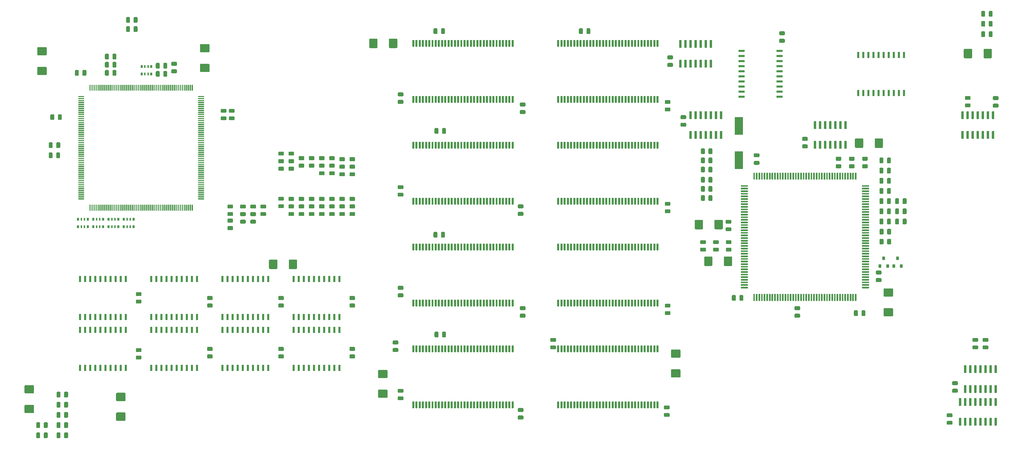
<source format=gbr>
G04 #@! TF.GenerationSoftware,KiCad,Pcbnew,(5.1.5)-3*
G04 #@! TF.CreationDate,2020-09-26T10:43:14+02:00*
G04 #@! TF.ProjectId,968,3936382e-6b69-4636-9164-5f7063625858,rev?*
G04 #@! TF.SameCoordinates,Original*
G04 #@! TF.FileFunction,Paste,Top*
G04 #@! TF.FilePolarity,Positive*
%FSLAX46Y46*%
G04 Gerber Fmt 4.6, Leading zero omitted, Abs format (unit mm)*
G04 Created by KiCad (PCBNEW (5.1.5)-3) date 2020-09-26 10:43:14*
%MOMM*%
%LPD*%
G04 APERTURE LIST*
%ADD10R,0.800000X0.900000*%
%ADD11R,2.000000X4.500000*%
%ADD12C,0.100000*%
%ADD13R,1.500000X0.600000*%
%ADD14R,0.500000X0.800000*%
%ADD15R,0.400000X0.800000*%
%ADD16R,0.600000X1.500000*%
G04 APERTURE END LIST*
D10*
X240919000Y-100584000D03*
X241869000Y-102584000D03*
X239969000Y-102584000D03*
X237490000Y-100584000D03*
X238440000Y-102584000D03*
X236540000Y-102584000D03*
D11*
X201295000Y-67632000D03*
X201295000Y-76132000D03*
D12*
G36*
X237216142Y-93281174D02*
G01*
X237239803Y-93284684D01*
X237263007Y-93290496D01*
X237285529Y-93298554D01*
X237307153Y-93308782D01*
X237327670Y-93321079D01*
X237346883Y-93335329D01*
X237364607Y-93351393D01*
X237380671Y-93369117D01*
X237394921Y-93388330D01*
X237407218Y-93408847D01*
X237417446Y-93430471D01*
X237425504Y-93452993D01*
X237431316Y-93476197D01*
X237434826Y-93499858D01*
X237436000Y-93523750D01*
X237436000Y-94436250D01*
X237434826Y-94460142D01*
X237431316Y-94483803D01*
X237425504Y-94507007D01*
X237417446Y-94529529D01*
X237407218Y-94551153D01*
X237394921Y-94571670D01*
X237380671Y-94590883D01*
X237364607Y-94608607D01*
X237346883Y-94624671D01*
X237327670Y-94638921D01*
X237307153Y-94651218D01*
X237285529Y-94661446D01*
X237263007Y-94669504D01*
X237239803Y-94675316D01*
X237216142Y-94678826D01*
X237192250Y-94680000D01*
X236704750Y-94680000D01*
X236680858Y-94678826D01*
X236657197Y-94675316D01*
X236633993Y-94669504D01*
X236611471Y-94661446D01*
X236589847Y-94651218D01*
X236569330Y-94638921D01*
X236550117Y-94624671D01*
X236532393Y-94608607D01*
X236516329Y-94590883D01*
X236502079Y-94571670D01*
X236489782Y-94551153D01*
X236479554Y-94529529D01*
X236471496Y-94507007D01*
X236465684Y-94483803D01*
X236462174Y-94460142D01*
X236461000Y-94436250D01*
X236461000Y-93523750D01*
X236462174Y-93499858D01*
X236465684Y-93476197D01*
X236471496Y-93452993D01*
X236479554Y-93430471D01*
X236489782Y-93408847D01*
X236502079Y-93388330D01*
X236516329Y-93369117D01*
X236532393Y-93351393D01*
X236550117Y-93335329D01*
X236569330Y-93321079D01*
X236589847Y-93308782D01*
X236611471Y-93298554D01*
X236633993Y-93290496D01*
X236657197Y-93284684D01*
X236680858Y-93281174D01*
X236704750Y-93280000D01*
X237192250Y-93280000D01*
X237216142Y-93281174D01*
G37*
G36*
X239091142Y-93281174D02*
G01*
X239114803Y-93284684D01*
X239138007Y-93290496D01*
X239160529Y-93298554D01*
X239182153Y-93308782D01*
X239202670Y-93321079D01*
X239221883Y-93335329D01*
X239239607Y-93351393D01*
X239255671Y-93369117D01*
X239269921Y-93388330D01*
X239282218Y-93408847D01*
X239292446Y-93430471D01*
X239300504Y-93452993D01*
X239306316Y-93476197D01*
X239309826Y-93499858D01*
X239311000Y-93523750D01*
X239311000Y-94436250D01*
X239309826Y-94460142D01*
X239306316Y-94483803D01*
X239300504Y-94507007D01*
X239292446Y-94529529D01*
X239282218Y-94551153D01*
X239269921Y-94571670D01*
X239255671Y-94590883D01*
X239239607Y-94608607D01*
X239221883Y-94624671D01*
X239202670Y-94638921D01*
X239182153Y-94651218D01*
X239160529Y-94661446D01*
X239138007Y-94669504D01*
X239114803Y-94675316D01*
X239091142Y-94678826D01*
X239067250Y-94680000D01*
X238579750Y-94680000D01*
X238555858Y-94678826D01*
X238532197Y-94675316D01*
X238508993Y-94669504D01*
X238486471Y-94661446D01*
X238464847Y-94651218D01*
X238444330Y-94638921D01*
X238425117Y-94624671D01*
X238407393Y-94608607D01*
X238391329Y-94590883D01*
X238377079Y-94571670D01*
X238364782Y-94551153D01*
X238354554Y-94529529D01*
X238346496Y-94507007D01*
X238340684Y-94483803D01*
X238337174Y-94460142D01*
X238336000Y-94436250D01*
X238336000Y-93523750D01*
X238337174Y-93499858D01*
X238340684Y-93476197D01*
X238346496Y-93452993D01*
X238354554Y-93430471D01*
X238364782Y-93408847D01*
X238377079Y-93388330D01*
X238391329Y-93369117D01*
X238407393Y-93351393D01*
X238425117Y-93335329D01*
X238444330Y-93321079D01*
X238464847Y-93308782D01*
X238486471Y-93298554D01*
X238508993Y-93290496D01*
X238532197Y-93284684D01*
X238555858Y-93281174D01*
X238579750Y-93280000D01*
X239067250Y-93280000D01*
X239091142Y-93281174D01*
G37*
G36*
X237216142Y-95757674D02*
G01*
X237239803Y-95761184D01*
X237263007Y-95766996D01*
X237285529Y-95775054D01*
X237307153Y-95785282D01*
X237327670Y-95797579D01*
X237346883Y-95811829D01*
X237364607Y-95827893D01*
X237380671Y-95845617D01*
X237394921Y-95864830D01*
X237407218Y-95885347D01*
X237417446Y-95906971D01*
X237425504Y-95929493D01*
X237431316Y-95952697D01*
X237434826Y-95976358D01*
X237436000Y-96000250D01*
X237436000Y-96912750D01*
X237434826Y-96936642D01*
X237431316Y-96960303D01*
X237425504Y-96983507D01*
X237417446Y-97006029D01*
X237407218Y-97027653D01*
X237394921Y-97048170D01*
X237380671Y-97067383D01*
X237364607Y-97085107D01*
X237346883Y-97101171D01*
X237327670Y-97115421D01*
X237307153Y-97127718D01*
X237285529Y-97137946D01*
X237263007Y-97146004D01*
X237239803Y-97151816D01*
X237216142Y-97155326D01*
X237192250Y-97156500D01*
X236704750Y-97156500D01*
X236680858Y-97155326D01*
X236657197Y-97151816D01*
X236633993Y-97146004D01*
X236611471Y-97137946D01*
X236589847Y-97127718D01*
X236569330Y-97115421D01*
X236550117Y-97101171D01*
X236532393Y-97085107D01*
X236516329Y-97067383D01*
X236502079Y-97048170D01*
X236489782Y-97027653D01*
X236479554Y-97006029D01*
X236471496Y-96983507D01*
X236465684Y-96960303D01*
X236462174Y-96936642D01*
X236461000Y-96912750D01*
X236461000Y-96000250D01*
X236462174Y-95976358D01*
X236465684Y-95952697D01*
X236471496Y-95929493D01*
X236479554Y-95906971D01*
X236489782Y-95885347D01*
X236502079Y-95864830D01*
X236516329Y-95845617D01*
X236532393Y-95827893D01*
X236550117Y-95811829D01*
X236569330Y-95797579D01*
X236589847Y-95785282D01*
X236611471Y-95775054D01*
X236633993Y-95766996D01*
X236657197Y-95761184D01*
X236680858Y-95757674D01*
X236704750Y-95756500D01*
X237192250Y-95756500D01*
X237216142Y-95757674D01*
G37*
G36*
X239091142Y-95757674D02*
G01*
X239114803Y-95761184D01*
X239138007Y-95766996D01*
X239160529Y-95775054D01*
X239182153Y-95785282D01*
X239202670Y-95797579D01*
X239221883Y-95811829D01*
X239239607Y-95827893D01*
X239255671Y-95845617D01*
X239269921Y-95864830D01*
X239282218Y-95885347D01*
X239292446Y-95906971D01*
X239300504Y-95929493D01*
X239306316Y-95952697D01*
X239309826Y-95976358D01*
X239311000Y-96000250D01*
X239311000Y-96912750D01*
X239309826Y-96936642D01*
X239306316Y-96960303D01*
X239300504Y-96983507D01*
X239292446Y-97006029D01*
X239282218Y-97027653D01*
X239269921Y-97048170D01*
X239255671Y-97067383D01*
X239239607Y-97085107D01*
X239221883Y-97101171D01*
X239202670Y-97115421D01*
X239182153Y-97127718D01*
X239160529Y-97137946D01*
X239138007Y-97146004D01*
X239114803Y-97151816D01*
X239091142Y-97155326D01*
X239067250Y-97156500D01*
X238579750Y-97156500D01*
X238555858Y-97155326D01*
X238532197Y-97151816D01*
X238508993Y-97146004D01*
X238486471Y-97137946D01*
X238464847Y-97127718D01*
X238444330Y-97115421D01*
X238425117Y-97101171D01*
X238407393Y-97085107D01*
X238391329Y-97067383D01*
X238377079Y-97048170D01*
X238364782Y-97027653D01*
X238354554Y-97006029D01*
X238346496Y-96983507D01*
X238340684Y-96960303D01*
X238337174Y-96936642D01*
X238336000Y-96912750D01*
X238336000Y-96000250D01*
X238337174Y-95976358D01*
X238340684Y-95952697D01*
X238346496Y-95929493D01*
X238354554Y-95906971D01*
X238364782Y-95885347D01*
X238377079Y-95864830D01*
X238391329Y-95845617D01*
X238407393Y-95827893D01*
X238425117Y-95811829D01*
X238444330Y-95797579D01*
X238464847Y-95785282D01*
X238486471Y-95775054D01*
X238508993Y-95766996D01*
X238532197Y-95761184D01*
X238555858Y-95757674D01*
X238579750Y-95756500D01*
X239067250Y-95756500D01*
X239091142Y-95757674D01*
G37*
G36*
X256704703Y-135490222D02*
G01*
X256719264Y-135492382D01*
X256733543Y-135495959D01*
X256747403Y-135500918D01*
X256760710Y-135507212D01*
X256773336Y-135514780D01*
X256785159Y-135523548D01*
X256796066Y-135533434D01*
X256805952Y-135544341D01*
X256814720Y-135556164D01*
X256822288Y-135568790D01*
X256828582Y-135582097D01*
X256833541Y-135595957D01*
X256837118Y-135610236D01*
X256839278Y-135624797D01*
X256840000Y-135639500D01*
X256840000Y-137289500D01*
X256839278Y-137304203D01*
X256837118Y-137318764D01*
X256833541Y-137333043D01*
X256828582Y-137346903D01*
X256822288Y-137360210D01*
X256814720Y-137372836D01*
X256805952Y-137384659D01*
X256796066Y-137395566D01*
X256785159Y-137405452D01*
X256773336Y-137414220D01*
X256760710Y-137421788D01*
X256747403Y-137428082D01*
X256733543Y-137433041D01*
X256719264Y-137436618D01*
X256704703Y-137438778D01*
X256690000Y-137439500D01*
X256390000Y-137439500D01*
X256375297Y-137438778D01*
X256360736Y-137436618D01*
X256346457Y-137433041D01*
X256332597Y-137428082D01*
X256319290Y-137421788D01*
X256306664Y-137414220D01*
X256294841Y-137405452D01*
X256283934Y-137395566D01*
X256274048Y-137384659D01*
X256265280Y-137372836D01*
X256257712Y-137360210D01*
X256251418Y-137346903D01*
X256246459Y-137333043D01*
X256242882Y-137318764D01*
X256240722Y-137304203D01*
X256240000Y-137289500D01*
X256240000Y-135639500D01*
X256240722Y-135624797D01*
X256242882Y-135610236D01*
X256246459Y-135595957D01*
X256251418Y-135582097D01*
X256257712Y-135568790D01*
X256265280Y-135556164D01*
X256274048Y-135544341D01*
X256283934Y-135533434D01*
X256294841Y-135523548D01*
X256306664Y-135514780D01*
X256319290Y-135507212D01*
X256332597Y-135500918D01*
X256346457Y-135495959D01*
X256360736Y-135492382D01*
X256375297Y-135490222D01*
X256390000Y-135489500D01*
X256690000Y-135489500D01*
X256704703Y-135490222D01*
G37*
G36*
X257974703Y-135490222D02*
G01*
X257989264Y-135492382D01*
X258003543Y-135495959D01*
X258017403Y-135500918D01*
X258030710Y-135507212D01*
X258043336Y-135514780D01*
X258055159Y-135523548D01*
X258066066Y-135533434D01*
X258075952Y-135544341D01*
X258084720Y-135556164D01*
X258092288Y-135568790D01*
X258098582Y-135582097D01*
X258103541Y-135595957D01*
X258107118Y-135610236D01*
X258109278Y-135624797D01*
X258110000Y-135639500D01*
X258110000Y-137289500D01*
X258109278Y-137304203D01*
X258107118Y-137318764D01*
X258103541Y-137333043D01*
X258098582Y-137346903D01*
X258092288Y-137360210D01*
X258084720Y-137372836D01*
X258075952Y-137384659D01*
X258066066Y-137395566D01*
X258055159Y-137405452D01*
X258043336Y-137414220D01*
X258030710Y-137421788D01*
X258017403Y-137428082D01*
X258003543Y-137433041D01*
X257989264Y-137436618D01*
X257974703Y-137438778D01*
X257960000Y-137439500D01*
X257660000Y-137439500D01*
X257645297Y-137438778D01*
X257630736Y-137436618D01*
X257616457Y-137433041D01*
X257602597Y-137428082D01*
X257589290Y-137421788D01*
X257576664Y-137414220D01*
X257564841Y-137405452D01*
X257553934Y-137395566D01*
X257544048Y-137384659D01*
X257535280Y-137372836D01*
X257527712Y-137360210D01*
X257521418Y-137346903D01*
X257516459Y-137333043D01*
X257512882Y-137318764D01*
X257510722Y-137304203D01*
X257510000Y-137289500D01*
X257510000Y-135639500D01*
X257510722Y-135624797D01*
X257512882Y-135610236D01*
X257516459Y-135595957D01*
X257521418Y-135582097D01*
X257527712Y-135568790D01*
X257535280Y-135556164D01*
X257544048Y-135544341D01*
X257553934Y-135533434D01*
X257564841Y-135523548D01*
X257576664Y-135514780D01*
X257589290Y-135507212D01*
X257602597Y-135500918D01*
X257616457Y-135495959D01*
X257630736Y-135492382D01*
X257645297Y-135490222D01*
X257660000Y-135489500D01*
X257960000Y-135489500D01*
X257974703Y-135490222D01*
G37*
G36*
X259244703Y-135490222D02*
G01*
X259259264Y-135492382D01*
X259273543Y-135495959D01*
X259287403Y-135500918D01*
X259300710Y-135507212D01*
X259313336Y-135514780D01*
X259325159Y-135523548D01*
X259336066Y-135533434D01*
X259345952Y-135544341D01*
X259354720Y-135556164D01*
X259362288Y-135568790D01*
X259368582Y-135582097D01*
X259373541Y-135595957D01*
X259377118Y-135610236D01*
X259379278Y-135624797D01*
X259380000Y-135639500D01*
X259380000Y-137289500D01*
X259379278Y-137304203D01*
X259377118Y-137318764D01*
X259373541Y-137333043D01*
X259368582Y-137346903D01*
X259362288Y-137360210D01*
X259354720Y-137372836D01*
X259345952Y-137384659D01*
X259336066Y-137395566D01*
X259325159Y-137405452D01*
X259313336Y-137414220D01*
X259300710Y-137421788D01*
X259287403Y-137428082D01*
X259273543Y-137433041D01*
X259259264Y-137436618D01*
X259244703Y-137438778D01*
X259230000Y-137439500D01*
X258930000Y-137439500D01*
X258915297Y-137438778D01*
X258900736Y-137436618D01*
X258886457Y-137433041D01*
X258872597Y-137428082D01*
X258859290Y-137421788D01*
X258846664Y-137414220D01*
X258834841Y-137405452D01*
X258823934Y-137395566D01*
X258814048Y-137384659D01*
X258805280Y-137372836D01*
X258797712Y-137360210D01*
X258791418Y-137346903D01*
X258786459Y-137333043D01*
X258782882Y-137318764D01*
X258780722Y-137304203D01*
X258780000Y-137289500D01*
X258780000Y-135639500D01*
X258780722Y-135624797D01*
X258782882Y-135610236D01*
X258786459Y-135595957D01*
X258791418Y-135582097D01*
X258797712Y-135568790D01*
X258805280Y-135556164D01*
X258814048Y-135544341D01*
X258823934Y-135533434D01*
X258834841Y-135523548D01*
X258846664Y-135514780D01*
X258859290Y-135507212D01*
X258872597Y-135500918D01*
X258886457Y-135495959D01*
X258900736Y-135492382D01*
X258915297Y-135490222D01*
X258930000Y-135489500D01*
X259230000Y-135489500D01*
X259244703Y-135490222D01*
G37*
G36*
X260514703Y-135490222D02*
G01*
X260529264Y-135492382D01*
X260543543Y-135495959D01*
X260557403Y-135500918D01*
X260570710Y-135507212D01*
X260583336Y-135514780D01*
X260595159Y-135523548D01*
X260606066Y-135533434D01*
X260615952Y-135544341D01*
X260624720Y-135556164D01*
X260632288Y-135568790D01*
X260638582Y-135582097D01*
X260643541Y-135595957D01*
X260647118Y-135610236D01*
X260649278Y-135624797D01*
X260650000Y-135639500D01*
X260650000Y-137289500D01*
X260649278Y-137304203D01*
X260647118Y-137318764D01*
X260643541Y-137333043D01*
X260638582Y-137346903D01*
X260632288Y-137360210D01*
X260624720Y-137372836D01*
X260615952Y-137384659D01*
X260606066Y-137395566D01*
X260595159Y-137405452D01*
X260583336Y-137414220D01*
X260570710Y-137421788D01*
X260557403Y-137428082D01*
X260543543Y-137433041D01*
X260529264Y-137436618D01*
X260514703Y-137438778D01*
X260500000Y-137439500D01*
X260200000Y-137439500D01*
X260185297Y-137438778D01*
X260170736Y-137436618D01*
X260156457Y-137433041D01*
X260142597Y-137428082D01*
X260129290Y-137421788D01*
X260116664Y-137414220D01*
X260104841Y-137405452D01*
X260093934Y-137395566D01*
X260084048Y-137384659D01*
X260075280Y-137372836D01*
X260067712Y-137360210D01*
X260061418Y-137346903D01*
X260056459Y-137333043D01*
X260052882Y-137318764D01*
X260050722Y-137304203D01*
X260050000Y-137289500D01*
X260050000Y-135639500D01*
X260050722Y-135624797D01*
X260052882Y-135610236D01*
X260056459Y-135595957D01*
X260061418Y-135582097D01*
X260067712Y-135568790D01*
X260075280Y-135556164D01*
X260084048Y-135544341D01*
X260093934Y-135533434D01*
X260104841Y-135523548D01*
X260116664Y-135514780D01*
X260129290Y-135507212D01*
X260142597Y-135500918D01*
X260156457Y-135495959D01*
X260170736Y-135492382D01*
X260185297Y-135490222D01*
X260200000Y-135489500D01*
X260500000Y-135489500D01*
X260514703Y-135490222D01*
G37*
G36*
X261784703Y-135490222D02*
G01*
X261799264Y-135492382D01*
X261813543Y-135495959D01*
X261827403Y-135500918D01*
X261840710Y-135507212D01*
X261853336Y-135514780D01*
X261865159Y-135523548D01*
X261876066Y-135533434D01*
X261885952Y-135544341D01*
X261894720Y-135556164D01*
X261902288Y-135568790D01*
X261908582Y-135582097D01*
X261913541Y-135595957D01*
X261917118Y-135610236D01*
X261919278Y-135624797D01*
X261920000Y-135639500D01*
X261920000Y-137289500D01*
X261919278Y-137304203D01*
X261917118Y-137318764D01*
X261913541Y-137333043D01*
X261908582Y-137346903D01*
X261902288Y-137360210D01*
X261894720Y-137372836D01*
X261885952Y-137384659D01*
X261876066Y-137395566D01*
X261865159Y-137405452D01*
X261853336Y-137414220D01*
X261840710Y-137421788D01*
X261827403Y-137428082D01*
X261813543Y-137433041D01*
X261799264Y-137436618D01*
X261784703Y-137438778D01*
X261770000Y-137439500D01*
X261470000Y-137439500D01*
X261455297Y-137438778D01*
X261440736Y-137436618D01*
X261426457Y-137433041D01*
X261412597Y-137428082D01*
X261399290Y-137421788D01*
X261386664Y-137414220D01*
X261374841Y-137405452D01*
X261363934Y-137395566D01*
X261354048Y-137384659D01*
X261345280Y-137372836D01*
X261337712Y-137360210D01*
X261331418Y-137346903D01*
X261326459Y-137333043D01*
X261322882Y-137318764D01*
X261320722Y-137304203D01*
X261320000Y-137289500D01*
X261320000Y-135639500D01*
X261320722Y-135624797D01*
X261322882Y-135610236D01*
X261326459Y-135595957D01*
X261331418Y-135582097D01*
X261337712Y-135568790D01*
X261345280Y-135556164D01*
X261354048Y-135544341D01*
X261363934Y-135533434D01*
X261374841Y-135523548D01*
X261386664Y-135514780D01*
X261399290Y-135507212D01*
X261412597Y-135500918D01*
X261426457Y-135495959D01*
X261440736Y-135492382D01*
X261455297Y-135490222D01*
X261470000Y-135489500D01*
X261770000Y-135489500D01*
X261784703Y-135490222D01*
G37*
G36*
X263054703Y-135490222D02*
G01*
X263069264Y-135492382D01*
X263083543Y-135495959D01*
X263097403Y-135500918D01*
X263110710Y-135507212D01*
X263123336Y-135514780D01*
X263135159Y-135523548D01*
X263146066Y-135533434D01*
X263155952Y-135544341D01*
X263164720Y-135556164D01*
X263172288Y-135568790D01*
X263178582Y-135582097D01*
X263183541Y-135595957D01*
X263187118Y-135610236D01*
X263189278Y-135624797D01*
X263190000Y-135639500D01*
X263190000Y-137289500D01*
X263189278Y-137304203D01*
X263187118Y-137318764D01*
X263183541Y-137333043D01*
X263178582Y-137346903D01*
X263172288Y-137360210D01*
X263164720Y-137372836D01*
X263155952Y-137384659D01*
X263146066Y-137395566D01*
X263135159Y-137405452D01*
X263123336Y-137414220D01*
X263110710Y-137421788D01*
X263097403Y-137428082D01*
X263083543Y-137433041D01*
X263069264Y-137436618D01*
X263054703Y-137438778D01*
X263040000Y-137439500D01*
X262740000Y-137439500D01*
X262725297Y-137438778D01*
X262710736Y-137436618D01*
X262696457Y-137433041D01*
X262682597Y-137428082D01*
X262669290Y-137421788D01*
X262656664Y-137414220D01*
X262644841Y-137405452D01*
X262633934Y-137395566D01*
X262624048Y-137384659D01*
X262615280Y-137372836D01*
X262607712Y-137360210D01*
X262601418Y-137346903D01*
X262596459Y-137333043D01*
X262592882Y-137318764D01*
X262590722Y-137304203D01*
X262590000Y-137289500D01*
X262590000Y-135639500D01*
X262590722Y-135624797D01*
X262592882Y-135610236D01*
X262596459Y-135595957D01*
X262601418Y-135582097D01*
X262607712Y-135568790D01*
X262615280Y-135556164D01*
X262624048Y-135544341D01*
X262633934Y-135533434D01*
X262644841Y-135523548D01*
X262656664Y-135514780D01*
X262669290Y-135507212D01*
X262682597Y-135500918D01*
X262696457Y-135495959D01*
X262710736Y-135492382D01*
X262725297Y-135490222D01*
X262740000Y-135489500D01*
X263040000Y-135489500D01*
X263054703Y-135490222D01*
G37*
G36*
X264324703Y-135490222D02*
G01*
X264339264Y-135492382D01*
X264353543Y-135495959D01*
X264367403Y-135500918D01*
X264380710Y-135507212D01*
X264393336Y-135514780D01*
X264405159Y-135523548D01*
X264416066Y-135533434D01*
X264425952Y-135544341D01*
X264434720Y-135556164D01*
X264442288Y-135568790D01*
X264448582Y-135582097D01*
X264453541Y-135595957D01*
X264457118Y-135610236D01*
X264459278Y-135624797D01*
X264460000Y-135639500D01*
X264460000Y-137289500D01*
X264459278Y-137304203D01*
X264457118Y-137318764D01*
X264453541Y-137333043D01*
X264448582Y-137346903D01*
X264442288Y-137360210D01*
X264434720Y-137372836D01*
X264425952Y-137384659D01*
X264416066Y-137395566D01*
X264405159Y-137405452D01*
X264393336Y-137414220D01*
X264380710Y-137421788D01*
X264367403Y-137428082D01*
X264353543Y-137433041D01*
X264339264Y-137436618D01*
X264324703Y-137438778D01*
X264310000Y-137439500D01*
X264010000Y-137439500D01*
X263995297Y-137438778D01*
X263980736Y-137436618D01*
X263966457Y-137433041D01*
X263952597Y-137428082D01*
X263939290Y-137421788D01*
X263926664Y-137414220D01*
X263914841Y-137405452D01*
X263903934Y-137395566D01*
X263894048Y-137384659D01*
X263885280Y-137372836D01*
X263877712Y-137360210D01*
X263871418Y-137346903D01*
X263866459Y-137333043D01*
X263862882Y-137318764D01*
X263860722Y-137304203D01*
X263860000Y-137289500D01*
X263860000Y-135639500D01*
X263860722Y-135624797D01*
X263862882Y-135610236D01*
X263866459Y-135595957D01*
X263871418Y-135582097D01*
X263877712Y-135568790D01*
X263885280Y-135556164D01*
X263894048Y-135544341D01*
X263903934Y-135533434D01*
X263914841Y-135523548D01*
X263926664Y-135514780D01*
X263939290Y-135507212D01*
X263952597Y-135500918D01*
X263966457Y-135495959D01*
X263980736Y-135492382D01*
X263995297Y-135490222D01*
X264010000Y-135489500D01*
X264310000Y-135489500D01*
X264324703Y-135490222D01*
G37*
G36*
X265594703Y-135490222D02*
G01*
X265609264Y-135492382D01*
X265623543Y-135495959D01*
X265637403Y-135500918D01*
X265650710Y-135507212D01*
X265663336Y-135514780D01*
X265675159Y-135523548D01*
X265686066Y-135533434D01*
X265695952Y-135544341D01*
X265704720Y-135556164D01*
X265712288Y-135568790D01*
X265718582Y-135582097D01*
X265723541Y-135595957D01*
X265727118Y-135610236D01*
X265729278Y-135624797D01*
X265730000Y-135639500D01*
X265730000Y-137289500D01*
X265729278Y-137304203D01*
X265727118Y-137318764D01*
X265723541Y-137333043D01*
X265718582Y-137346903D01*
X265712288Y-137360210D01*
X265704720Y-137372836D01*
X265695952Y-137384659D01*
X265686066Y-137395566D01*
X265675159Y-137405452D01*
X265663336Y-137414220D01*
X265650710Y-137421788D01*
X265637403Y-137428082D01*
X265623543Y-137433041D01*
X265609264Y-137436618D01*
X265594703Y-137438778D01*
X265580000Y-137439500D01*
X265280000Y-137439500D01*
X265265297Y-137438778D01*
X265250736Y-137436618D01*
X265236457Y-137433041D01*
X265222597Y-137428082D01*
X265209290Y-137421788D01*
X265196664Y-137414220D01*
X265184841Y-137405452D01*
X265173934Y-137395566D01*
X265164048Y-137384659D01*
X265155280Y-137372836D01*
X265147712Y-137360210D01*
X265141418Y-137346903D01*
X265136459Y-137333043D01*
X265132882Y-137318764D01*
X265130722Y-137304203D01*
X265130000Y-137289500D01*
X265130000Y-135639500D01*
X265130722Y-135624797D01*
X265132882Y-135610236D01*
X265136459Y-135595957D01*
X265141418Y-135582097D01*
X265147712Y-135568790D01*
X265155280Y-135556164D01*
X265164048Y-135544341D01*
X265173934Y-135533434D01*
X265184841Y-135523548D01*
X265196664Y-135514780D01*
X265209290Y-135507212D01*
X265222597Y-135500918D01*
X265236457Y-135495959D01*
X265250736Y-135492382D01*
X265265297Y-135490222D01*
X265280000Y-135489500D01*
X265580000Y-135489500D01*
X265594703Y-135490222D01*
G37*
G36*
X265594703Y-140440222D02*
G01*
X265609264Y-140442382D01*
X265623543Y-140445959D01*
X265637403Y-140450918D01*
X265650710Y-140457212D01*
X265663336Y-140464780D01*
X265675159Y-140473548D01*
X265686066Y-140483434D01*
X265695952Y-140494341D01*
X265704720Y-140506164D01*
X265712288Y-140518790D01*
X265718582Y-140532097D01*
X265723541Y-140545957D01*
X265727118Y-140560236D01*
X265729278Y-140574797D01*
X265730000Y-140589500D01*
X265730000Y-142239500D01*
X265729278Y-142254203D01*
X265727118Y-142268764D01*
X265723541Y-142283043D01*
X265718582Y-142296903D01*
X265712288Y-142310210D01*
X265704720Y-142322836D01*
X265695952Y-142334659D01*
X265686066Y-142345566D01*
X265675159Y-142355452D01*
X265663336Y-142364220D01*
X265650710Y-142371788D01*
X265637403Y-142378082D01*
X265623543Y-142383041D01*
X265609264Y-142386618D01*
X265594703Y-142388778D01*
X265580000Y-142389500D01*
X265280000Y-142389500D01*
X265265297Y-142388778D01*
X265250736Y-142386618D01*
X265236457Y-142383041D01*
X265222597Y-142378082D01*
X265209290Y-142371788D01*
X265196664Y-142364220D01*
X265184841Y-142355452D01*
X265173934Y-142345566D01*
X265164048Y-142334659D01*
X265155280Y-142322836D01*
X265147712Y-142310210D01*
X265141418Y-142296903D01*
X265136459Y-142283043D01*
X265132882Y-142268764D01*
X265130722Y-142254203D01*
X265130000Y-142239500D01*
X265130000Y-140589500D01*
X265130722Y-140574797D01*
X265132882Y-140560236D01*
X265136459Y-140545957D01*
X265141418Y-140532097D01*
X265147712Y-140518790D01*
X265155280Y-140506164D01*
X265164048Y-140494341D01*
X265173934Y-140483434D01*
X265184841Y-140473548D01*
X265196664Y-140464780D01*
X265209290Y-140457212D01*
X265222597Y-140450918D01*
X265236457Y-140445959D01*
X265250736Y-140442382D01*
X265265297Y-140440222D01*
X265280000Y-140439500D01*
X265580000Y-140439500D01*
X265594703Y-140440222D01*
G37*
G36*
X264324703Y-140440222D02*
G01*
X264339264Y-140442382D01*
X264353543Y-140445959D01*
X264367403Y-140450918D01*
X264380710Y-140457212D01*
X264393336Y-140464780D01*
X264405159Y-140473548D01*
X264416066Y-140483434D01*
X264425952Y-140494341D01*
X264434720Y-140506164D01*
X264442288Y-140518790D01*
X264448582Y-140532097D01*
X264453541Y-140545957D01*
X264457118Y-140560236D01*
X264459278Y-140574797D01*
X264460000Y-140589500D01*
X264460000Y-142239500D01*
X264459278Y-142254203D01*
X264457118Y-142268764D01*
X264453541Y-142283043D01*
X264448582Y-142296903D01*
X264442288Y-142310210D01*
X264434720Y-142322836D01*
X264425952Y-142334659D01*
X264416066Y-142345566D01*
X264405159Y-142355452D01*
X264393336Y-142364220D01*
X264380710Y-142371788D01*
X264367403Y-142378082D01*
X264353543Y-142383041D01*
X264339264Y-142386618D01*
X264324703Y-142388778D01*
X264310000Y-142389500D01*
X264010000Y-142389500D01*
X263995297Y-142388778D01*
X263980736Y-142386618D01*
X263966457Y-142383041D01*
X263952597Y-142378082D01*
X263939290Y-142371788D01*
X263926664Y-142364220D01*
X263914841Y-142355452D01*
X263903934Y-142345566D01*
X263894048Y-142334659D01*
X263885280Y-142322836D01*
X263877712Y-142310210D01*
X263871418Y-142296903D01*
X263866459Y-142283043D01*
X263862882Y-142268764D01*
X263860722Y-142254203D01*
X263860000Y-142239500D01*
X263860000Y-140589500D01*
X263860722Y-140574797D01*
X263862882Y-140560236D01*
X263866459Y-140545957D01*
X263871418Y-140532097D01*
X263877712Y-140518790D01*
X263885280Y-140506164D01*
X263894048Y-140494341D01*
X263903934Y-140483434D01*
X263914841Y-140473548D01*
X263926664Y-140464780D01*
X263939290Y-140457212D01*
X263952597Y-140450918D01*
X263966457Y-140445959D01*
X263980736Y-140442382D01*
X263995297Y-140440222D01*
X264010000Y-140439500D01*
X264310000Y-140439500D01*
X264324703Y-140440222D01*
G37*
G36*
X263054703Y-140440222D02*
G01*
X263069264Y-140442382D01*
X263083543Y-140445959D01*
X263097403Y-140450918D01*
X263110710Y-140457212D01*
X263123336Y-140464780D01*
X263135159Y-140473548D01*
X263146066Y-140483434D01*
X263155952Y-140494341D01*
X263164720Y-140506164D01*
X263172288Y-140518790D01*
X263178582Y-140532097D01*
X263183541Y-140545957D01*
X263187118Y-140560236D01*
X263189278Y-140574797D01*
X263190000Y-140589500D01*
X263190000Y-142239500D01*
X263189278Y-142254203D01*
X263187118Y-142268764D01*
X263183541Y-142283043D01*
X263178582Y-142296903D01*
X263172288Y-142310210D01*
X263164720Y-142322836D01*
X263155952Y-142334659D01*
X263146066Y-142345566D01*
X263135159Y-142355452D01*
X263123336Y-142364220D01*
X263110710Y-142371788D01*
X263097403Y-142378082D01*
X263083543Y-142383041D01*
X263069264Y-142386618D01*
X263054703Y-142388778D01*
X263040000Y-142389500D01*
X262740000Y-142389500D01*
X262725297Y-142388778D01*
X262710736Y-142386618D01*
X262696457Y-142383041D01*
X262682597Y-142378082D01*
X262669290Y-142371788D01*
X262656664Y-142364220D01*
X262644841Y-142355452D01*
X262633934Y-142345566D01*
X262624048Y-142334659D01*
X262615280Y-142322836D01*
X262607712Y-142310210D01*
X262601418Y-142296903D01*
X262596459Y-142283043D01*
X262592882Y-142268764D01*
X262590722Y-142254203D01*
X262590000Y-142239500D01*
X262590000Y-140589500D01*
X262590722Y-140574797D01*
X262592882Y-140560236D01*
X262596459Y-140545957D01*
X262601418Y-140532097D01*
X262607712Y-140518790D01*
X262615280Y-140506164D01*
X262624048Y-140494341D01*
X262633934Y-140483434D01*
X262644841Y-140473548D01*
X262656664Y-140464780D01*
X262669290Y-140457212D01*
X262682597Y-140450918D01*
X262696457Y-140445959D01*
X262710736Y-140442382D01*
X262725297Y-140440222D01*
X262740000Y-140439500D01*
X263040000Y-140439500D01*
X263054703Y-140440222D01*
G37*
G36*
X261784703Y-140440222D02*
G01*
X261799264Y-140442382D01*
X261813543Y-140445959D01*
X261827403Y-140450918D01*
X261840710Y-140457212D01*
X261853336Y-140464780D01*
X261865159Y-140473548D01*
X261876066Y-140483434D01*
X261885952Y-140494341D01*
X261894720Y-140506164D01*
X261902288Y-140518790D01*
X261908582Y-140532097D01*
X261913541Y-140545957D01*
X261917118Y-140560236D01*
X261919278Y-140574797D01*
X261920000Y-140589500D01*
X261920000Y-142239500D01*
X261919278Y-142254203D01*
X261917118Y-142268764D01*
X261913541Y-142283043D01*
X261908582Y-142296903D01*
X261902288Y-142310210D01*
X261894720Y-142322836D01*
X261885952Y-142334659D01*
X261876066Y-142345566D01*
X261865159Y-142355452D01*
X261853336Y-142364220D01*
X261840710Y-142371788D01*
X261827403Y-142378082D01*
X261813543Y-142383041D01*
X261799264Y-142386618D01*
X261784703Y-142388778D01*
X261770000Y-142389500D01*
X261470000Y-142389500D01*
X261455297Y-142388778D01*
X261440736Y-142386618D01*
X261426457Y-142383041D01*
X261412597Y-142378082D01*
X261399290Y-142371788D01*
X261386664Y-142364220D01*
X261374841Y-142355452D01*
X261363934Y-142345566D01*
X261354048Y-142334659D01*
X261345280Y-142322836D01*
X261337712Y-142310210D01*
X261331418Y-142296903D01*
X261326459Y-142283043D01*
X261322882Y-142268764D01*
X261320722Y-142254203D01*
X261320000Y-142239500D01*
X261320000Y-140589500D01*
X261320722Y-140574797D01*
X261322882Y-140560236D01*
X261326459Y-140545957D01*
X261331418Y-140532097D01*
X261337712Y-140518790D01*
X261345280Y-140506164D01*
X261354048Y-140494341D01*
X261363934Y-140483434D01*
X261374841Y-140473548D01*
X261386664Y-140464780D01*
X261399290Y-140457212D01*
X261412597Y-140450918D01*
X261426457Y-140445959D01*
X261440736Y-140442382D01*
X261455297Y-140440222D01*
X261470000Y-140439500D01*
X261770000Y-140439500D01*
X261784703Y-140440222D01*
G37*
G36*
X260514703Y-140440222D02*
G01*
X260529264Y-140442382D01*
X260543543Y-140445959D01*
X260557403Y-140450918D01*
X260570710Y-140457212D01*
X260583336Y-140464780D01*
X260595159Y-140473548D01*
X260606066Y-140483434D01*
X260615952Y-140494341D01*
X260624720Y-140506164D01*
X260632288Y-140518790D01*
X260638582Y-140532097D01*
X260643541Y-140545957D01*
X260647118Y-140560236D01*
X260649278Y-140574797D01*
X260650000Y-140589500D01*
X260650000Y-142239500D01*
X260649278Y-142254203D01*
X260647118Y-142268764D01*
X260643541Y-142283043D01*
X260638582Y-142296903D01*
X260632288Y-142310210D01*
X260624720Y-142322836D01*
X260615952Y-142334659D01*
X260606066Y-142345566D01*
X260595159Y-142355452D01*
X260583336Y-142364220D01*
X260570710Y-142371788D01*
X260557403Y-142378082D01*
X260543543Y-142383041D01*
X260529264Y-142386618D01*
X260514703Y-142388778D01*
X260500000Y-142389500D01*
X260200000Y-142389500D01*
X260185297Y-142388778D01*
X260170736Y-142386618D01*
X260156457Y-142383041D01*
X260142597Y-142378082D01*
X260129290Y-142371788D01*
X260116664Y-142364220D01*
X260104841Y-142355452D01*
X260093934Y-142345566D01*
X260084048Y-142334659D01*
X260075280Y-142322836D01*
X260067712Y-142310210D01*
X260061418Y-142296903D01*
X260056459Y-142283043D01*
X260052882Y-142268764D01*
X260050722Y-142254203D01*
X260050000Y-142239500D01*
X260050000Y-140589500D01*
X260050722Y-140574797D01*
X260052882Y-140560236D01*
X260056459Y-140545957D01*
X260061418Y-140532097D01*
X260067712Y-140518790D01*
X260075280Y-140506164D01*
X260084048Y-140494341D01*
X260093934Y-140483434D01*
X260104841Y-140473548D01*
X260116664Y-140464780D01*
X260129290Y-140457212D01*
X260142597Y-140450918D01*
X260156457Y-140445959D01*
X260170736Y-140442382D01*
X260185297Y-140440222D01*
X260200000Y-140439500D01*
X260500000Y-140439500D01*
X260514703Y-140440222D01*
G37*
G36*
X259244703Y-140440222D02*
G01*
X259259264Y-140442382D01*
X259273543Y-140445959D01*
X259287403Y-140450918D01*
X259300710Y-140457212D01*
X259313336Y-140464780D01*
X259325159Y-140473548D01*
X259336066Y-140483434D01*
X259345952Y-140494341D01*
X259354720Y-140506164D01*
X259362288Y-140518790D01*
X259368582Y-140532097D01*
X259373541Y-140545957D01*
X259377118Y-140560236D01*
X259379278Y-140574797D01*
X259380000Y-140589500D01*
X259380000Y-142239500D01*
X259379278Y-142254203D01*
X259377118Y-142268764D01*
X259373541Y-142283043D01*
X259368582Y-142296903D01*
X259362288Y-142310210D01*
X259354720Y-142322836D01*
X259345952Y-142334659D01*
X259336066Y-142345566D01*
X259325159Y-142355452D01*
X259313336Y-142364220D01*
X259300710Y-142371788D01*
X259287403Y-142378082D01*
X259273543Y-142383041D01*
X259259264Y-142386618D01*
X259244703Y-142388778D01*
X259230000Y-142389500D01*
X258930000Y-142389500D01*
X258915297Y-142388778D01*
X258900736Y-142386618D01*
X258886457Y-142383041D01*
X258872597Y-142378082D01*
X258859290Y-142371788D01*
X258846664Y-142364220D01*
X258834841Y-142355452D01*
X258823934Y-142345566D01*
X258814048Y-142334659D01*
X258805280Y-142322836D01*
X258797712Y-142310210D01*
X258791418Y-142296903D01*
X258786459Y-142283043D01*
X258782882Y-142268764D01*
X258780722Y-142254203D01*
X258780000Y-142239500D01*
X258780000Y-140589500D01*
X258780722Y-140574797D01*
X258782882Y-140560236D01*
X258786459Y-140545957D01*
X258791418Y-140532097D01*
X258797712Y-140518790D01*
X258805280Y-140506164D01*
X258814048Y-140494341D01*
X258823934Y-140483434D01*
X258834841Y-140473548D01*
X258846664Y-140464780D01*
X258859290Y-140457212D01*
X258872597Y-140450918D01*
X258886457Y-140445959D01*
X258900736Y-140442382D01*
X258915297Y-140440222D01*
X258930000Y-140439500D01*
X259230000Y-140439500D01*
X259244703Y-140440222D01*
G37*
G36*
X257974703Y-140440222D02*
G01*
X257989264Y-140442382D01*
X258003543Y-140445959D01*
X258017403Y-140450918D01*
X258030710Y-140457212D01*
X258043336Y-140464780D01*
X258055159Y-140473548D01*
X258066066Y-140483434D01*
X258075952Y-140494341D01*
X258084720Y-140506164D01*
X258092288Y-140518790D01*
X258098582Y-140532097D01*
X258103541Y-140545957D01*
X258107118Y-140560236D01*
X258109278Y-140574797D01*
X258110000Y-140589500D01*
X258110000Y-142239500D01*
X258109278Y-142254203D01*
X258107118Y-142268764D01*
X258103541Y-142283043D01*
X258098582Y-142296903D01*
X258092288Y-142310210D01*
X258084720Y-142322836D01*
X258075952Y-142334659D01*
X258066066Y-142345566D01*
X258055159Y-142355452D01*
X258043336Y-142364220D01*
X258030710Y-142371788D01*
X258017403Y-142378082D01*
X258003543Y-142383041D01*
X257989264Y-142386618D01*
X257974703Y-142388778D01*
X257960000Y-142389500D01*
X257660000Y-142389500D01*
X257645297Y-142388778D01*
X257630736Y-142386618D01*
X257616457Y-142383041D01*
X257602597Y-142378082D01*
X257589290Y-142371788D01*
X257576664Y-142364220D01*
X257564841Y-142355452D01*
X257553934Y-142345566D01*
X257544048Y-142334659D01*
X257535280Y-142322836D01*
X257527712Y-142310210D01*
X257521418Y-142296903D01*
X257516459Y-142283043D01*
X257512882Y-142268764D01*
X257510722Y-142254203D01*
X257510000Y-142239500D01*
X257510000Y-140589500D01*
X257510722Y-140574797D01*
X257512882Y-140560236D01*
X257516459Y-140545957D01*
X257521418Y-140532097D01*
X257527712Y-140518790D01*
X257535280Y-140506164D01*
X257544048Y-140494341D01*
X257553934Y-140483434D01*
X257564841Y-140473548D01*
X257576664Y-140464780D01*
X257589290Y-140457212D01*
X257602597Y-140450918D01*
X257616457Y-140445959D01*
X257630736Y-140442382D01*
X257645297Y-140440222D01*
X257660000Y-140439500D01*
X257960000Y-140439500D01*
X257974703Y-140440222D01*
G37*
G36*
X256704703Y-140440222D02*
G01*
X256719264Y-140442382D01*
X256733543Y-140445959D01*
X256747403Y-140450918D01*
X256760710Y-140457212D01*
X256773336Y-140464780D01*
X256785159Y-140473548D01*
X256796066Y-140483434D01*
X256805952Y-140494341D01*
X256814720Y-140506164D01*
X256822288Y-140518790D01*
X256828582Y-140532097D01*
X256833541Y-140545957D01*
X256837118Y-140560236D01*
X256839278Y-140574797D01*
X256840000Y-140589500D01*
X256840000Y-142239500D01*
X256839278Y-142254203D01*
X256837118Y-142268764D01*
X256833541Y-142283043D01*
X256828582Y-142296903D01*
X256822288Y-142310210D01*
X256814720Y-142322836D01*
X256805952Y-142334659D01*
X256796066Y-142345566D01*
X256785159Y-142355452D01*
X256773336Y-142364220D01*
X256760710Y-142371788D01*
X256747403Y-142378082D01*
X256733543Y-142383041D01*
X256719264Y-142386618D01*
X256704703Y-142388778D01*
X256690000Y-142389500D01*
X256390000Y-142389500D01*
X256375297Y-142388778D01*
X256360736Y-142386618D01*
X256346457Y-142383041D01*
X256332597Y-142378082D01*
X256319290Y-142371788D01*
X256306664Y-142364220D01*
X256294841Y-142355452D01*
X256283934Y-142345566D01*
X256274048Y-142334659D01*
X256265280Y-142322836D01*
X256257712Y-142310210D01*
X256251418Y-142296903D01*
X256246459Y-142283043D01*
X256242882Y-142268764D01*
X256240722Y-142254203D01*
X256240000Y-142239500D01*
X256240000Y-140589500D01*
X256240722Y-140574797D01*
X256242882Y-140560236D01*
X256246459Y-140545957D01*
X256251418Y-140532097D01*
X256257712Y-140518790D01*
X256265280Y-140506164D01*
X256274048Y-140494341D01*
X256283934Y-140483434D01*
X256294841Y-140473548D01*
X256306664Y-140464780D01*
X256319290Y-140457212D01*
X256332597Y-140450918D01*
X256346457Y-140445959D01*
X256360736Y-140442382D01*
X256375297Y-140440222D01*
X256390000Y-140439500D01*
X256690000Y-140439500D01*
X256704703Y-140440222D01*
G37*
G36*
X194487004Y-100172204D02*
G01*
X194511273Y-100175804D01*
X194535071Y-100181765D01*
X194558171Y-100190030D01*
X194580349Y-100200520D01*
X194601393Y-100213133D01*
X194621098Y-100227747D01*
X194639277Y-100244223D01*
X194655753Y-100262402D01*
X194670367Y-100282107D01*
X194682980Y-100303151D01*
X194693470Y-100325329D01*
X194701735Y-100348429D01*
X194707696Y-100372227D01*
X194711296Y-100396496D01*
X194712500Y-100421000D01*
X194712500Y-102271000D01*
X194711296Y-102295504D01*
X194707696Y-102319773D01*
X194701735Y-102343571D01*
X194693470Y-102366671D01*
X194682980Y-102388849D01*
X194670367Y-102409893D01*
X194655753Y-102429598D01*
X194639277Y-102447777D01*
X194621098Y-102464253D01*
X194601393Y-102478867D01*
X194580349Y-102491480D01*
X194558171Y-102501970D01*
X194535071Y-102510235D01*
X194511273Y-102516196D01*
X194487004Y-102519796D01*
X194462500Y-102521000D01*
X192887500Y-102521000D01*
X192862996Y-102519796D01*
X192838727Y-102516196D01*
X192814929Y-102510235D01*
X192791829Y-102501970D01*
X192769651Y-102491480D01*
X192748607Y-102478867D01*
X192728902Y-102464253D01*
X192710723Y-102447777D01*
X192694247Y-102429598D01*
X192679633Y-102409893D01*
X192667020Y-102388849D01*
X192656530Y-102366671D01*
X192648265Y-102343571D01*
X192642304Y-102319773D01*
X192638704Y-102295504D01*
X192637500Y-102271000D01*
X192637500Y-100421000D01*
X192638704Y-100396496D01*
X192642304Y-100372227D01*
X192648265Y-100348429D01*
X192656530Y-100325329D01*
X192667020Y-100303151D01*
X192679633Y-100282107D01*
X192694247Y-100262402D01*
X192710723Y-100244223D01*
X192728902Y-100227747D01*
X192748607Y-100213133D01*
X192769651Y-100200520D01*
X192791829Y-100190030D01*
X192814929Y-100181765D01*
X192838727Y-100175804D01*
X192862996Y-100172204D01*
X192887500Y-100171000D01*
X194462500Y-100171000D01*
X194487004Y-100172204D01*
G37*
G36*
X199412004Y-100172204D02*
G01*
X199436273Y-100175804D01*
X199460071Y-100181765D01*
X199483171Y-100190030D01*
X199505349Y-100200520D01*
X199526393Y-100213133D01*
X199546098Y-100227747D01*
X199564277Y-100244223D01*
X199580753Y-100262402D01*
X199595367Y-100282107D01*
X199607980Y-100303151D01*
X199618470Y-100325329D01*
X199626735Y-100348429D01*
X199632696Y-100372227D01*
X199636296Y-100396496D01*
X199637500Y-100421000D01*
X199637500Y-102271000D01*
X199636296Y-102295504D01*
X199632696Y-102319773D01*
X199626735Y-102343571D01*
X199618470Y-102366671D01*
X199607980Y-102388849D01*
X199595367Y-102409893D01*
X199580753Y-102429598D01*
X199564277Y-102447777D01*
X199546098Y-102464253D01*
X199526393Y-102478867D01*
X199505349Y-102491480D01*
X199483171Y-102501970D01*
X199460071Y-102510235D01*
X199436273Y-102516196D01*
X199412004Y-102519796D01*
X199387500Y-102521000D01*
X197812500Y-102521000D01*
X197787996Y-102519796D01*
X197763727Y-102516196D01*
X197739929Y-102510235D01*
X197716829Y-102501970D01*
X197694651Y-102491480D01*
X197673607Y-102478867D01*
X197653902Y-102464253D01*
X197635723Y-102447777D01*
X197619247Y-102429598D01*
X197604633Y-102409893D01*
X197592020Y-102388849D01*
X197581530Y-102366671D01*
X197573265Y-102343571D01*
X197567304Y-102319773D01*
X197563704Y-102295504D01*
X197562500Y-102271000D01*
X197562500Y-100421000D01*
X197563704Y-100396496D01*
X197567304Y-100372227D01*
X197573265Y-100348429D01*
X197581530Y-100325329D01*
X197592020Y-100303151D01*
X197604633Y-100282107D01*
X197619247Y-100262402D01*
X197635723Y-100244223D01*
X197653902Y-100227747D01*
X197673607Y-100213133D01*
X197694651Y-100200520D01*
X197716829Y-100190030D01*
X197739929Y-100181765D01*
X197763727Y-100175804D01*
X197787996Y-100172204D01*
X197812500Y-100171000D01*
X199387500Y-100171000D01*
X199412004Y-100172204D01*
G37*
G36*
X49065642Y-40449174D02*
G01*
X49089303Y-40452684D01*
X49112507Y-40458496D01*
X49135029Y-40466554D01*
X49156653Y-40476782D01*
X49177170Y-40489079D01*
X49196383Y-40503329D01*
X49214107Y-40519393D01*
X49230171Y-40537117D01*
X49244421Y-40556330D01*
X49256718Y-40576847D01*
X49266946Y-40598471D01*
X49275004Y-40620993D01*
X49280816Y-40644197D01*
X49284326Y-40667858D01*
X49285500Y-40691750D01*
X49285500Y-41604250D01*
X49284326Y-41628142D01*
X49280816Y-41651803D01*
X49275004Y-41675007D01*
X49266946Y-41697529D01*
X49256718Y-41719153D01*
X49244421Y-41739670D01*
X49230171Y-41758883D01*
X49214107Y-41776607D01*
X49196383Y-41792671D01*
X49177170Y-41806921D01*
X49156653Y-41819218D01*
X49135029Y-41829446D01*
X49112507Y-41837504D01*
X49089303Y-41843316D01*
X49065642Y-41846826D01*
X49041750Y-41848000D01*
X48554250Y-41848000D01*
X48530358Y-41846826D01*
X48506697Y-41843316D01*
X48483493Y-41837504D01*
X48460971Y-41829446D01*
X48439347Y-41819218D01*
X48418830Y-41806921D01*
X48399617Y-41792671D01*
X48381893Y-41776607D01*
X48365829Y-41758883D01*
X48351579Y-41739670D01*
X48339282Y-41719153D01*
X48329054Y-41697529D01*
X48320996Y-41675007D01*
X48315184Y-41651803D01*
X48311674Y-41628142D01*
X48310500Y-41604250D01*
X48310500Y-40691750D01*
X48311674Y-40667858D01*
X48315184Y-40644197D01*
X48320996Y-40620993D01*
X48329054Y-40598471D01*
X48339282Y-40576847D01*
X48351579Y-40556330D01*
X48365829Y-40537117D01*
X48381893Y-40519393D01*
X48399617Y-40503329D01*
X48418830Y-40489079D01*
X48439347Y-40476782D01*
X48460971Y-40466554D01*
X48483493Y-40458496D01*
X48506697Y-40452684D01*
X48530358Y-40449174D01*
X48554250Y-40448000D01*
X49041750Y-40448000D01*
X49065642Y-40449174D01*
G37*
G36*
X50940642Y-40449174D02*
G01*
X50964303Y-40452684D01*
X50987507Y-40458496D01*
X51010029Y-40466554D01*
X51031653Y-40476782D01*
X51052170Y-40489079D01*
X51071383Y-40503329D01*
X51089107Y-40519393D01*
X51105171Y-40537117D01*
X51119421Y-40556330D01*
X51131718Y-40576847D01*
X51141946Y-40598471D01*
X51150004Y-40620993D01*
X51155816Y-40644197D01*
X51159326Y-40667858D01*
X51160500Y-40691750D01*
X51160500Y-41604250D01*
X51159326Y-41628142D01*
X51155816Y-41651803D01*
X51150004Y-41675007D01*
X51141946Y-41697529D01*
X51131718Y-41719153D01*
X51119421Y-41739670D01*
X51105171Y-41758883D01*
X51089107Y-41776607D01*
X51071383Y-41792671D01*
X51052170Y-41806921D01*
X51031653Y-41819218D01*
X51010029Y-41829446D01*
X50987507Y-41837504D01*
X50964303Y-41843316D01*
X50940642Y-41846826D01*
X50916750Y-41848000D01*
X50429250Y-41848000D01*
X50405358Y-41846826D01*
X50381697Y-41843316D01*
X50358493Y-41837504D01*
X50335971Y-41829446D01*
X50314347Y-41819218D01*
X50293830Y-41806921D01*
X50274617Y-41792671D01*
X50256893Y-41776607D01*
X50240829Y-41758883D01*
X50226579Y-41739670D01*
X50214282Y-41719153D01*
X50204054Y-41697529D01*
X50195996Y-41675007D01*
X50190184Y-41651803D01*
X50186674Y-41628142D01*
X50185500Y-41604250D01*
X50185500Y-40691750D01*
X50186674Y-40667858D01*
X50190184Y-40644197D01*
X50195996Y-40620993D01*
X50204054Y-40598471D01*
X50214282Y-40576847D01*
X50226579Y-40556330D01*
X50240829Y-40537117D01*
X50256893Y-40519393D01*
X50274617Y-40503329D01*
X50293830Y-40489079D01*
X50314347Y-40476782D01*
X50335971Y-40466554D01*
X50358493Y-40458496D01*
X50381697Y-40452684D01*
X50405358Y-40449174D01*
X50429250Y-40448000D01*
X50916750Y-40448000D01*
X50940642Y-40449174D01*
G37*
G36*
X49065642Y-42735174D02*
G01*
X49089303Y-42738684D01*
X49112507Y-42744496D01*
X49135029Y-42752554D01*
X49156653Y-42762782D01*
X49177170Y-42775079D01*
X49196383Y-42789329D01*
X49214107Y-42805393D01*
X49230171Y-42823117D01*
X49244421Y-42842330D01*
X49256718Y-42862847D01*
X49266946Y-42884471D01*
X49275004Y-42906993D01*
X49280816Y-42930197D01*
X49284326Y-42953858D01*
X49285500Y-42977750D01*
X49285500Y-43890250D01*
X49284326Y-43914142D01*
X49280816Y-43937803D01*
X49275004Y-43961007D01*
X49266946Y-43983529D01*
X49256718Y-44005153D01*
X49244421Y-44025670D01*
X49230171Y-44044883D01*
X49214107Y-44062607D01*
X49196383Y-44078671D01*
X49177170Y-44092921D01*
X49156653Y-44105218D01*
X49135029Y-44115446D01*
X49112507Y-44123504D01*
X49089303Y-44129316D01*
X49065642Y-44132826D01*
X49041750Y-44134000D01*
X48554250Y-44134000D01*
X48530358Y-44132826D01*
X48506697Y-44129316D01*
X48483493Y-44123504D01*
X48460971Y-44115446D01*
X48439347Y-44105218D01*
X48418830Y-44092921D01*
X48399617Y-44078671D01*
X48381893Y-44062607D01*
X48365829Y-44044883D01*
X48351579Y-44025670D01*
X48339282Y-44005153D01*
X48329054Y-43983529D01*
X48320996Y-43961007D01*
X48315184Y-43937803D01*
X48311674Y-43914142D01*
X48310500Y-43890250D01*
X48310500Y-42977750D01*
X48311674Y-42953858D01*
X48315184Y-42930197D01*
X48320996Y-42906993D01*
X48329054Y-42884471D01*
X48339282Y-42862847D01*
X48351579Y-42842330D01*
X48365829Y-42823117D01*
X48381893Y-42805393D01*
X48399617Y-42789329D01*
X48418830Y-42775079D01*
X48439347Y-42762782D01*
X48460971Y-42752554D01*
X48483493Y-42744496D01*
X48506697Y-42738684D01*
X48530358Y-42735174D01*
X48554250Y-42734000D01*
X49041750Y-42734000D01*
X49065642Y-42735174D01*
G37*
G36*
X50940642Y-42735174D02*
G01*
X50964303Y-42738684D01*
X50987507Y-42744496D01*
X51010029Y-42752554D01*
X51031653Y-42762782D01*
X51052170Y-42775079D01*
X51071383Y-42789329D01*
X51089107Y-42805393D01*
X51105171Y-42823117D01*
X51119421Y-42842330D01*
X51131718Y-42862847D01*
X51141946Y-42884471D01*
X51150004Y-42906993D01*
X51155816Y-42930197D01*
X51159326Y-42953858D01*
X51160500Y-42977750D01*
X51160500Y-43890250D01*
X51159326Y-43914142D01*
X51155816Y-43937803D01*
X51150004Y-43961007D01*
X51141946Y-43983529D01*
X51131718Y-44005153D01*
X51119421Y-44025670D01*
X51105171Y-44044883D01*
X51089107Y-44062607D01*
X51071383Y-44078671D01*
X51052170Y-44092921D01*
X51031653Y-44105218D01*
X51010029Y-44115446D01*
X50987507Y-44123504D01*
X50964303Y-44129316D01*
X50940642Y-44132826D01*
X50916750Y-44134000D01*
X50429250Y-44134000D01*
X50405358Y-44132826D01*
X50381697Y-44129316D01*
X50358493Y-44123504D01*
X50335971Y-44115446D01*
X50314347Y-44105218D01*
X50293830Y-44092921D01*
X50274617Y-44078671D01*
X50256893Y-44062607D01*
X50240829Y-44044883D01*
X50226579Y-44025670D01*
X50214282Y-44005153D01*
X50204054Y-43983529D01*
X50195996Y-43961007D01*
X50190184Y-43937803D01*
X50186674Y-43914142D01*
X50185500Y-43890250D01*
X50185500Y-42977750D01*
X50186674Y-42953858D01*
X50190184Y-42930197D01*
X50195996Y-42906993D01*
X50204054Y-42884471D01*
X50214282Y-42862847D01*
X50226579Y-42842330D01*
X50240829Y-42823117D01*
X50256893Y-42805393D01*
X50274617Y-42789329D01*
X50293830Y-42775079D01*
X50314347Y-42762782D01*
X50335971Y-42752554D01*
X50358493Y-42744496D01*
X50381697Y-42738684D01*
X50405358Y-42735174D01*
X50429250Y-42734000D01*
X50916750Y-42734000D01*
X50940642Y-42735174D01*
G37*
G36*
X120152252Y-122333602D02*
G01*
X120164386Y-122335402D01*
X120176286Y-122338382D01*
X120187835Y-122342515D01*
X120198925Y-122347760D01*
X120209446Y-122354066D01*
X120219299Y-122361374D01*
X120228388Y-122369612D01*
X120236626Y-122378701D01*
X120243934Y-122388554D01*
X120250240Y-122399075D01*
X120255485Y-122410165D01*
X120259618Y-122421714D01*
X120262598Y-122433614D01*
X120264398Y-122445748D01*
X120265000Y-122458000D01*
X120265000Y-123908000D01*
X120264398Y-123920252D01*
X120262598Y-123932386D01*
X120259618Y-123944286D01*
X120255485Y-123955835D01*
X120250240Y-123966925D01*
X120243934Y-123977446D01*
X120236626Y-123987299D01*
X120228388Y-123996388D01*
X120219299Y-124004626D01*
X120209446Y-124011934D01*
X120198925Y-124018240D01*
X120187835Y-124023485D01*
X120176286Y-124027618D01*
X120164386Y-124030598D01*
X120152252Y-124032398D01*
X120140000Y-124033000D01*
X119890000Y-124033000D01*
X119877748Y-124032398D01*
X119865614Y-124030598D01*
X119853714Y-124027618D01*
X119842165Y-124023485D01*
X119831075Y-124018240D01*
X119820554Y-124011934D01*
X119810701Y-124004626D01*
X119801612Y-123996388D01*
X119793374Y-123987299D01*
X119786066Y-123977446D01*
X119779760Y-123966925D01*
X119774515Y-123955835D01*
X119770382Y-123944286D01*
X119767402Y-123932386D01*
X119765602Y-123920252D01*
X119765000Y-123908000D01*
X119765000Y-122458000D01*
X119765602Y-122445748D01*
X119767402Y-122433614D01*
X119770382Y-122421714D01*
X119774515Y-122410165D01*
X119779760Y-122399075D01*
X119786066Y-122388554D01*
X119793374Y-122378701D01*
X119801612Y-122369612D01*
X119810701Y-122361374D01*
X119820554Y-122354066D01*
X119831075Y-122347760D01*
X119842165Y-122342515D01*
X119853714Y-122338382D01*
X119865614Y-122335402D01*
X119877748Y-122333602D01*
X119890000Y-122333000D01*
X120140000Y-122333000D01*
X120152252Y-122333602D01*
G37*
G36*
X123352252Y-122333602D02*
G01*
X123364386Y-122335402D01*
X123376286Y-122338382D01*
X123387835Y-122342515D01*
X123398925Y-122347760D01*
X123409446Y-122354066D01*
X123419299Y-122361374D01*
X123428388Y-122369612D01*
X123436626Y-122378701D01*
X123443934Y-122388554D01*
X123450240Y-122399075D01*
X123455485Y-122410165D01*
X123459618Y-122421714D01*
X123462598Y-122433614D01*
X123464398Y-122445748D01*
X123465000Y-122458000D01*
X123465000Y-123908000D01*
X123464398Y-123920252D01*
X123462598Y-123932386D01*
X123459618Y-123944286D01*
X123455485Y-123955835D01*
X123450240Y-123966925D01*
X123443934Y-123977446D01*
X123436626Y-123987299D01*
X123428388Y-123996388D01*
X123419299Y-124004626D01*
X123409446Y-124011934D01*
X123398925Y-124018240D01*
X123387835Y-124023485D01*
X123376286Y-124027618D01*
X123364386Y-124030598D01*
X123352252Y-124032398D01*
X123340000Y-124033000D01*
X123090000Y-124033000D01*
X123077748Y-124032398D01*
X123065614Y-124030598D01*
X123053714Y-124027618D01*
X123042165Y-124023485D01*
X123031075Y-124018240D01*
X123020554Y-124011934D01*
X123010701Y-124004626D01*
X123001612Y-123996388D01*
X122993374Y-123987299D01*
X122986066Y-123977446D01*
X122979760Y-123966925D01*
X122974515Y-123955835D01*
X122970382Y-123944286D01*
X122967402Y-123932386D01*
X122965602Y-123920252D01*
X122965000Y-123908000D01*
X122965000Y-122458000D01*
X122965602Y-122445748D01*
X122967402Y-122433614D01*
X122970382Y-122421714D01*
X122974515Y-122410165D01*
X122979760Y-122399075D01*
X122986066Y-122388554D01*
X122993374Y-122378701D01*
X123001612Y-122369612D01*
X123010701Y-122361374D01*
X123020554Y-122354066D01*
X123031075Y-122347760D01*
X123042165Y-122342515D01*
X123053714Y-122338382D01*
X123065614Y-122335402D01*
X123077748Y-122333602D01*
X123090000Y-122333000D01*
X123340000Y-122333000D01*
X123352252Y-122333602D01*
G37*
G36*
X126552252Y-122333602D02*
G01*
X126564386Y-122335402D01*
X126576286Y-122338382D01*
X126587835Y-122342515D01*
X126598925Y-122347760D01*
X126609446Y-122354066D01*
X126619299Y-122361374D01*
X126628388Y-122369612D01*
X126636626Y-122378701D01*
X126643934Y-122388554D01*
X126650240Y-122399075D01*
X126655485Y-122410165D01*
X126659618Y-122421714D01*
X126662598Y-122433614D01*
X126664398Y-122445748D01*
X126665000Y-122458000D01*
X126665000Y-123908000D01*
X126664398Y-123920252D01*
X126662598Y-123932386D01*
X126659618Y-123944286D01*
X126655485Y-123955835D01*
X126650240Y-123966925D01*
X126643934Y-123977446D01*
X126636626Y-123987299D01*
X126628388Y-123996388D01*
X126619299Y-124004626D01*
X126609446Y-124011934D01*
X126598925Y-124018240D01*
X126587835Y-124023485D01*
X126576286Y-124027618D01*
X126564386Y-124030598D01*
X126552252Y-124032398D01*
X126540000Y-124033000D01*
X126290000Y-124033000D01*
X126277748Y-124032398D01*
X126265614Y-124030598D01*
X126253714Y-124027618D01*
X126242165Y-124023485D01*
X126231075Y-124018240D01*
X126220554Y-124011934D01*
X126210701Y-124004626D01*
X126201612Y-123996388D01*
X126193374Y-123987299D01*
X126186066Y-123977446D01*
X126179760Y-123966925D01*
X126174515Y-123955835D01*
X126170382Y-123944286D01*
X126167402Y-123932386D01*
X126165602Y-123920252D01*
X126165000Y-123908000D01*
X126165000Y-122458000D01*
X126165602Y-122445748D01*
X126167402Y-122433614D01*
X126170382Y-122421714D01*
X126174515Y-122410165D01*
X126179760Y-122399075D01*
X126186066Y-122388554D01*
X126193374Y-122378701D01*
X126201612Y-122369612D01*
X126210701Y-122361374D01*
X126220554Y-122354066D01*
X126231075Y-122347760D01*
X126242165Y-122342515D01*
X126253714Y-122338382D01*
X126265614Y-122335402D01*
X126277748Y-122333602D01*
X126290000Y-122333000D01*
X126540000Y-122333000D01*
X126552252Y-122333602D01*
G37*
G36*
X125752252Y-122333602D02*
G01*
X125764386Y-122335402D01*
X125776286Y-122338382D01*
X125787835Y-122342515D01*
X125798925Y-122347760D01*
X125809446Y-122354066D01*
X125819299Y-122361374D01*
X125828388Y-122369612D01*
X125836626Y-122378701D01*
X125843934Y-122388554D01*
X125850240Y-122399075D01*
X125855485Y-122410165D01*
X125859618Y-122421714D01*
X125862598Y-122433614D01*
X125864398Y-122445748D01*
X125865000Y-122458000D01*
X125865000Y-123908000D01*
X125864398Y-123920252D01*
X125862598Y-123932386D01*
X125859618Y-123944286D01*
X125855485Y-123955835D01*
X125850240Y-123966925D01*
X125843934Y-123977446D01*
X125836626Y-123987299D01*
X125828388Y-123996388D01*
X125819299Y-124004626D01*
X125809446Y-124011934D01*
X125798925Y-124018240D01*
X125787835Y-124023485D01*
X125776286Y-124027618D01*
X125764386Y-124030598D01*
X125752252Y-124032398D01*
X125740000Y-124033000D01*
X125490000Y-124033000D01*
X125477748Y-124032398D01*
X125465614Y-124030598D01*
X125453714Y-124027618D01*
X125442165Y-124023485D01*
X125431075Y-124018240D01*
X125420554Y-124011934D01*
X125410701Y-124004626D01*
X125401612Y-123996388D01*
X125393374Y-123987299D01*
X125386066Y-123977446D01*
X125379760Y-123966925D01*
X125374515Y-123955835D01*
X125370382Y-123944286D01*
X125367402Y-123932386D01*
X125365602Y-123920252D01*
X125365000Y-123908000D01*
X125365000Y-122458000D01*
X125365602Y-122445748D01*
X125367402Y-122433614D01*
X125370382Y-122421714D01*
X125374515Y-122410165D01*
X125379760Y-122399075D01*
X125386066Y-122388554D01*
X125393374Y-122378701D01*
X125401612Y-122369612D01*
X125410701Y-122361374D01*
X125420554Y-122354066D01*
X125431075Y-122347760D01*
X125442165Y-122342515D01*
X125453714Y-122338382D01*
X125465614Y-122335402D01*
X125477748Y-122333602D01*
X125490000Y-122333000D01*
X125740000Y-122333000D01*
X125752252Y-122333602D01*
G37*
G36*
X122552252Y-122333602D02*
G01*
X122564386Y-122335402D01*
X122576286Y-122338382D01*
X122587835Y-122342515D01*
X122598925Y-122347760D01*
X122609446Y-122354066D01*
X122619299Y-122361374D01*
X122628388Y-122369612D01*
X122636626Y-122378701D01*
X122643934Y-122388554D01*
X122650240Y-122399075D01*
X122655485Y-122410165D01*
X122659618Y-122421714D01*
X122662598Y-122433614D01*
X122664398Y-122445748D01*
X122665000Y-122458000D01*
X122665000Y-123908000D01*
X122664398Y-123920252D01*
X122662598Y-123932386D01*
X122659618Y-123944286D01*
X122655485Y-123955835D01*
X122650240Y-123966925D01*
X122643934Y-123977446D01*
X122636626Y-123987299D01*
X122628388Y-123996388D01*
X122619299Y-124004626D01*
X122609446Y-124011934D01*
X122598925Y-124018240D01*
X122587835Y-124023485D01*
X122576286Y-124027618D01*
X122564386Y-124030598D01*
X122552252Y-124032398D01*
X122540000Y-124033000D01*
X122290000Y-124033000D01*
X122277748Y-124032398D01*
X122265614Y-124030598D01*
X122253714Y-124027618D01*
X122242165Y-124023485D01*
X122231075Y-124018240D01*
X122220554Y-124011934D01*
X122210701Y-124004626D01*
X122201612Y-123996388D01*
X122193374Y-123987299D01*
X122186066Y-123977446D01*
X122179760Y-123966925D01*
X122174515Y-123955835D01*
X122170382Y-123944286D01*
X122167402Y-123932386D01*
X122165602Y-123920252D01*
X122165000Y-123908000D01*
X122165000Y-122458000D01*
X122165602Y-122445748D01*
X122167402Y-122433614D01*
X122170382Y-122421714D01*
X122174515Y-122410165D01*
X122179760Y-122399075D01*
X122186066Y-122388554D01*
X122193374Y-122378701D01*
X122201612Y-122369612D01*
X122210701Y-122361374D01*
X122220554Y-122354066D01*
X122231075Y-122347760D01*
X122242165Y-122342515D01*
X122253714Y-122338382D01*
X122265614Y-122335402D01*
X122277748Y-122333602D01*
X122290000Y-122333000D01*
X122540000Y-122333000D01*
X122552252Y-122333602D01*
G37*
G36*
X124152252Y-122333602D02*
G01*
X124164386Y-122335402D01*
X124176286Y-122338382D01*
X124187835Y-122342515D01*
X124198925Y-122347760D01*
X124209446Y-122354066D01*
X124219299Y-122361374D01*
X124228388Y-122369612D01*
X124236626Y-122378701D01*
X124243934Y-122388554D01*
X124250240Y-122399075D01*
X124255485Y-122410165D01*
X124259618Y-122421714D01*
X124262598Y-122433614D01*
X124264398Y-122445748D01*
X124265000Y-122458000D01*
X124265000Y-123908000D01*
X124264398Y-123920252D01*
X124262598Y-123932386D01*
X124259618Y-123944286D01*
X124255485Y-123955835D01*
X124250240Y-123966925D01*
X124243934Y-123977446D01*
X124236626Y-123987299D01*
X124228388Y-123996388D01*
X124219299Y-124004626D01*
X124209446Y-124011934D01*
X124198925Y-124018240D01*
X124187835Y-124023485D01*
X124176286Y-124027618D01*
X124164386Y-124030598D01*
X124152252Y-124032398D01*
X124140000Y-124033000D01*
X123890000Y-124033000D01*
X123877748Y-124032398D01*
X123865614Y-124030598D01*
X123853714Y-124027618D01*
X123842165Y-124023485D01*
X123831075Y-124018240D01*
X123820554Y-124011934D01*
X123810701Y-124004626D01*
X123801612Y-123996388D01*
X123793374Y-123987299D01*
X123786066Y-123977446D01*
X123779760Y-123966925D01*
X123774515Y-123955835D01*
X123770382Y-123944286D01*
X123767402Y-123932386D01*
X123765602Y-123920252D01*
X123765000Y-123908000D01*
X123765000Y-122458000D01*
X123765602Y-122445748D01*
X123767402Y-122433614D01*
X123770382Y-122421714D01*
X123774515Y-122410165D01*
X123779760Y-122399075D01*
X123786066Y-122388554D01*
X123793374Y-122378701D01*
X123801612Y-122369612D01*
X123810701Y-122361374D01*
X123820554Y-122354066D01*
X123831075Y-122347760D01*
X123842165Y-122342515D01*
X123853714Y-122338382D01*
X123865614Y-122335402D01*
X123877748Y-122333602D01*
X123890000Y-122333000D01*
X124140000Y-122333000D01*
X124152252Y-122333602D01*
G37*
G36*
X121752252Y-122333602D02*
G01*
X121764386Y-122335402D01*
X121776286Y-122338382D01*
X121787835Y-122342515D01*
X121798925Y-122347760D01*
X121809446Y-122354066D01*
X121819299Y-122361374D01*
X121828388Y-122369612D01*
X121836626Y-122378701D01*
X121843934Y-122388554D01*
X121850240Y-122399075D01*
X121855485Y-122410165D01*
X121859618Y-122421714D01*
X121862598Y-122433614D01*
X121864398Y-122445748D01*
X121865000Y-122458000D01*
X121865000Y-123908000D01*
X121864398Y-123920252D01*
X121862598Y-123932386D01*
X121859618Y-123944286D01*
X121855485Y-123955835D01*
X121850240Y-123966925D01*
X121843934Y-123977446D01*
X121836626Y-123987299D01*
X121828388Y-123996388D01*
X121819299Y-124004626D01*
X121809446Y-124011934D01*
X121798925Y-124018240D01*
X121787835Y-124023485D01*
X121776286Y-124027618D01*
X121764386Y-124030598D01*
X121752252Y-124032398D01*
X121740000Y-124033000D01*
X121490000Y-124033000D01*
X121477748Y-124032398D01*
X121465614Y-124030598D01*
X121453714Y-124027618D01*
X121442165Y-124023485D01*
X121431075Y-124018240D01*
X121420554Y-124011934D01*
X121410701Y-124004626D01*
X121401612Y-123996388D01*
X121393374Y-123987299D01*
X121386066Y-123977446D01*
X121379760Y-123966925D01*
X121374515Y-123955835D01*
X121370382Y-123944286D01*
X121367402Y-123932386D01*
X121365602Y-123920252D01*
X121365000Y-123908000D01*
X121365000Y-122458000D01*
X121365602Y-122445748D01*
X121367402Y-122433614D01*
X121370382Y-122421714D01*
X121374515Y-122410165D01*
X121379760Y-122399075D01*
X121386066Y-122388554D01*
X121393374Y-122378701D01*
X121401612Y-122369612D01*
X121410701Y-122361374D01*
X121420554Y-122354066D01*
X121431075Y-122347760D01*
X121442165Y-122342515D01*
X121453714Y-122338382D01*
X121465614Y-122335402D01*
X121477748Y-122333602D01*
X121490000Y-122333000D01*
X121740000Y-122333000D01*
X121752252Y-122333602D01*
G37*
G36*
X120952252Y-122333602D02*
G01*
X120964386Y-122335402D01*
X120976286Y-122338382D01*
X120987835Y-122342515D01*
X120998925Y-122347760D01*
X121009446Y-122354066D01*
X121019299Y-122361374D01*
X121028388Y-122369612D01*
X121036626Y-122378701D01*
X121043934Y-122388554D01*
X121050240Y-122399075D01*
X121055485Y-122410165D01*
X121059618Y-122421714D01*
X121062598Y-122433614D01*
X121064398Y-122445748D01*
X121065000Y-122458000D01*
X121065000Y-123908000D01*
X121064398Y-123920252D01*
X121062598Y-123932386D01*
X121059618Y-123944286D01*
X121055485Y-123955835D01*
X121050240Y-123966925D01*
X121043934Y-123977446D01*
X121036626Y-123987299D01*
X121028388Y-123996388D01*
X121019299Y-124004626D01*
X121009446Y-124011934D01*
X120998925Y-124018240D01*
X120987835Y-124023485D01*
X120976286Y-124027618D01*
X120964386Y-124030598D01*
X120952252Y-124032398D01*
X120940000Y-124033000D01*
X120690000Y-124033000D01*
X120677748Y-124032398D01*
X120665614Y-124030598D01*
X120653714Y-124027618D01*
X120642165Y-124023485D01*
X120631075Y-124018240D01*
X120620554Y-124011934D01*
X120610701Y-124004626D01*
X120601612Y-123996388D01*
X120593374Y-123987299D01*
X120586066Y-123977446D01*
X120579760Y-123966925D01*
X120574515Y-123955835D01*
X120570382Y-123944286D01*
X120567402Y-123932386D01*
X120565602Y-123920252D01*
X120565000Y-123908000D01*
X120565000Y-122458000D01*
X120565602Y-122445748D01*
X120567402Y-122433614D01*
X120570382Y-122421714D01*
X120574515Y-122410165D01*
X120579760Y-122399075D01*
X120586066Y-122388554D01*
X120593374Y-122378701D01*
X120601612Y-122369612D01*
X120610701Y-122361374D01*
X120620554Y-122354066D01*
X120631075Y-122347760D01*
X120642165Y-122342515D01*
X120653714Y-122338382D01*
X120665614Y-122335402D01*
X120677748Y-122333602D01*
X120690000Y-122333000D01*
X120940000Y-122333000D01*
X120952252Y-122333602D01*
G37*
G36*
X124952252Y-122333602D02*
G01*
X124964386Y-122335402D01*
X124976286Y-122338382D01*
X124987835Y-122342515D01*
X124998925Y-122347760D01*
X125009446Y-122354066D01*
X125019299Y-122361374D01*
X125028388Y-122369612D01*
X125036626Y-122378701D01*
X125043934Y-122388554D01*
X125050240Y-122399075D01*
X125055485Y-122410165D01*
X125059618Y-122421714D01*
X125062598Y-122433614D01*
X125064398Y-122445748D01*
X125065000Y-122458000D01*
X125065000Y-123908000D01*
X125064398Y-123920252D01*
X125062598Y-123932386D01*
X125059618Y-123944286D01*
X125055485Y-123955835D01*
X125050240Y-123966925D01*
X125043934Y-123977446D01*
X125036626Y-123987299D01*
X125028388Y-123996388D01*
X125019299Y-124004626D01*
X125009446Y-124011934D01*
X124998925Y-124018240D01*
X124987835Y-124023485D01*
X124976286Y-124027618D01*
X124964386Y-124030598D01*
X124952252Y-124032398D01*
X124940000Y-124033000D01*
X124690000Y-124033000D01*
X124677748Y-124032398D01*
X124665614Y-124030598D01*
X124653714Y-124027618D01*
X124642165Y-124023485D01*
X124631075Y-124018240D01*
X124620554Y-124011934D01*
X124610701Y-124004626D01*
X124601612Y-123996388D01*
X124593374Y-123987299D01*
X124586066Y-123977446D01*
X124579760Y-123966925D01*
X124574515Y-123955835D01*
X124570382Y-123944286D01*
X124567402Y-123932386D01*
X124565602Y-123920252D01*
X124565000Y-123908000D01*
X124565000Y-122458000D01*
X124565602Y-122445748D01*
X124567402Y-122433614D01*
X124570382Y-122421714D01*
X124574515Y-122410165D01*
X124579760Y-122399075D01*
X124586066Y-122388554D01*
X124593374Y-122378701D01*
X124601612Y-122369612D01*
X124610701Y-122361374D01*
X124620554Y-122354066D01*
X124631075Y-122347760D01*
X124642165Y-122342515D01*
X124653714Y-122338382D01*
X124665614Y-122335402D01*
X124677748Y-122333602D01*
X124690000Y-122333000D01*
X124940000Y-122333000D01*
X124952252Y-122333602D01*
G37*
G36*
X129752252Y-122333602D02*
G01*
X129764386Y-122335402D01*
X129776286Y-122338382D01*
X129787835Y-122342515D01*
X129798925Y-122347760D01*
X129809446Y-122354066D01*
X129819299Y-122361374D01*
X129828388Y-122369612D01*
X129836626Y-122378701D01*
X129843934Y-122388554D01*
X129850240Y-122399075D01*
X129855485Y-122410165D01*
X129859618Y-122421714D01*
X129862598Y-122433614D01*
X129864398Y-122445748D01*
X129865000Y-122458000D01*
X129865000Y-123908000D01*
X129864398Y-123920252D01*
X129862598Y-123932386D01*
X129859618Y-123944286D01*
X129855485Y-123955835D01*
X129850240Y-123966925D01*
X129843934Y-123977446D01*
X129836626Y-123987299D01*
X129828388Y-123996388D01*
X129819299Y-124004626D01*
X129809446Y-124011934D01*
X129798925Y-124018240D01*
X129787835Y-124023485D01*
X129776286Y-124027618D01*
X129764386Y-124030598D01*
X129752252Y-124032398D01*
X129740000Y-124033000D01*
X129490000Y-124033000D01*
X129477748Y-124032398D01*
X129465614Y-124030598D01*
X129453714Y-124027618D01*
X129442165Y-124023485D01*
X129431075Y-124018240D01*
X129420554Y-124011934D01*
X129410701Y-124004626D01*
X129401612Y-123996388D01*
X129393374Y-123987299D01*
X129386066Y-123977446D01*
X129379760Y-123966925D01*
X129374515Y-123955835D01*
X129370382Y-123944286D01*
X129367402Y-123932386D01*
X129365602Y-123920252D01*
X129365000Y-123908000D01*
X129365000Y-122458000D01*
X129365602Y-122445748D01*
X129367402Y-122433614D01*
X129370382Y-122421714D01*
X129374515Y-122410165D01*
X129379760Y-122399075D01*
X129386066Y-122388554D01*
X129393374Y-122378701D01*
X129401612Y-122369612D01*
X129410701Y-122361374D01*
X129420554Y-122354066D01*
X129431075Y-122347760D01*
X129442165Y-122342515D01*
X129453714Y-122338382D01*
X129465614Y-122335402D01*
X129477748Y-122333602D01*
X129490000Y-122333000D01*
X129740000Y-122333000D01*
X129752252Y-122333602D01*
G37*
G36*
X132952252Y-122333602D02*
G01*
X132964386Y-122335402D01*
X132976286Y-122338382D01*
X132987835Y-122342515D01*
X132998925Y-122347760D01*
X133009446Y-122354066D01*
X133019299Y-122361374D01*
X133028388Y-122369612D01*
X133036626Y-122378701D01*
X133043934Y-122388554D01*
X133050240Y-122399075D01*
X133055485Y-122410165D01*
X133059618Y-122421714D01*
X133062598Y-122433614D01*
X133064398Y-122445748D01*
X133065000Y-122458000D01*
X133065000Y-123908000D01*
X133064398Y-123920252D01*
X133062598Y-123932386D01*
X133059618Y-123944286D01*
X133055485Y-123955835D01*
X133050240Y-123966925D01*
X133043934Y-123977446D01*
X133036626Y-123987299D01*
X133028388Y-123996388D01*
X133019299Y-124004626D01*
X133009446Y-124011934D01*
X132998925Y-124018240D01*
X132987835Y-124023485D01*
X132976286Y-124027618D01*
X132964386Y-124030598D01*
X132952252Y-124032398D01*
X132940000Y-124033000D01*
X132690000Y-124033000D01*
X132677748Y-124032398D01*
X132665614Y-124030598D01*
X132653714Y-124027618D01*
X132642165Y-124023485D01*
X132631075Y-124018240D01*
X132620554Y-124011934D01*
X132610701Y-124004626D01*
X132601612Y-123996388D01*
X132593374Y-123987299D01*
X132586066Y-123977446D01*
X132579760Y-123966925D01*
X132574515Y-123955835D01*
X132570382Y-123944286D01*
X132567402Y-123932386D01*
X132565602Y-123920252D01*
X132565000Y-123908000D01*
X132565000Y-122458000D01*
X132565602Y-122445748D01*
X132567402Y-122433614D01*
X132570382Y-122421714D01*
X132574515Y-122410165D01*
X132579760Y-122399075D01*
X132586066Y-122388554D01*
X132593374Y-122378701D01*
X132601612Y-122369612D01*
X132610701Y-122361374D01*
X132620554Y-122354066D01*
X132631075Y-122347760D01*
X132642165Y-122342515D01*
X132653714Y-122338382D01*
X132665614Y-122335402D01*
X132677748Y-122333602D01*
X132690000Y-122333000D01*
X132940000Y-122333000D01*
X132952252Y-122333602D01*
G37*
G36*
X132152252Y-122333602D02*
G01*
X132164386Y-122335402D01*
X132176286Y-122338382D01*
X132187835Y-122342515D01*
X132198925Y-122347760D01*
X132209446Y-122354066D01*
X132219299Y-122361374D01*
X132228388Y-122369612D01*
X132236626Y-122378701D01*
X132243934Y-122388554D01*
X132250240Y-122399075D01*
X132255485Y-122410165D01*
X132259618Y-122421714D01*
X132262598Y-122433614D01*
X132264398Y-122445748D01*
X132265000Y-122458000D01*
X132265000Y-123908000D01*
X132264398Y-123920252D01*
X132262598Y-123932386D01*
X132259618Y-123944286D01*
X132255485Y-123955835D01*
X132250240Y-123966925D01*
X132243934Y-123977446D01*
X132236626Y-123987299D01*
X132228388Y-123996388D01*
X132219299Y-124004626D01*
X132209446Y-124011934D01*
X132198925Y-124018240D01*
X132187835Y-124023485D01*
X132176286Y-124027618D01*
X132164386Y-124030598D01*
X132152252Y-124032398D01*
X132140000Y-124033000D01*
X131890000Y-124033000D01*
X131877748Y-124032398D01*
X131865614Y-124030598D01*
X131853714Y-124027618D01*
X131842165Y-124023485D01*
X131831075Y-124018240D01*
X131820554Y-124011934D01*
X131810701Y-124004626D01*
X131801612Y-123996388D01*
X131793374Y-123987299D01*
X131786066Y-123977446D01*
X131779760Y-123966925D01*
X131774515Y-123955835D01*
X131770382Y-123944286D01*
X131767402Y-123932386D01*
X131765602Y-123920252D01*
X131765000Y-123908000D01*
X131765000Y-122458000D01*
X131765602Y-122445748D01*
X131767402Y-122433614D01*
X131770382Y-122421714D01*
X131774515Y-122410165D01*
X131779760Y-122399075D01*
X131786066Y-122388554D01*
X131793374Y-122378701D01*
X131801612Y-122369612D01*
X131810701Y-122361374D01*
X131820554Y-122354066D01*
X131831075Y-122347760D01*
X131842165Y-122342515D01*
X131853714Y-122338382D01*
X131865614Y-122335402D01*
X131877748Y-122333602D01*
X131890000Y-122333000D01*
X132140000Y-122333000D01*
X132152252Y-122333602D01*
G37*
G36*
X128952252Y-122333602D02*
G01*
X128964386Y-122335402D01*
X128976286Y-122338382D01*
X128987835Y-122342515D01*
X128998925Y-122347760D01*
X129009446Y-122354066D01*
X129019299Y-122361374D01*
X129028388Y-122369612D01*
X129036626Y-122378701D01*
X129043934Y-122388554D01*
X129050240Y-122399075D01*
X129055485Y-122410165D01*
X129059618Y-122421714D01*
X129062598Y-122433614D01*
X129064398Y-122445748D01*
X129065000Y-122458000D01*
X129065000Y-123908000D01*
X129064398Y-123920252D01*
X129062598Y-123932386D01*
X129059618Y-123944286D01*
X129055485Y-123955835D01*
X129050240Y-123966925D01*
X129043934Y-123977446D01*
X129036626Y-123987299D01*
X129028388Y-123996388D01*
X129019299Y-124004626D01*
X129009446Y-124011934D01*
X128998925Y-124018240D01*
X128987835Y-124023485D01*
X128976286Y-124027618D01*
X128964386Y-124030598D01*
X128952252Y-124032398D01*
X128940000Y-124033000D01*
X128690000Y-124033000D01*
X128677748Y-124032398D01*
X128665614Y-124030598D01*
X128653714Y-124027618D01*
X128642165Y-124023485D01*
X128631075Y-124018240D01*
X128620554Y-124011934D01*
X128610701Y-124004626D01*
X128601612Y-123996388D01*
X128593374Y-123987299D01*
X128586066Y-123977446D01*
X128579760Y-123966925D01*
X128574515Y-123955835D01*
X128570382Y-123944286D01*
X128567402Y-123932386D01*
X128565602Y-123920252D01*
X128565000Y-123908000D01*
X128565000Y-122458000D01*
X128565602Y-122445748D01*
X128567402Y-122433614D01*
X128570382Y-122421714D01*
X128574515Y-122410165D01*
X128579760Y-122399075D01*
X128586066Y-122388554D01*
X128593374Y-122378701D01*
X128601612Y-122369612D01*
X128610701Y-122361374D01*
X128620554Y-122354066D01*
X128631075Y-122347760D01*
X128642165Y-122342515D01*
X128653714Y-122338382D01*
X128665614Y-122335402D01*
X128677748Y-122333602D01*
X128690000Y-122333000D01*
X128940000Y-122333000D01*
X128952252Y-122333602D01*
G37*
G36*
X130552252Y-122333602D02*
G01*
X130564386Y-122335402D01*
X130576286Y-122338382D01*
X130587835Y-122342515D01*
X130598925Y-122347760D01*
X130609446Y-122354066D01*
X130619299Y-122361374D01*
X130628388Y-122369612D01*
X130636626Y-122378701D01*
X130643934Y-122388554D01*
X130650240Y-122399075D01*
X130655485Y-122410165D01*
X130659618Y-122421714D01*
X130662598Y-122433614D01*
X130664398Y-122445748D01*
X130665000Y-122458000D01*
X130665000Y-123908000D01*
X130664398Y-123920252D01*
X130662598Y-123932386D01*
X130659618Y-123944286D01*
X130655485Y-123955835D01*
X130650240Y-123966925D01*
X130643934Y-123977446D01*
X130636626Y-123987299D01*
X130628388Y-123996388D01*
X130619299Y-124004626D01*
X130609446Y-124011934D01*
X130598925Y-124018240D01*
X130587835Y-124023485D01*
X130576286Y-124027618D01*
X130564386Y-124030598D01*
X130552252Y-124032398D01*
X130540000Y-124033000D01*
X130290000Y-124033000D01*
X130277748Y-124032398D01*
X130265614Y-124030598D01*
X130253714Y-124027618D01*
X130242165Y-124023485D01*
X130231075Y-124018240D01*
X130220554Y-124011934D01*
X130210701Y-124004626D01*
X130201612Y-123996388D01*
X130193374Y-123987299D01*
X130186066Y-123977446D01*
X130179760Y-123966925D01*
X130174515Y-123955835D01*
X130170382Y-123944286D01*
X130167402Y-123932386D01*
X130165602Y-123920252D01*
X130165000Y-123908000D01*
X130165000Y-122458000D01*
X130165602Y-122445748D01*
X130167402Y-122433614D01*
X130170382Y-122421714D01*
X130174515Y-122410165D01*
X130179760Y-122399075D01*
X130186066Y-122388554D01*
X130193374Y-122378701D01*
X130201612Y-122369612D01*
X130210701Y-122361374D01*
X130220554Y-122354066D01*
X130231075Y-122347760D01*
X130242165Y-122342515D01*
X130253714Y-122338382D01*
X130265614Y-122335402D01*
X130277748Y-122333602D01*
X130290000Y-122333000D01*
X130540000Y-122333000D01*
X130552252Y-122333602D01*
G37*
G36*
X128152252Y-122333602D02*
G01*
X128164386Y-122335402D01*
X128176286Y-122338382D01*
X128187835Y-122342515D01*
X128198925Y-122347760D01*
X128209446Y-122354066D01*
X128219299Y-122361374D01*
X128228388Y-122369612D01*
X128236626Y-122378701D01*
X128243934Y-122388554D01*
X128250240Y-122399075D01*
X128255485Y-122410165D01*
X128259618Y-122421714D01*
X128262598Y-122433614D01*
X128264398Y-122445748D01*
X128265000Y-122458000D01*
X128265000Y-123908000D01*
X128264398Y-123920252D01*
X128262598Y-123932386D01*
X128259618Y-123944286D01*
X128255485Y-123955835D01*
X128250240Y-123966925D01*
X128243934Y-123977446D01*
X128236626Y-123987299D01*
X128228388Y-123996388D01*
X128219299Y-124004626D01*
X128209446Y-124011934D01*
X128198925Y-124018240D01*
X128187835Y-124023485D01*
X128176286Y-124027618D01*
X128164386Y-124030598D01*
X128152252Y-124032398D01*
X128140000Y-124033000D01*
X127890000Y-124033000D01*
X127877748Y-124032398D01*
X127865614Y-124030598D01*
X127853714Y-124027618D01*
X127842165Y-124023485D01*
X127831075Y-124018240D01*
X127820554Y-124011934D01*
X127810701Y-124004626D01*
X127801612Y-123996388D01*
X127793374Y-123987299D01*
X127786066Y-123977446D01*
X127779760Y-123966925D01*
X127774515Y-123955835D01*
X127770382Y-123944286D01*
X127767402Y-123932386D01*
X127765602Y-123920252D01*
X127765000Y-123908000D01*
X127765000Y-122458000D01*
X127765602Y-122445748D01*
X127767402Y-122433614D01*
X127770382Y-122421714D01*
X127774515Y-122410165D01*
X127779760Y-122399075D01*
X127786066Y-122388554D01*
X127793374Y-122378701D01*
X127801612Y-122369612D01*
X127810701Y-122361374D01*
X127820554Y-122354066D01*
X127831075Y-122347760D01*
X127842165Y-122342515D01*
X127853714Y-122338382D01*
X127865614Y-122335402D01*
X127877748Y-122333602D01*
X127890000Y-122333000D01*
X128140000Y-122333000D01*
X128152252Y-122333602D01*
G37*
G36*
X127352252Y-122333602D02*
G01*
X127364386Y-122335402D01*
X127376286Y-122338382D01*
X127387835Y-122342515D01*
X127398925Y-122347760D01*
X127409446Y-122354066D01*
X127419299Y-122361374D01*
X127428388Y-122369612D01*
X127436626Y-122378701D01*
X127443934Y-122388554D01*
X127450240Y-122399075D01*
X127455485Y-122410165D01*
X127459618Y-122421714D01*
X127462598Y-122433614D01*
X127464398Y-122445748D01*
X127465000Y-122458000D01*
X127465000Y-123908000D01*
X127464398Y-123920252D01*
X127462598Y-123932386D01*
X127459618Y-123944286D01*
X127455485Y-123955835D01*
X127450240Y-123966925D01*
X127443934Y-123977446D01*
X127436626Y-123987299D01*
X127428388Y-123996388D01*
X127419299Y-124004626D01*
X127409446Y-124011934D01*
X127398925Y-124018240D01*
X127387835Y-124023485D01*
X127376286Y-124027618D01*
X127364386Y-124030598D01*
X127352252Y-124032398D01*
X127340000Y-124033000D01*
X127090000Y-124033000D01*
X127077748Y-124032398D01*
X127065614Y-124030598D01*
X127053714Y-124027618D01*
X127042165Y-124023485D01*
X127031075Y-124018240D01*
X127020554Y-124011934D01*
X127010701Y-124004626D01*
X127001612Y-123996388D01*
X126993374Y-123987299D01*
X126986066Y-123977446D01*
X126979760Y-123966925D01*
X126974515Y-123955835D01*
X126970382Y-123944286D01*
X126967402Y-123932386D01*
X126965602Y-123920252D01*
X126965000Y-123908000D01*
X126965000Y-122458000D01*
X126965602Y-122445748D01*
X126967402Y-122433614D01*
X126970382Y-122421714D01*
X126974515Y-122410165D01*
X126979760Y-122399075D01*
X126986066Y-122388554D01*
X126993374Y-122378701D01*
X127001612Y-122369612D01*
X127010701Y-122361374D01*
X127020554Y-122354066D01*
X127031075Y-122347760D01*
X127042165Y-122342515D01*
X127053714Y-122338382D01*
X127065614Y-122335402D01*
X127077748Y-122333602D01*
X127090000Y-122333000D01*
X127340000Y-122333000D01*
X127352252Y-122333602D01*
G37*
G36*
X131352252Y-122333602D02*
G01*
X131364386Y-122335402D01*
X131376286Y-122338382D01*
X131387835Y-122342515D01*
X131398925Y-122347760D01*
X131409446Y-122354066D01*
X131419299Y-122361374D01*
X131428388Y-122369612D01*
X131436626Y-122378701D01*
X131443934Y-122388554D01*
X131450240Y-122399075D01*
X131455485Y-122410165D01*
X131459618Y-122421714D01*
X131462598Y-122433614D01*
X131464398Y-122445748D01*
X131465000Y-122458000D01*
X131465000Y-123908000D01*
X131464398Y-123920252D01*
X131462598Y-123932386D01*
X131459618Y-123944286D01*
X131455485Y-123955835D01*
X131450240Y-123966925D01*
X131443934Y-123977446D01*
X131436626Y-123987299D01*
X131428388Y-123996388D01*
X131419299Y-124004626D01*
X131409446Y-124011934D01*
X131398925Y-124018240D01*
X131387835Y-124023485D01*
X131376286Y-124027618D01*
X131364386Y-124030598D01*
X131352252Y-124032398D01*
X131340000Y-124033000D01*
X131090000Y-124033000D01*
X131077748Y-124032398D01*
X131065614Y-124030598D01*
X131053714Y-124027618D01*
X131042165Y-124023485D01*
X131031075Y-124018240D01*
X131020554Y-124011934D01*
X131010701Y-124004626D01*
X131001612Y-123996388D01*
X130993374Y-123987299D01*
X130986066Y-123977446D01*
X130979760Y-123966925D01*
X130974515Y-123955835D01*
X130970382Y-123944286D01*
X130967402Y-123932386D01*
X130965602Y-123920252D01*
X130965000Y-123908000D01*
X130965000Y-122458000D01*
X130965602Y-122445748D01*
X130967402Y-122433614D01*
X130970382Y-122421714D01*
X130974515Y-122410165D01*
X130979760Y-122399075D01*
X130986066Y-122388554D01*
X130993374Y-122378701D01*
X131001612Y-122369612D01*
X131010701Y-122361374D01*
X131020554Y-122354066D01*
X131031075Y-122347760D01*
X131042165Y-122342515D01*
X131053714Y-122338382D01*
X131065614Y-122335402D01*
X131077748Y-122333602D01*
X131090000Y-122333000D01*
X131340000Y-122333000D01*
X131352252Y-122333602D01*
G37*
G36*
X136152252Y-122333602D02*
G01*
X136164386Y-122335402D01*
X136176286Y-122338382D01*
X136187835Y-122342515D01*
X136198925Y-122347760D01*
X136209446Y-122354066D01*
X136219299Y-122361374D01*
X136228388Y-122369612D01*
X136236626Y-122378701D01*
X136243934Y-122388554D01*
X136250240Y-122399075D01*
X136255485Y-122410165D01*
X136259618Y-122421714D01*
X136262598Y-122433614D01*
X136264398Y-122445748D01*
X136265000Y-122458000D01*
X136265000Y-123908000D01*
X136264398Y-123920252D01*
X136262598Y-123932386D01*
X136259618Y-123944286D01*
X136255485Y-123955835D01*
X136250240Y-123966925D01*
X136243934Y-123977446D01*
X136236626Y-123987299D01*
X136228388Y-123996388D01*
X136219299Y-124004626D01*
X136209446Y-124011934D01*
X136198925Y-124018240D01*
X136187835Y-124023485D01*
X136176286Y-124027618D01*
X136164386Y-124030598D01*
X136152252Y-124032398D01*
X136140000Y-124033000D01*
X135890000Y-124033000D01*
X135877748Y-124032398D01*
X135865614Y-124030598D01*
X135853714Y-124027618D01*
X135842165Y-124023485D01*
X135831075Y-124018240D01*
X135820554Y-124011934D01*
X135810701Y-124004626D01*
X135801612Y-123996388D01*
X135793374Y-123987299D01*
X135786066Y-123977446D01*
X135779760Y-123966925D01*
X135774515Y-123955835D01*
X135770382Y-123944286D01*
X135767402Y-123932386D01*
X135765602Y-123920252D01*
X135765000Y-123908000D01*
X135765000Y-122458000D01*
X135765602Y-122445748D01*
X135767402Y-122433614D01*
X135770382Y-122421714D01*
X135774515Y-122410165D01*
X135779760Y-122399075D01*
X135786066Y-122388554D01*
X135793374Y-122378701D01*
X135801612Y-122369612D01*
X135810701Y-122361374D01*
X135820554Y-122354066D01*
X135831075Y-122347760D01*
X135842165Y-122342515D01*
X135853714Y-122338382D01*
X135865614Y-122335402D01*
X135877748Y-122333602D01*
X135890000Y-122333000D01*
X136140000Y-122333000D01*
X136152252Y-122333602D01*
G37*
G36*
X139352252Y-122333602D02*
G01*
X139364386Y-122335402D01*
X139376286Y-122338382D01*
X139387835Y-122342515D01*
X139398925Y-122347760D01*
X139409446Y-122354066D01*
X139419299Y-122361374D01*
X139428388Y-122369612D01*
X139436626Y-122378701D01*
X139443934Y-122388554D01*
X139450240Y-122399075D01*
X139455485Y-122410165D01*
X139459618Y-122421714D01*
X139462598Y-122433614D01*
X139464398Y-122445748D01*
X139465000Y-122458000D01*
X139465000Y-123908000D01*
X139464398Y-123920252D01*
X139462598Y-123932386D01*
X139459618Y-123944286D01*
X139455485Y-123955835D01*
X139450240Y-123966925D01*
X139443934Y-123977446D01*
X139436626Y-123987299D01*
X139428388Y-123996388D01*
X139419299Y-124004626D01*
X139409446Y-124011934D01*
X139398925Y-124018240D01*
X139387835Y-124023485D01*
X139376286Y-124027618D01*
X139364386Y-124030598D01*
X139352252Y-124032398D01*
X139340000Y-124033000D01*
X139090000Y-124033000D01*
X139077748Y-124032398D01*
X139065614Y-124030598D01*
X139053714Y-124027618D01*
X139042165Y-124023485D01*
X139031075Y-124018240D01*
X139020554Y-124011934D01*
X139010701Y-124004626D01*
X139001612Y-123996388D01*
X138993374Y-123987299D01*
X138986066Y-123977446D01*
X138979760Y-123966925D01*
X138974515Y-123955835D01*
X138970382Y-123944286D01*
X138967402Y-123932386D01*
X138965602Y-123920252D01*
X138965000Y-123908000D01*
X138965000Y-122458000D01*
X138965602Y-122445748D01*
X138967402Y-122433614D01*
X138970382Y-122421714D01*
X138974515Y-122410165D01*
X138979760Y-122399075D01*
X138986066Y-122388554D01*
X138993374Y-122378701D01*
X139001612Y-122369612D01*
X139010701Y-122361374D01*
X139020554Y-122354066D01*
X139031075Y-122347760D01*
X139042165Y-122342515D01*
X139053714Y-122338382D01*
X139065614Y-122335402D01*
X139077748Y-122333602D01*
X139090000Y-122333000D01*
X139340000Y-122333000D01*
X139352252Y-122333602D01*
G37*
G36*
X138552252Y-122333602D02*
G01*
X138564386Y-122335402D01*
X138576286Y-122338382D01*
X138587835Y-122342515D01*
X138598925Y-122347760D01*
X138609446Y-122354066D01*
X138619299Y-122361374D01*
X138628388Y-122369612D01*
X138636626Y-122378701D01*
X138643934Y-122388554D01*
X138650240Y-122399075D01*
X138655485Y-122410165D01*
X138659618Y-122421714D01*
X138662598Y-122433614D01*
X138664398Y-122445748D01*
X138665000Y-122458000D01*
X138665000Y-123908000D01*
X138664398Y-123920252D01*
X138662598Y-123932386D01*
X138659618Y-123944286D01*
X138655485Y-123955835D01*
X138650240Y-123966925D01*
X138643934Y-123977446D01*
X138636626Y-123987299D01*
X138628388Y-123996388D01*
X138619299Y-124004626D01*
X138609446Y-124011934D01*
X138598925Y-124018240D01*
X138587835Y-124023485D01*
X138576286Y-124027618D01*
X138564386Y-124030598D01*
X138552252Y-124032398D01*
X138540000Y-124033000D01*
X138290000Y-124033000D01*
X138277748Y-124032398D01*
X138265614Y-124030598D01*
X138253714Y-124027618D01*
X138242165Y-124023485D01*
X138231075Y-124018240D01*
X138220554Y-124011934D01*
X138210701Y-124004626D01*
X138201612Y-123996388D01*
X138193374Y-123987299D01*
X138186066Y-123977446D01*
X138179760Y-123966925D01*
X138174515Y-123955835D01*
X138170382Y-123944286D01*
X138167402Y-123932386D01*
X138165602Y-123920252D01*
X138165000Y-123908000D01*
X138165000Y-122458000D01*
X138165602Y-122445748D01*
X138167402Y-122433614D01*
X138170382Y-122421714D01*
X138174515Y-122410165D01*
X138179760Y-122399075D01*
X138186066Y-122388554D01*
X138193374Y-122378701D01*
X138201612Y-122369612D01*
X138210701Y-122361374D01*
X138220554Y-122354066D01*
X138231075Y-122347760D01*
X138242165Y-122342515D01*
X138253714Y-122338382D01*
X138265614Y-122335402D01*
X138277748Y-122333602D01*
X138290000Y-122333000D01*
X138540000Y-122333000D01*
X138552252Y-122333602D01*
G37*
G36*
X135352252Y-122333602D02*
G01*
X135364386Y-122335402D01*
X135376286Y-122338382D01*
X135387835Y-122342515D01*
X135398925Y-122347760D01*
X135409446Y-122354066D01*
X135419299Y-122361374D01*
X135428388Y-122369612D01*
X135436626Y-122378701D01*
X135443934Y-122388554D01*
X135450240Y-122399075D01*
X135455485Y-122410165D01*
X135459618Y-122421714D01*
X135462598Y-122433614D01*
X135464398Y-122445748D01*
X135465000Y-122458000D01*
X135465000Y-123908000D01*
X135464398Y-123920252D01*
X135462598Y-123932386D01*
X135459618Y-123944286D01*
X135455485Y-123955835D01*
X135450240Y-123966925D01*
X135443934Y-123977446D01*
X135436626Y-123987299D01*
X135428388Y-123996388D01*
X135419299Y-124004626D01*
X135409446Y-124011934D01*
X135398925Y-124018240D01*
X135387835Y-124023485D01*
X135376286Y-124027618D01*
X135364386Y-124030598D01*
X135352252Y-124032398D01*
X135340000Y-124033000D01*
X135090000Y-124033000D01*
X135077748Y-124032398D01*
X135065614Y-124030598D01*
X135053714Y-124027618D01*
X135042165Y-124023485D01*
X135031075Y-124018240D01*
X135020554Y-124011934D01*
X135010701Y-124004626D01*
X135001612Y-123996388D01*
X134993374Y-123987299D01*
X134986066Y-123977446D01*
X134979760Y-123966925D01*
X134974515Y-123955835D01*
X134970382Y-123944286D01*
X134967402Y-123932386D01*
X134965602Y-123920252D01*
X134965000Y-123908000D01*
X134965000Y-122458000D01*
X134965602Y-122445748D01*
X134967402Y-122433614D01*
X134970382Y-122421714D01*
X134974515Y-122410165D01*
X134979760Y-122399075D01*
X134986066Y-122388554D01*
X134993374Y-122378701D01*
X135001612Y-122369612D01*
X135010701Y-122361374D01*
X135020554Y-122354066D01*
X135031075Y-122347760D01*
X135042165Y-122342515D01*
X135053714Y-122338382D01*
X135065614Y-122335402D01*
X135077748Y-122333602D01*
X135090000Y-122333000D01*
X135340000Y-122333000D01*
X135352252Y-122333602D01*
G37*
G36*
X136952252Y-122333602D02*
G01*
X136964386Y-122335402D01*
X136976286Y-122338382D01*
X136987835Y-122342515D01*
X136998925Y-122347760D01*
X137009446Y-122354066D01*
X137019299Y-122361374D01*
X137028388Y-122369612D01*
X137036626Y-122378701D01*
X137043934Y-122388554D01*
X137050240Y-122399075D01*
X137055485Y-122410165D01*
X137059618Y-122421714D01*
X137062598Y-122433614D01*
X137064398Y-122445748D01*
X137065000Y-122458000D01*
X137065000Y-123908000D01*
X137064398Y-123920252D01*
X137062598Y-123932386D01*
X137059618Y-123944286D01*
X137055485Y-123955835D01*
X137050240Y-123966925D01*
X137043934Y-123977446D01*
X137036626Y-123987299D01*
X137028388Y-123996388D01*
X137019299Y-124004626D01*
X137009446Y-124011934D01*
X136998925Y-124018240D01*
X136987835Y-124023485D01*
X136976286Y-124027618D01*
X136964386Y-124030598D01*
X136952252Y-124032398D01*
X136940000Y-124033000D01*
X136690000Y-124033000D01*
X136677748Y-124032398D01*
X136665614Y-124030598D01*
X136653714Y-124027618D01*
X136642165Y-124023485D01*
X136631075Y-124018240D01*
X136620554Y-124011934D01*
X136610701Y-124004626D01*
X136601612Y-123996388D01*
X136593374Y-123987299D01*
X136586066Y-123977446D01*
X136579760Y-123966925D01*
X136574515Y-123955835D01*
X136570382Y-123944286D01*
X136567402Y-123932386D01*
X136565602Y-123920252D01*
X136565000Y-123908000D01*
X136565000Y-122458000D01*
X136565602Y-122445748D01*
X136567402Y-122433614D01*
X136570382Y-122421714D01*
X136574515Y-122410165D01*
X136579760Y-122399075D01*
X136586066Y-122388554D01*
X136593374Y-122378701D01*
X136601612Y-122369612D01*
X136610701Y-122361374D01*
X136620554Y-122354066D01*
X136631075Y-122347760D01*
X136642165Y-122342515D01*
X136653714Y-122338382D01*
X136665614Y-122335402D01*
X136677748Y-122333602D01*
X136690000Y-122333000D01*
X136940000Y-122333000D01*
X136952252Y-122333602D01*
G37*
G36*
X134552252Y-122333602D02*
G01*
X134564386Y-122335402D01*
X134576286Y-122338382D01*
X134587835Y-122342515D01*
X134598925Y-122347760D01*
X134609446Y-122354066D01*
X134619299Y-122361374D01*
X134628388Y-122369612D01*
X134636626Y-122378701D01*
X134643934Y-122388554D01*
X134650240Y-122399075D01*
X134655485Y-122410165D01*
X134659618Y-122421714D01*
X134662598Y-122433614D01*
X134664398Y-122445748D01*
X134665000Y-122458000D01*
X134665000Y-123908000D01*
X134664398Y-123920252D01*
X134662598Y-123932386D01*
X134659618Y-123944286D01*
X134655485Y-123955835D01*
X134650240Y-123966925D01*
X134643934Y-123977446D01*
X134636626Y-123987299D01*
X134628388Y-123996388D01*
X134619299Y-124004626D01*
X134609446Y-124011934D01*
X134598925Y-124018240D01*
X134587835Y-124023485D01*
X134576286Y-124027618D01*
X134564386Y-124030598D01*
X134552252Y-124032398D01*
X134540000Y-124033000D01*
X134290000Y-124033000D01*
X134277748Y-124032398D01*
X134265614Y-124030598D01*
X134253714Y-124027618D01*
X134242165Y-124023485D01*
X134231075Y-124018240D01*
X134220554Y-124011934D01*
X134210701Y-124004626D01*
X134201612Y-123996388D01*
X134193374Y-123987299D01*
X134186066Y-123977446D01*
X134179760Y-123966925D01*
X134174515Y-123955835D01*
X134170382Y-123944286D01*
X134167402Y-123932386D01*
X134165602Y-123920252D01*
X134165000Y-123908000D01*
X134165000Y-122458000D01*
X134165602Y-122445748D01*
X134167402Y-122433614D01*
X134170382Y-122421714D01*
X134174515Y-122410165D01*
X134179760Y-122399075D01*
X134186066Y-122388554D01*
X134193374Y-122378701D01*
X134201612Y-122369612D01*
X134210701Y-122361374D01*
X134220554Y-122354066D01*
X134231075Y-122347760D01*
X134242165Y-122342515D01*
X134253714Y-122338382D01*
X134265614Y-122335402D01*
X134277748Y-122333602D01*
X134290000Y-122333000D01*
X134540000Y-122333000D01*
X134552252Y-122333602D01*
G37*
G36*
X133752252Y-122333602D02*
G01*
X133764386Y-122335402D01*
X133776286Y-122338382D01*
X133787835Y-122342515D01*
X133798925Y-122347760D01*
X133809446Y-122354066D01*
X133819299Y-122361374D01*
X133828388Y-122369612D01*
X133836626Y-122378701D01*
X133843934Y-122388554D01*
X133850240Y-122399075D01*
X133855485Y-122410165D01*
X133859618Y-122421714D01*
X133862598Y-122433614D01*
X133864398Y-122445748D01*
X133865000Y-122458000D01*
X133865000Y-123908000D01*
X133864398Y-123920252D01*
X133862598Y-123932386D01*
X133859618Y-123944286D01*
X133855485Y-123955835D01*
X133850240Y-123966925D01*
X133843934Y-123977446D01*
X133836626Y-123987299D01*
X133828388Y-123996388D01*
X133819299Y-124004626D01*
X133809446Y-124011934D01*
X133798925Y-124018240D01*
X133787835Y-124023485D01*
X133776286Y-124027618D01*
X133764386Y-124030598D01*
X133752252Y-124032398D01*
X133740000Y-124033000D01*
X133490000Y-124033000D01*
X133477748Y-124032398D01*
X133465614Y-124030598D01*
X133453714Y-124027618D01*
X133442165Y-124023485D01*
X133431075Y-124018240D01*
X133420554Y-124011934D01*
X133410701Y-124004626D01*
X133401612Y-123996388D01*
X133393374Y-123987299D01*
X133386066Y-123977446D01*
X133379760Y-123966925D01*
X133374515Y-123955835D01*
X133370382Y-123944286D01*
X133367402Y-123932386D01*
X133365602Y-123920252D01*
X133365000Y-123908000D01*
X133365000Y-122458000D01*
X133365602Y-122445748D01*
X133367402Y-122433614D01*
X133370382Y-122421714D01*
X133374515Y-122410165D01*
X133379760Y-122399075D01*
X133386066Y-122388554D01*
X133393374Y-122378701D01*
X133401612Y-122369612D01*
X133410701Y-122361374D01*
X133420554Y-122354066D01*
X133431075Y-122347760D01*
X133442165Y-122342515D01*
X133453714Y-122338382D01*
X133465614Y-122335402D01*
X133477748Y-122333602D01*
X133490000Y-122333000D01*
X133740000Y-122333000D01*
X133752252Y-122333602D01*
G37*
G36*
X137752252Y-122333602D02*
G01*
X137764386Y-122335402D01*
X137776286Y-122338382D01*
X137787835Y-122342515D01*
X137798925Y-122347760D01*
X137809446Y-122354066D01*
X137819299Y-122361374D01*
X137828388Y-122369612D01*
X137836626Y-122378701D01*
X137843934Y-122388554D01*
X137850240Y-122399075D01*
X137855485Y-122410165D01*
X137859618Y-122421714D01*
X137862598Y-122433614D01*
X137864398Y-122445748D01*
X137865000Y-122458000D01*
X137865000Y-123908000D01*
X137864398Y-123920252D01*
X137862598Y-123932386D01*
X137859618Y-123944286D01*
X137855485Y-123955835D01*
X137850240Y-123966925D01*
X137843934Y-123977446D01*
X137836626Y-123987299D01*
X137828388Y-123996388D01*
X137819299Y-124004626D01*
X137809446Y-124011934D01*
X137798925Y-124018240D01*
X137787835Y-124023485D01*
X137776286Y-124027618D01*
X137764386Y-124030598D01*
X137752252Y-124032398D01*
X137740000Y-124033000D01*
X137490000Y-124033000D01*
X137477748Y-124032398D01*
X137465614Y-124030598D01*
X137453714Y-124027618D01*
X137442165Y-124023485D01*
X137431075Y-124018240D01*
X137420554Y-124011934D01*
X137410701Y-124004626D01*
X137401612Y-123996388D01*
X137393374Y-123987299D01*
X137386066Y-123977446D01*
X137379760Y-123966925D01*
X137374515Y-123955835D01*
X137370382Y-123944286D01*
X137367402Y-123932386D01*
X137365602Y-123920252D01*
X137365000Y-123908000D01*
X137365000Y-122458000D01*
X137365602Y-122445748D01*
X137367402Y-122433614D01*
X137370382Y-122421714D01*
X137374515Y-122410165D01*
X137379760Y-122399075D01*
X137386066Y-122388554D01*
X137393374Y-122378701D01*
X137401612Y-122369612D01*
X137410701Y-122361374D01*
X137420554Y-122354066D01*
X137431075Y-122347760D01*
X137442165Y-122342515D01*
X137453714Y-122338382D01*
X137465614Y-122335402D01*
X137477748Y-122333602D01*
X137490000Y-122333000D01*
X137740000Y-122333000D01*
X137752252Y-122333602D01*
G37*
G36*
X140152252Y-122333602D02*
G01*
X140164386Y-122335402D01*
X140176286Y-122338382D01*
X140187835Y-122342515D01*
X140198925Y-122347760D01*
X140209446Y-122354066D01*
X140219299Y-122361374D01*
X140228388Y-122369612D01*
X140236626Y-122378701D01*
X140243934Y-122388554D01*
X140250240Y-122399075D01*
X140255485Y-122410165D01*
X140259618Y-122421714D01*
X140262598Y-122433614D01*
X140264398Y-122445748D01*
X140265000Y-122458000D01*
X140265000Y-123908000D01*
X140264398Y-123920252D01*
X140262598Y-123932386D01*
X140259618Y-123944286D01*
X140255485Y-123955835D01*
X140250240Y-123966925D01*
X140243934Y-123977446D01*
X140236626Y-123987299D01*
X140228388Y-123996388D01*
X140219299Y-124004626D01*
X140209446Y-124011934D01*
X140198925Y-124018240D01*
X140187835Y-124023485D01*
X140176286Y-124027618D01*
X140164386Y-124030598D01*
X140152252Y-124032398D01*
X140140000Y-124033000D01*
X139890000Y-124033000D01*
X139877748Y-124032398D01*
X139865614Y-124030598D01*
X139853714Y-124027618D01*
X139842165Y-124023485D01*
X139831075Y-124018240D01*
X139820554Y-124011934D01*
X139810701Y-124004626D01*
X139801612Y-123996388D01*
X139793374Y-123987299D01*
X139786066Y-123977446D01*
X139779760Y-123966925D01*
X139774515Y-123955835D01*
X139770382Y-123944286D01*
X139767402Y-123932386D01*
X139765602Y-123920252D01*
X139765000Y-123908000D01*
X139765000Y-122458000D01*
X139765602Y-122445748D01*
X139767402Y-122433614D01*
X139770382Y-122421714D01*
X139774515Y-122410165D01*
X139779760Y-122399075D01*
X139786066Y-122388554D01*
X139793374Y-122378701D01*
X139801612Y-122369612D01*
X139810701Y-122361374D01*
X139820554Y-122354066D01*
X139831075Y-122347760D01*
X139842165Y-122342515D01*
X139853714Y-122338382D01*
X139865614Y-122335402D01*
X139877748Y-122333602D01*
X139890000Y-122333000D01*
X140140000Y-122333000D01*
X140152252Y-122333602D01*
G37*
G36*
X140952252Y-122333602D02*
G01*
X140964386Y-122335402D01*
X140976286Y-122338382D01*
X140987835Y-122342515D01*
X140998925Y-122347760D01*
X141009446Y-122354066D01*
X141019299Y-122361374D01*
X141028388Y-122369612D01*
X141036626Y-122378701D01*
X141043934Y-122388554D01*
X141050240Y-122399075D01*
X141055485Y-122410165D01*
X141059618Y-122421714D01*
X141062598Y-122433614D01*
X141064398Y-122445748D01*
X141065000Y-122458000D01*
X141065000Y-123908000D01*
X141064398Y-123920252D01*
X141062598Y-123932386D01*
X141059618Y-123944286D01*
X141055485Y-123955835D01*
X141050240Y-123966925D01*
X141043934Y-123977446D01*
X141036626Y-123987299D01*
X141028388Y-123996388D01*
X141019299Y-124004626D01*
X141009446Y-124011934D01*
X140998925Y-124018240D01*
X140987835Y-124023485D01*
X140976286Y-124027618D01*
X140964386Y-124030598D01*
X140952252Y-124032398D01*
X140940000Y-124033000D01*
X140690000Y-124033000D01*
X140677748Y-124032398D01*
X140665614Y-124030598D01*
X140653714Y-124027618D01*
X140642165Y-124023485D01*
X140631075Y-124018240D01*
X140620554Y-124011934D01*
X140610701Y-124004626D01*
X140601612Y-123996388D01*
X140593374Y-123987299D01*
X140586066Y-123977446D01*
X140579760Y-123966925D01*
X140574515Y-123955835D01*
X140570382Y-123944286D01*
X140567402Y-123932386D01*
X140565602Y-123920252D01*
X140565000Y-123908000D01*
X140565000Y-122458000D01*
X140565602Y-122445748D01*
X140567402Y-122433614D01*
X140570382Y-122421714D01*
X140574515Y-122410165D01*
X140579760Y-122399075D01*
X140586066Y-122388554D01*
X140593374Y-122378701D01*
X140601612Y-122369612D01*
X140610701Y-122361374D01*
X140620554Y-122354066D01*
X140631075Y-122347760D01*
X140642165Y-122342515D01*
X140653714Y-122338382D01*
X140665614Y-122335402D01*
X140677748Y-122333602D01*
X140690000Y-122333000D01*
X140940000Y-122333000D01*
X140952252Y-122333602D01*
G37*
G36*
X141752252Y-122333602D02*
G01*
X141764386Y-122335402D01*
X141776286Y-122338382D01*
X141787835Y-122342515D01*
X141798925Y-122347760D01*
X141809446Y-122354066D01*
X141819299Y-122361374D01*
X141828388Y-122369612D01*
X141836626Y-122378701D01*
X141843934Y-122388554D01*
X141850240Y-122399075D01*
X141855485Y-122410165D01*
X141859618Y-122421714D01*
X141862598Y-122433614D01*
X141864398Y-122445748D01*
X141865000Y-122458000D01*
X141865000Y-123908000D01*
X141864398Y-123920252D01*
X141862598Y-123932386D01*
X141859618Y-123944286D01*
X141855485Y-123955835D01*
X141850240Y-123966925D01*
X141843934Y-123977446D01*
X141836626Y-123987299D01*
X141828388Y-123996388D01*
X141819299Y-124004626D01*
X141809446Y-124011934D01*
X141798925Y-124018240D01*
X141787835Y-124023485D01*
X141776286Y-124027618D01*
X141764386Y-124030598D01*
X141752252Y-124032398D01*
X141740000Y-124033000D01*
X141490000Y-124033000D01*
X141477748Y-124032398D01*
X141465614Y-124030598D01*
X141453714Y-124027618D01*
X141442165Y-124023485D01*
X141431075Y-124018240D01*
X141420554Y-124011934D01*
X141410701Y-124004626D01*
X141401612Y-123996388D01*
X141393374Y-123987299D01*
X141386066Y-123977446D01*
X141379760Y-123966925D01*
X141374515Y-123955835D01*
X141370382Y-123944286D01*
X141367402Y-123932386D01*
X141365602Y-123920252D01*
X141365000Y-123908000D01*
X141365000Y-122458000D01*
X141365602Y-122445748D01*
X141367402Y-122433614D01*
X141370382Y-122421714D01*
X141374515Y-122410165D01*
X141379760Y-122399075D01*
X141386066Y-122388554D01*
X141393374Y-122378701D01*
X141401612Y-122369612D01*
X141410701Y-122361374D01*
X141420554Y-122354066D01*
X141431075Y-122347760D01*
X141442165Y-122342515D01*
X141453714Y-122338382D01*
X141465614Y-122335402D01*
X141477748Y-122333602D01*
X141490000Y-122333000D01*
X141740000Y-122333000D01*
X141752252Y-122333602D01*
G37*
G36*
X142552252Y-122333602D02*
G01*
X142564386Y-122335402D01*
X142576286Y-122338382D01*
X142587835Y-122342515D01*
X142598925Y-122347760D01*
X142609446Y-122354066D01*
X142619299Y-122361374D01*
X142628388Y-122369612D01*
X142636626Y-122378701D01*
X142643934Y-122388554D01*
X142650240Y-122399075D01*
X142655485Y-122410165D01*
X142659618Y-122421714D01*
X142662598Y-122433614D01*
X142664398Y-122445748D01*
X142665000Y-122458000D01*
X142665000Y-123908000D01*
X142664398Y-123920252D01*
X142662598Y-123932386D01*
X142659618Y-123944286D01*
X142655485Y-123955835D01*
X142650240Y-123966925D01*
X142643934Y-123977446D01*
X142636626Y-123987299D01*
X142628388Y-123996388D01*
X142619299Y-124004626D01*
X142609446Y-124011934D01*
X142598925Y-124018240D01*
X142587835Y-124023485D01*
X142576286Y-124027618D01*
X142564386Y-124030598D01*
X142552252Y-124032398D01*
X142540000Y-124033000D01*
X142290000Y-124033000D01*
X142277748Y-124032398D01*
X142265614Y-124030598D01*
X142253714Y-124027618D01*
X142242165Y-124023485D01*
X142231075Y-124018240D01*
X142220554Y-124011934D01*
X142210701Y-124004626D01*
X142201612Y-123996388D01*
X142193374Y-123987299D01*
X142186066Y-123977446D01*
X142179760Y-123966925D01*
X142174515Y-123955835D01*
X142170382Y-123944286D01*
X142167402Y-123932386D01*
X142165602Y-123920252D01*
X142165000Y-123908000D01*
X142165000Y-122458000D01*
X142165602Y-122445748D01*
X142167402Y-122433614D01*
X142170382Y-122421714D01*
X142174515Y-122410165D01*
X142179760Y-122399075D01*
X142186066Y-122388554D01*
X142193374Y-122378701D01*
X142201612Y-122369612D01*
X142210701Y-122361374D01*
X142220554Y-122354066D01*
X142231075Y-122347760D01*
X142242165Y-122342515D01*
X142253714Y-122338382D01*
X142265614Y-122335402D01*
X142277748Y-122333602D01*
X142290000Y-122333000D01*
X142540000Y-122333000D01*
X142552252Y-122333602D01*
G37*
G36*
X143352252Y-122333602D02*
G01*
X143364386Y-122335402D01*
X143376286Y-122338382D01*
X143387835Y-122342515D01*
X143398925Y-122347760D01*
X143409446Y-122354066D01*
X143419299Y-122361374D01*
X143428388Y-122369612D01*
X143436626Y-122378701D01*
X143443934Y-122388554D01*
X143450240Y-122399075D01*
X143455485Y-122410165D01*
X143459618Y-122421714D01*
X143462598Y-122433614D01*
X143464398Y-122445748D01*
X143465000Y-122458000D01*
X143465000Y-123908000D01*
X143464398Y-123920252D01*
X143462598Y-123932386D01*
X143459618Y-123944286D01*
X143455485Y-123955835D01*
X143450240Y-123966925D01*
X143443934Y-123977446D01*
X143436626Y-123987299D01*
X143428388Y-123996388D01*
X143419299Y-124004626D01*
X143409446Y-124011934D01*
X143398925Y-124018240D01*
X143387835Y-124023485D01*
X143376286Y-124027618D01*
X143364386Y-124030598D01*
X143352252Y-124032398D01*
X143340000Y-124033000D01*
X143090000Y-124033000D01*
X143077748Y-124032398D01*
X143065614Y-124030598D01*
X143053714Y-124027618D01*
X143042165Y-124023485D01*
X143031075Y-124018240D01*
X143020554Y-124011934D01*
X143010701Y-124004626D01*
X143001612Y-123996388D01*
X142993374Y-123987299D01*
X142986066Y-123977446D01*
X142979760Y-123966925D01*
X142974515Y-123955835D01*
X142970382Y-123944286D01*
X142967402Y-123932386D01*
X142965602Y-123920252D01*
X142965000Y-123908000D01*
X142965000Y-122458000D01*
X142965602Y-122445748D01*
X142967402Y-122433614D01*
X142970382Y-122421714D01*
X142974515Y-122410165D01*
X142979760Y-122399075D01*
X142986066Y-122388554D01*
X142993374Y-122378701D01*
X143001612Y-122369612D01*
X143010701Y-122361374D01*
X143020554Y-122354066D01*
X143031075Y-122347760D01*
X143042165Y-122342515D01*
X143053714Y-122338382D01*
X143065614Y-122335402D01*
X143077748Y-122333602D01*
X143090000Y-122333000D01*
X143340000Y-122333000D01*
X143352252Y-122333602D01*
G37*
G36*
X144152252Y-122333602D02*
G01*
X144164386Y-122335402D01*
X144176286Y-122338382D01*
X144187835Y-122342515D01*
X144198925Y-122347760D01*
X144209446Y-122354066D01*
X144219299Y-122361374D01*
X144228388Y-122369612D01*
X144236626Y-122378701D01*
X144243934Y-122388554D01*
X144250240Y-122399075D01*
X144255485Y-122410165D01*
X144259618Y-122421714D01*
X144262598Y-122433614D01*
X144264398Y-122445748D01*
X144265000Y-122458000D01*
X144265000Y-123908000D01*
X144264398Y-123920252D01*
X144262598Y-123932386D01*
X144259618Y-123944286D01*
X144255485Y-123955835D01*
X144250240Y-123966925D01*
X144243934Y-123977446D01*
X144236626Y-123987299D01*
X144228388Y-123996388D01*
X144219299Y-124004626D01*
X144209446Y-124011934D01*
X144198925Y-124018240D01*
X144187835Y-124023485D01*
X144176286Y-124027618D01*
X144164386Y-124030598D01*
X144152252Y-124032398D01*
X144140000Y-124033000D01*
X143890000Y-124033000D01*
X143877748Y-124032398D01*
X143865614Y-124030598D01*
X143853714Y-124027618D01*
X143842165Y-124023485D01*
X143831075Y-124018240D01*
X143820554Y-124011934D01*
X143810701Y-124004626D01*
X143801612Y-123996388D01*
X143793374Y-123987299D01*
X143786066Y-123977446D01*
X143779760Y-123966925D01*
X143774515Y-123955835D01*
X143770382Y-123944286D01*
X143767402Y-123932386D01*
X143765602Y-123920252D01*
X143765000Y-123908000D01*
X143765000Y-122458000D01*
X143765602Y-122445748D01*
X143767402Y-122433614D01*
X143770382Y-122421714D01*
X143774515Y-122410165D01*
X143779760Y-122399075D01*
X143786066Y-122388554D01*
X143793374Y-122378701D01*
X143801612Y-122369612D01*
X143810701Y-122361374D01*
X143820554Y-122354066D01*
X143831075Y-122347760D01*
X143842165Y-122342515D01*
X143853714Y-122338382D01*
X143865614Y-122335402D01*
X143877748Y-122333602D01*
X143890000Y-122333000D01*
X144140000Y-122333000D01*
X144152252Y-122333602D01*
G37*
G36*
X144952252Y-122333602D02*
G01*
X144964386Y-122335402D01*
X144976286Y-122338382D01*
X144987835Y-122342515D01*
X144998925Y-122347760D01*
X145009446Y-122354066D01*
X145019299Y-122361374D01*
X145028388Y-122369612D01*
X145036626Y-122378701D01*
X145043934Y-122388554D01*
X145050240Y-122399075D01*
X145055485Y-122410165D01*
X145059618Y-122421714D01*
X145062598Y-122433614D01*
X145064398Y-122445748D01*
X145065000Y-122458000D01*
X145065000Y-123908000D01*
X145064398Y-123920252D01*
X145062598Y-123932386D01*
X145059618Y-123944286D01*
X145055485Y-123955835D01*
X145050240Y-123966925D01*
X145043934Y-123977446D01*
X145036626Y-123987299D01*
X145028388Y-123996388D01*
X145019299Y-124004626D01*
X145009446Y-124011934D01*
X144998925Y-124018240D01*
X144987835Y-124023485D01*
X144976286Y-124027618D01*
X144964386Y-124030598D01*
X144952252Y-124032398D01*
X144940000Y-124033000D01*
X144690000Y-124033000D01*
X144677748Y-124032398D01*
X144665614Y-124030598D01*
X144653714Y-124027618D01*
X144642165Y-124023485D01*
X144631075Y-124018240D01*
X144620554Y-124011934D01*
X144610701Y-124004626D01*
X144601612Y-123996388D01*
X144593374Y-123987299D01*
X144586066Y-123977446D01*
X144579760Y-123966925D01*
X144574515Y-123955835D01*
X144570382Y-123944286D01*
X144567402Y-123932386D01*
X144565602Y-123920252D01*
X144565000Y-123908000D01*
X144565000Y-122458000D01*
X144565602Y-122445748D01*
X144567402Y-122433614D01*
X144570382Y-122421714D01*
X144574515Y-122410165D01*
X144579760Y-122399075D01*
X144586066Y-122388554D01*
X144593374Y-122378701D01*
X144601612Y-122369612D01*
X144610701Y-122361374D01*
X144620554Y-122354066D01*
X144631075Y-122347760D01*
X144642165Y-122342515D01*
X144653714Y-122338382D01*
X144665614Y-122335402D01*
X144677748Y-122333602D01*
X144690000Y-122333000D01*
X144940000Y-122333000D01*
X144952252Y-122333602D01*
G37*
G36*
X144952252Y-136317602D02*
G01*
X144964386Y-136319402D01*
X144976286Y-136322382D01*
X144987835Y-136326515D01*
X144998925Y-136331760D01*
X145009446Y-136338066D01*
X145019299Y-136345374D01*
X145028388Y-136353612D01*
X145036626Y-136362701D01*
X145043934Y-136372554D01*
X145050240Y-136383075D01*
X145055485Y-136394165D01*
X145059618Y-136405714D01*
X145062598Y-136417614D01*
X145064398Y-136429748D01*
X145065000Y-136442000D01*
X145065000Y-137892000D01*
X145064398Y-137904252D01*
X145062598Y-137916386D01*
X145059618Y-137928286D01*
X145055485Y-137939835D01*
X145050240Y-137950925D01*
X145043934Y-137961446D01*
X145036626Y-137971299D01*
X145028388Y-137980388D01*
X145019299Y-137988626D01*
X145009446Y-137995934D01*
X144998925Y-138002240D01*
X144987835Y-138007485D01*
X144976286Y-138011618D01*
X144964386Y-138014598D01*
X144952252Y-138016398D01*
X144940000Y-138017000D01*
X144690000Y-138017000D01*
X144677748Y-138016398D01*
X144665614Y-138014598D01*
X144653714Y-138011618D01*
X144642165Y-138007485D01*
X144631075Y-138002240D01*
X144620554Y-137995934D01*
X144610701Y-137988626D01*
X144601612Y-137980388D01*
X144593374Y-137971299D01*
X144586066Y-137961446D01*
X144579760Y-137950925D01*
X144574515Y-137939835D01*
X144570382Y-137928286D01*
X144567402Y-137916386D01*
X144565602Y-137904252D01*
X144565000Y-137892000D01*
X144565000Y-136442000D01*
X144565602Y-136429748D01*
X144567402Y-136417614D01*
X144570382Y-136405714D01*
X144574515Y-136394165D01*
X144579760Y-136383075D01*
X144586066Y-136372554D01*
X144593374Y-136362701D01*
X144601612Y-136353612D01*
X144610701Y-136345374D01*
X144620554Y-136338066D01*
X144631075Y-136331760D01*
X144642165Y-136326515D01*
X144653714Y-136322382D01*
X144665614Y-136319402D01*
X144677748Y-136317602D01*
X144690000Y-136317000D01*
X144940000Y-136317000D01*
X144952252Y-136317602D01*
G37*
G36*
X144152252Y-136317602D02*
G01*
X144164386Y-136319402D01*
X144176286Y-136322382D01*
X144187835Y-136326515D01*
X144198925Y-136331760D01*
X144209446Y-136338066D01*
X144219299Y-136345374D01*
X144228388Y-136353612D01*
X144236626Y-136362701D01*
X144243934Y-136372554D01*
X144250240Y-136383075D01*
X144255485Y-136394165D01*
X144259618Y-136405714D01*
X144262598Y-136417614D01*
X144264398Y-136429748D01*
X144265000Y-136442000D01*
X144265000Y-137892000D01*
X144264398Y-137904252D01*
X144262598Y-137916386D01*
X144259618Y-137928286D01*
X144255485Y-137939835D01*
X144250240Y-137950925D01*
X144243934Y-137961446D01*
X144236626Y-137971299D01*
X144228388Y-137980388D01*
X144219299Y-137988626D01*
X144209446Y-137995934D01*
X144198925Y-138002240D01*
X144187835Y-138007485D01*
X144176286Y-138011618D01*
X144164386Y-138014598D01*
X144152252Y-138016398D01*
X144140000Y-138017000D01*
X143890000Y-138017000D01*
X143877748Y-138016398D01*
X143865614Y-138014598D01*
X143853714Y-138011618D01*
X143842165Y-138007485D01*
X143831075Y-138002240D01*
X143820554Y-137995934D01*
X143810701Y-137988626D01*
X143801612Y-137980388D01*
X143793374Y-137971299D01*
X143786066Y-137961446D01*
X143779760Y-137950925D01*
X143774515Y-137939835D01*
X143770382Y-137928286D01*
X143767402Y-137916386D01*
X143765602Y-137904252D01*
X143765000Y-137892000D01*
X143765000Y-136442000D01*
X143765602Y-136429748D01*
X143767402Y-136417614D01*
X143770382Y-136405714D01*
X143774515Y-136394165D01*
X143779760Y-136383075D01*
X143786066Y-136372554D01*
X143793374Y-136362701D01*
X143801612Y-136353612D01*
X143810701Y-136345374D01*
X143820554Y-136338066D01*
X143831075Y-136331760D01*
X143842165Y-136326515D01*
X143853714Y-136322382D01*
X143865614Y-136319402D01*
X143877748Y-136317602D01*
X143890000Y-136317000D01*
X144140000Y-136317000D01*
X144152252Y-136317602D01*
G37*
G36*
X143352252Y-136317602D02*
G01*
X143364386Y-136319402D01*
X143376286Y-136322382D01*
X143387835Y-136326515D01*
X143398925Y-136331760D01*
X143409446Y-136338066D01*
X143419299Y-136345374D01*
X143428388Y-136353612D01*
X143436626Y-136362701D01*
X143443934Y-136372554D01*
X143450240Y-136383075D01*
X143455485Y-136394165D01*
X143459618Y-136405714D01*
X143462598Y-136417614D01*
X143464398Y-136429748D01*
X143465000Y-136442000D01*
X143465000Y-137892000D01*
X143464398Y-137904252D01*
X143462598Y-137916386D01*
X143459618Y-137928286D01*
X143455485Y-137939835D01*
X143450240Y-137950925D01*
X143443934Y-137961446D01*
X143436626Y-137971299D01*
X143428388Y-137980388D01*
X143419299Y-137988626D01*
X143409446Y-137995934D01*
X143398925Y-138002240D01*
X143387835Y-138007485D01*
X143376286Y-138011618D01*
X143364386Y-138014598D01*
X143352252Y-138016398D01*
X143340000Y-138017000D01*
X143090000Y-138017000D01*
X143077748Y-138016398D01*
X143065614Y-138014598D01*
X143053714Y-138011618D01*
X143042165Y-138007485D01*
X143031075Y-138002240D01*
X143020554Y-137995934D01*
X143010701Y-137988626D01*
X143001612Y-137980388D01*
X142993374Y-137971299D01*
X142986066Y-137961446D01*
X142979760Y-137950925D01*
X142974515Y-137939835D01*
X142970382Y-137928286D01*
X142967402Y-137916386D01*
X142965602Y-137904252D01*
X142965000Y-137892000D01*
X142965000Y-136442000D01*
X142965602Y-136429748D01*
X142967402Y-136417614D01*
X142970382Y-136405714D01*
X142974515Y-136394165D01*
X142979760Y-136383075D01*
X142986066Y-136372554D01*
X142993374Y-136362701D01*
X143001612Y-136353612D01*
X143010701Y-136345374D01*
X143020554Y-136338066D01*
X143031075Y-136331760D01*
X143042165Y-136326515D01*
X143053714Y-136322382D01*
X143065614Y-136319402D01*
X143077748Y-136317602D01*
X143090000Y-136317000D01*
X143340000Y-136317000D01*
X143352252Y-136317602D01*
G37*
G36*
X142552252Y-136317602D02*
G01*
X142564386Y-136319402D01*
X142576286Y-136322382D01*
X142587835Y-136326515D01*
X142598925Y-136331760D01*
X142609446Y-136338066D01*
X142619299Y-136345374D01*
X142628388Y-136353612D01*
X142636626Y-136362701D01*
X142643934Y-136372554D01*
X142650240Y-136383075D01*
X142655485Y-136394165D01*
X142659618Y-136405714D01*
X142662598Y-136417614D01*
X142664398Y-136429748D01*
X142665000Y-136442000D01*
X142665000Y-137892000D01*
X142664398Y-137904252D01*
X142662598Y-137916386D01*
X142659618Y-137928286D01*
X142655485Y-137939835D01*
X142650240Y-137950925D01*
X142643934Y-137961446D01*
X142636626Y-137971299D01*
X142628388Y-137980388D01*
X142619299Y-137988626D01*
X142609446Y-137995934D01*
X142598925Y-138002240D01*
X142587835Y-138007485D01*
X142576286Y-138011618D01*
X142564386Y-138014598D01*
X142552252Y-138016398D01*
X142540000Y-138017000D01*
X142290000Y-138017000D01*
X142277748Y-138016398D01*
X142265614Y-138014598D01*
X142253714Y-138011618D01*
X142242165Y-138007485D01*
X142231075Y-138002240D01*
X142220554Y-137995934D01*
X142210701Y-137988626D01*
X142201612Y-137980388D01*
X142193374Y-137971299D01*
X142186066Y-137961446D01*
X142179760Y-137950925D01*
X142174515Y-137939835D01*
X142170382Y-137928286D01*
X142167402Y-137916386D01*
X142165602Y-137904252D01*
X142165000Y-137892000D01*
X142165000Y-136442000D01*
X142165602Y-136429748D01*
X142167402Y-136417614D01*
X142170382Y-136405714D01*
X142174515Y-136394165D01*
X142179760Y-136383075D01*
X142186066Y-136372554D01*
X142193374Y-136362701D01*
X142201612Y-136353612D01*
X142210701Y-136345374D01*
X142220554Y-136338066D01*
X142231075Y-136331760D01*
X142242165Y-136326515D01*
X142253714Y-136322382D01*
X142265614Y-136319402D01*
X142277748Y-136317602D01*
X142290000Y-136317000D01*
X142540000Y-136317000D01*
X142552252Y-136317602D01*
G37*
G36*
X141752252Y-136317602D02*
G01*
X141764386Y-136319402D01*
X141776286Y-136322382D01*
X141787835Y-136326515D01*
X141798925Y-136331760D01*
X141809446Y-136338066D01*
X141819299Y-136345374D01*
X141828388Y-136353612D01*
X141836626Y-136362701D01*
X141843934Y-136372554D01*
X141850240Y-136383075D01*
X141855485Y-136394165D01*
X141859618Y-136405714D01*
X141862598Y-136417614D01*
X141864398Y-136429748D01*
X141865000Y-136442000D01*
X141865000Y-137892000D01*
X141864398Y-137904252D01*
X141862598Y-137916386D01*
X141859618Y-137928286D01*
X141855485Y-137939835D01*
X141850240Y-137950925D01*
X141843934Y-137961446D01*
X141836626Y-137971299D01*
X141828388Y-137980388D01*
X141819299Y-137988626D01*
X141809446Y-137995934D01*
X141798925Y-138002240D01*
X141787835Y-138007485D01*
X141776286Y-138011618D01*
X141764386Y-138014598D01*
X141752252Y-138016398D01*
X141740000Y-138017000D01*
X141490000Y-138017000D01*
X141477748Y-138016398D01*
X141465614Y-138014598D01*
X141453714Y-138011618D01*
X141442165Y-138007485D01*
X141431075Y-138002240D01*
X141420554Y-137995934D01*
X141410701Y-137988626D01*
X141401612Y-137980388D01*
X141393374Y-137971299D01*
X141386066Y-137961446D01*
X141379760Y-137950925D01*
X141374515Y-137939835D01*
X141370382Y-137928286D01*
X141367402Y-137916386D01*
X141365602Y-137904252D01*
X141365000Y-137892000D01*
X141365000Y-136442000D01*
X141365602Y-136429748D01*
X141367402Y-136417614D01*
X141370382Y-136405714D01*
X141374515Y-136394165D01*
X141379760Y-136383075D01*
X141386066Y-136372554D01*
X141393374Y-136362701D01*
X141401612Y-136353612D01*
X141410701Y-136345374D01*
X141420554Y-136338066D01*
X141431075Y-136331760D01*
X141442165Y-136326515D01*
X141453714Y-136322382D01*
X141465614Y-136319402D01*
X141477748Y-136317602D01*
X141490000Y-136317000D01*
X141740000Y-136317000D01*
X141752252Y-136317602D01*
G37*
G36*
X140952252Y-136317602D02*
G01*
X140964386Y-136319402D01*
X140976286Y-136322382D01*
X140987835Y-136326515D01*
X140998925Y-136331760D01*
X141009446Y-136338066D01*
X141019299Y-136345374D01*
X141028388Y-136353612D01*
X141036626Y-136362701D01*
X141043934Y-136372554D01*
X141050240Y-136383075D01*
X141055485Y-136394165D01*
X141059618Y-136405714D01*
X141062598Y-136417614D01*
X141064398Y-136429748D01*
X141065000Y-136442000D01*
X141065000Y-137892000D01*
X141064398Y-137904252D01*
X141062598Y-137916386D01*
X141059618Y-137928286D01*
X141055485Y-137939835D01*
X141050240Y-137950925D01*
X141043934Y-137961446D01*
X141036626Y-137971299D01*
X141028388Y-137980388D01*
X141019299Y-137988626D01*
X141009446Y-137995934D01*
X140998925Y-138002240D01*
X140987835Y-138007485D01*
X140976286Y-138011618D01*
X140964386Y-138014598D01*
X140952252Y-138016398D01*
X140940000Y-138017000D01*
X140690000Y-138017000D01*
X140677748Y-138016398D01*
X140665614Y-138014598D01*
X140653714Y-138011618D01*
X140642165Y-138007485D01*
X140631075Y-138002240D01*
X140620554Y-137995934D01*
X140610701Y-137988626D01*
X140601612Y-137980388D01*
X140593374Y-137971299D01*
X140586066Y-137961446D01*
X140579760Y-137950925D01*
X140574515Y-137939835D01*
X140570382Y-137928286D01*
X140567402Y-137916386D01*
X140565602Y-137904252D01*
X140565000Y-137892000D01*
X140565000Y-136442000D01*
X140565602Y-136429748D01*
X140567402Y-136417614D01*
X140570382Y-136405714D01*
X140574515Y-136394165D01*
X140579760Y-136383075D01*
X140586066Y-136372554D01*
X140593374Y-136362701D01*
X140601612Y-136353612D01*
X140610701Y-136345374D01*
X140620554Y-136338066D01*
X140631075Y-136331760D01*
X140642165Y-136326515D01*
X140653714Y-136322382D01*
X140665614Y-136319402D01*
X140677748Y-136317602D01*
X140690000Y-136317000D01*
X140940000Y-136317000D01*
X140952252Y-136317602D01*
G37*
G36*
X140152252Y-136317602D02*
G01*
X140164386Y-136319402D01*
X140176286Y-136322382D01*
X140187835Y-136326515D01*
X140198925Y-136331760D01*
X140209446Y-136338066D01*
X140219299Y-136345374D01*
X140228388Y-136353612D01*
X140236626Y-136362701D01*
X140243934Y-136372554D01*
X140250240Y-136383075D01*
X140255485Y-136394165D01*
X140259618Y-136405714D01*
X140262598Y-136417614D01*
X140264398Y-136429748D01*
X140265000Y-136442000D01*
X140265000Y-137892000D01*
X140264398Y-137904252D01*
X140262598Y-137916386D01*
X140259618Y-137928286D01*
X140255485Y-137939835D01*
X140250240Y-137950925D01*
X140243934Y-137961446D01*
X140236626Y-137971299D01*
X140228388Y-137980388D01*
X140219299Y-137988626D01*
X140209446Y-137995934D01*
X140198925Y-138002240D01*
X140187835Y-138007485D01*
X140176286Y-138011618D01*
X140164386Y-138014598D01*
X140152252Y-138016398D01*
X140140000Y-138017000D01*
X139890000Y-138017000D01*
X139877748Y-138016398D01*
X139865614Y-138014598D01*
X139853714Y-138011618D01*
X139842165Y-138007485D01*
X139831075Y-138002240D01*
X139820554Y-137995934D01*
X139810701Y-137988626D01*
X139801612Y-137980388D01*
X139793374Y-137971299D01*
X139786066Y-137961446D01*
X139779760Y-137950925D01*
X139774515Y-137939835D01*
X139770382Y-137928286D01*
X139767402Y-137916386D01*
X139765602Y-137904252D01*
X139765000Y-137892000D01*
X139765000Y-136442000D01*
X139765602Y-136429748D01*
X139767402Y-136417614D01*
X139770382Y-136405714D01*
X139774515Y-136394165D01*
X139779760Y-136383075D01*
X139786066Y-136372554D01*
X139793374Y-136362701D01*
X139801612Y-136353612D01*
X139810701Y-136345374D01*
X139820554Y-136338066D01*
X139831075Y-136331760D01*
X139842165Y-136326515D01*
X139853714Y-136322382D01*
X139865614Y-136319402D01*
X139877748Y-136317602D01*
X139890000Y-136317000D01*
X140140000Y-136317000D01*
X140152252Y-136317602D01*
G37*
G36*
X139352252Y-136317602D02*
G01*
X139364386Y-136319402D01*
X139376286Y-136322382D01*
X139387835Y-136326515D01*
X139398925Y-136331760D01*
X139409446Y-136338066D01*
X139419299Y-136345374D01*
X139428388Y-136353612D01*
X139436626Y-136362701D01*
X139443934Y-136372554D01*
X139450240Y-136383075D01*
X139455485Y-136394165D01*
X139459618Y-136405714D01*
X139462598Y-136417614D01*
X139464398Y-136429748D01*
X139465000Y-136442000D01*
X139465000Y-137892000D01*
X139464398Y-137904252D01*
X139462598Y-137916386D01*
X139459618Y-137928286D01*
X139455485Y-137939835D01*
X139450240Y-137950925D01*
X139443934Y-137961446D01*
X139436626Y-137971299D01*
X139428388Y-137980388D01*
X139419299Y-137988626D01*
X139409446Y-137995934D01*
X139398925Y-138002240D01*
X139387835Y-138007485D01*
X139376286Y-138011618D01*
X139364386Y-138014598D01*
X139352252Y-138016398D01*
X139340000Y-138017000D01*
X139090000Y-138017000D01*
X139077748Y-138016398D01*
X139065614Y-138014598D01*
X139053714Y-138011618D01*
X139042165Y-138007485D01*
X139031075Y-138002240D01*
X139020554Y-137995934D01*
X139010701Y-137988626D01*
X139001612Y-137980388D01*
X138993374Y-137971299D01*
X138986066Y-137961446D01*
X138979760Y-137950925D01*
X138974515Y-137939835D01*
X138970382Y-137928286D01*
X138967402Y-137916386D01*
X138965602Y-137904252D01*
X138965000Y-137892000D01*
X138965000Y-136442000D01*
X138965602Y-136429748D01*
X138967402Y-136417614D01*
X138970382Y-136405714D01*
X138974515Y-136394165D01*
X138979760Y-136383075D01*
X138986066Y-136372554D01*
X138993374Y-136362701D01*
X139001612Y-136353612D01*
X139010701Y-136345374D01*
X139020554Y-136338066D01*
X139031075Y-136331760D01*
X139042165Y-136326515D01*
X139053714Y-136322382D01*
X139065614Y-136319402D01*
X139077748Y-136317602D01*
X139090000Y-136317000D01*
X139340000Y-136317000D01*
X139352252Y-136317602D01*
G37*
G36*
X138552252Y-136317602D02*
G01*
X138564386Y-136319402D01*
X138576286Y-136322382D01*
X138587835Y-136326515D01*
X138598925Y-136331760D01*
X138609446Y-136338066D01*
X138619299Y-136345374D01*
X138628388Y-136353612D01*
X138636626Y-136362701D01*
X138643934Y-136372554D01*
X138650240Y-136383075D01*
X138655485Y-136394165D01*
X138659618Y-136405714D01*
X138662598Y-136417614D01*
X138664398Y-136429748D01*
X138665000Y-136442000D01*
X138665000Y-137892000D01*
X138664398Y-137904252D01*
X138662598Y-137916386D01*
X138659618Y-137928286D01*
X138655485Y-137939835D01*
X138650240Y-137950925D01*
X138643934Y-137961446D01*
X138636626Y-137971299D01*
X138628388Y-137980388D01*
X138619299Y-137988626D01*
X138609446Y-137995934D01*
X138598925Y-138002240D01*
X138587835Y-138007485D01*
X138576286Y-138011618D01*
X138564386Y-138014598D01*
X138552252Y-138016398D01*
X138540000Y-138017000D01*
X138290000Y-138017000D01*
X138277748Y-138016398D01*
X138265614Y-138014598D01*
X138253714Y-138011618D01*
X138242165Y-138007485D01*
X138231075Y-138002240D01*
X138220554Y-137995934D01*
X138210701Y-137988626D01*
X138201612Y-137980388D01*
X138193374Y-137971299D01*
X138186066Y-137961446D01*
X138179760Y-137950925D01*
X138174515Y-137939835D01*
X138170382Y-137928286D01*
X138167402Y-137916386D01*
X138165602Y-137904252D01*
X138165000Y-137892000D01*
X138165000Y-136442000D01*
X138165602Y-136429748D01*
X138167402Y-136417614D01*
X138170382Y-136405714D01*
X138174515Y-136394165D01*
X138179760Y-136383075D01*
X138186066Y-136372554D01*
X138193374Y-136362701D01*
X138201612Y-136353612D01*
X138210701Y-136345374D01*
X138220554Y-136338066D01*
X138231075Y-136331760D01*
X138242165Y-136326515D01*
X138253714Y-136322382D01*
X138265614Y-136319402D01*
X138277748Y-136317602D01*
X138290000Y-136317000D01*
X138540000Y-136317000D01*
X138552252Y-136317602D01*
G37*
G36*
X137752252Y-136317602D02*
G01*
X137764386Y-136319402D01*
X137776286Y-136322382D01*
X137787835Y-136326515D01*
X137798925Y-136331760D01*
X137809446Y-136338066D01*
X137819299Y-136345374D01*
X137828388Y-136353612D01*
X137836626Y-136362701D01*
X137843934Y-136372554D01*
X137850240Y-136383075D01*
X137855485Y-136394165D01*
X137859618Y-136405714D01*
X137862598Y-136417614D01*
X137864398Y-136429748D01*
X137865000Y-136442000D01*
X137865000Y-137892000D01*
X137864398Y-137904252D01*
X137862598Y-137916386D01*
X137859618Y-137928286D01*
X137855485Y-137939835D01*
X137850240Y-137950925D01*
X137843934Y-137961446D01*
X137836626Y-137971299D01*
X137828388Y-137980388D01*
X137819299Y-137988626D01*
X137809446Y-137995934D01*
X137798925Y-138002240D01*
X137787835Y-138007485D01*
X137776286Y-138011618D01*
X137764386Y-138014598D01*
X137752252Y-138016398D01*
X137740000Y-138017000D01*
X137490000Y-138017000D01*
X137477748Y-138016398D01*
X137465614Y-138014598D01*
X137453714Y-138011618D01*
X137442165Y-138007485D01*
X137431075Y-138002240D01*
X137420554Y-137995934D01*
X137410701Y-137988626D01*
X137401612Y-137980388D01*
X137393374Y-137971299D01*
X137386066Y-137961446D01*
X137379760Y-137950925D01*
X137374515Y-137939835D01*
X137370382Y-137928286D01*
X137367402Y-137916386D01*
X137365602Y-137904252D01*
X137365000Y-137892000D01*
X137365000Y-136442000D01*
X137365602Y-136429748D01*
X137367402Y-136417614D01*
X137370382Y-136405714D01*
X137374515Y-136394165D01*
X137379760Y-136383075D01*
X137386066Y-136372554D01*
X137393374Y-136362701D01*
X137401612Y-136353612D01*
X137410701Y-136345374D01*
X137420554Y-136338066D01*
X137431075Y-136331760D01*
X137442165Y-136326515D01*
X137453714Y-136322382D01*
X137465614Y-136319402D01*
X137477748Y-136317602D01*
X137490000Y-136317000D01*
X137740000Y-136317000D01*
X137752252Y-136317602D01*
G37*
G36*
X136952252Y-136317602D02*
G01*
X136964386Y-136319402D01*
X136976286Y-136322382D01*
X136987835Y-136326515D01*
X136998925Y-136331760D01*
X137009446Y-136338066D01*
X137019299Y-136345374D01*
X137028388Y-136353612D01*
X137036626Y-136362701D01*
X137043934Y-136372554D01*
X137050240Y-136383075D01*
X137055485Y-136394165D01*
X137059618Y-136405714D01*
X137062598Y-136417614D01*
X137064398Y-136429748D01*
X137065000Y-136442000D01*
X137065000Y-137892000D01*
X137064398Y-137904252D01*
X137062598Y-137916386D01*
X137059618Y-137928286D01*
X137055485Y-137939835D01*
X137050240Y-137950925D01*
X137043934Y-137961446D01*
X137036626Y-137971299D01*
X137028388Y-137980388D01*
X137019299Y-137988626D01*
X137009446Y-137995934D01*
X136998925Y-138002240D01*
X136987835Y-138007485D01*
X136976286Y-138011618D01*
X136964386Y-138014598D01*
X136952252Y-138016398D01*
X136940000Y-138017000D01*
X136690000Y-138017000D01*
X136677748Y-138016398D01*
X136665614Y-138014598D01*
X136653714Y-138011618D01*
X136642165Y-138007485D01*
X136631075Y-138002240D01*
X136620554Y-137995934D01*
X136610701Y-137988626D01*
X136601612Y-137980388D01*
X136593374Y-137971299D01*
X136586066Y-137961446D01*
X136579760Y-137950925D01*
X136574515Y-137939835D01*
X136570382Y-137928286D01*
X136567402Y-137916386D01*
X136565602Y-137904252D01*
X136565000Y-137892000D01*
X136565000Y-136442000D01*
X136565602Y-136429748D01*
X136567402Y-136417614D01*
X136570382Y-136405714D01*
X136574515Y-136394165D01*
X136579760Y-136383075D01*
X136586066Y-136372554D01*
X136593374Y-136362701D01*
X136601612Y-136353612D01*
X136610701Y-136345374D01*
X136620554Y-136338066D01*
X136631075Y-136331760D01*
X136642165Y-136326515D01*
X136653714Y-136322382D01*
X136665614Y-136319402D01*
X136677748Y-136317602D01*
X136690000Y-136317000D01*
X136940000Y-136317000D01*
X136952252Y-136317602D01*
G37*
G36*
X136152252Y-136317602D02*
G01*
X136164386Y-136319402D01*
X136176286Y-136322382D01*
X136187835Y-136326515D01*
X136198925Y-136331760D01*
X136209446Y-136338066D01*
X136219299Y-136345374D01*
X136228388Y-136353612D01*
X136236626Y-136362701D01*
X136243934Y-136372554D01*
X136250240Y-136383075D01*
X136255485Y-136394165D01*
X136259618Y-136405714D01*
X136262598Y-136417614D01*
X136264398Y-136429748D01*
X136265000Y-136442000D01*
X136265000Y-137892000D01*
X136264398Y-137904252D01*
X136262598Y-137916386D01*
X136259618Y-137928286D01*
X136255485Y-137939835D01*
X136250240Y-137950925D01*
X136243934Y-137961446D01*
X136236626Y-137971299D01*
X136228388Y-137980388D01*
X136219299Y-137988626D01*
X136209446Y-137995934D01*
X136198925Y-138002240D01*
X136187835Y-138007485D01*
X136176286Y-138011618D01*
X136164386Y-138014598D01*
X136152252Y-138016398D01*
X136140000Y-138017000D01*
X135890000Y-138017000D01*
X135877748Y-138016398D01*
X135865614Y-138014598D01*
X135853714Y-138011618D01*
X135842165Y-138007485D01*
X135831075Y-138002240D01*
X135820554Y-137995934D01*
X135810701Y-137988626D01*
X135801612Y-137980388D01*
X135793374Y-137971299D01*
X135786066Y-137961446D01*
X135779760Y-137950925D01*
X135774515Y-137939835D01*
X135770382Y-137928286D01*
X135767402Y-137916386D01*
X135765602Y-137904252D01*
X135765000Y-137892000D01*
X135765000Y-136442000D01*
X135765602Y-136429748D01*
X135767402Y-136417614D01*
X135770382Y-136405714D01*
X135774515Y-136394165D01*
X135779760Y-136383075D01*
X135786066Y-136372554D01*
X135793374Y-136362701D01*
X135801612Y-136353612D01*
X135810701Y-136345374D01*
X135820554Y-136338066D01*
X135831075Y-136331760D01*
X135842165Y-136326515D01*
X135853714Y-136322382D01*
X135865614Y-136319402D01*
X135877748Y-136317602D01*
X135890000Y-136317000D01*
X136140000Y-136317000D01*
X136152252Y-136317602D01*
G37*
G36*
X135352252Y-136317602D02*
G01*
X135364386Y-136319402D01*
X135376286Y-136322382D01*
X135387835Y-136326515D01*
X135398925Y-136331760D01*
X135409446Y-136338066D01*
X135419299Y-136345374D01*
X135428388Y-136353612D01*
X135436626Y-136362701D01*
X135443934Y-136372554D01*
X135450240Y-136383075D01*
X135455485Y-136394165D01*
X135459618Y-136405714D01*
X135462598Y-136417614D01*
X135464398Y-136429748D01*
X135465000Y-136442000D01*
X135465000Y-137892000D01*
X135464398Y-137904252D01*
X135462598Y-137916386D01*
X135459618Y-137928286D01*
X135455485Y-137939835D01*
X135450240Y-137950925D01*
X135443934Y-137961446D01*
X135436626Y-137971299D01*
X135428388Y-137980388D01*
X135419299Y-137988626D01*
X135409446Y-137995934D01*
X135398925Y-138002240D01*
X135387835Y-138007485D01*
X135376286Y-138011618D01*
X135364386Y-138014598D01*
X135352252Y-138016398D01*
X135340000Y-138017000D01*
X135090000Y-138017000D01*
X135077748Y-138016398D01*
X135065614Y-138014598D01*
X135053714Y-138011618D01*
X135042165Y-138007485D01*
X135031075Y-138002240D01*
X135020554Y-137995934D01*
X135010701Y-137988626D01*
X135001612Y-137980388D01*
X134993374Y-137971299D01*
X134986066Y-137961446D01*
X134979760Y-137950925D01*
X134974515Y-137939835D01*
X134970382Y-137928286D01*
X134967402Y-137916386D01*
X134965602Y-137904252D01*
X134965000Y-137892000D01*
X134965000Y-136442000D01*
X134965602Y-136429748D01*
X134967402Y-136417614D01*
X134970382Y-136405714D01*
X134974515Y-136394165D01*
X134979760Y-136383075D01*
X134986066Y-136372554D01*
X134993374Y-136362701D01*
X135001612Y-136353612D01*
X135010701Y-136345374D01*
X135020554Y-136338066D01*
X135031075Y-136331760D01*
X135042165Y-136326515D01*
X135053714Y-136322382D01*
X135065614Y-136319402D01*
X135077748Y-136317602D01*
X135090000Y-136317000D01*
X135340000Y-136317000D01*
X135352252Y-136317602D01*
G37*
G36*
X134552252Y-136317602D02*
G01*
X134564386Y-136319402D01*
X134576286Y-136322382D01*
X134587835Y-136326515D01*
X134598925Y-136331760D01*
X134609446Y-136338066D01*
X134619299Y-136345374D01*
X134628388Y-136353612D01*
X134636626Y-136362701D01*
X134643934Y-136372554D01*
X134650240Y-136383075D01*
X134655485Y-136394165D01*
X134659618Y-136405714D01*
X134662598Y-136417614D01*
X134664398Y-136429748D01*
X134665000Y-136442000D01*
X134665000Y-137892000D01*
X134664398Y-137904252D01*
X134662598Y-137916386D01*
X134659618Y-137928286D01*
X134655485Y-137939835D01*
X134650240Y-137950925D01*
X134643934Y-137961446D01*
X134636626Y-137971299D01*
X134628388Y-137980388D01*
X134619299Y-137988626D01*
X134609446Y-137995934D01*
X134598925Y-138002240D01*
X134587835Y-138007485D01*
X134576286Y-138011618D01*
X134564386Y-138014598D01*
X134552252Y-138016398D01*
X134540000Y-138017000D01*
X134290000Y-138017000D01*
X134277748Y-138016398D01*
X134265614Y-138014598D01*
X134253714Y-138011618D01*
X134242165Y-138007485D01*
X134231075Y-138002240D01*
X134220554Y-137995934D01*
X134210701Y-137988626D01*
X134201612Y-137980388D01*
X134193374Y-137971299D01*
X134186066Y-137961446D01*
X134179760Y-137950925D01*
X134174515Y-137939835D01*
X134170382Y-137928286D01*
X134167402Y-137916386D01*
X134165602Y-137904252D01*
X134165000Y-137892000D01*
X134165000Y-136442000D01*
X134165602Y-136429748D01*
X134167402Y-136417614D01*
X134170382Y-136405714D01*
X134174515Y-136394165D01*
X134179760Y-136383075D01*
X134186066Y-136372554D01*
X134193374Y-136362701D01*
X134201612Y-136353612D01*
X134210701Y-136345374D01*
X134220554Y-136338066D01*
X134231075Y-136331760D01*
X134242165Y-136326515D01*
X134253714Y-136322382D01*
X134265614Y-136319402D01*
X134277748Y-136317602D01*
X134290000Y-136317000D01*
X134540000Y-136317000D01*
X134552252Y-136317602D01*
G37*
G36*
X133752252Y-136317602D02*
G01*
X133764386Y-136319402D01*
X133776286Y-136322382D01*
X133787835Y-136326515D01*
X133798925Y-136331760D01*
X133809446Y-136338066D01*
X133819299Y-136345374D01*
X133828388Y-136353612D01*
X133836626Y-136362701D01*
X133843934Y-136372554D01*
X133850240Y-136383075D01*
X133855485Y-136394165D01*
X133859618Y-136405714D01*
X133862598Y-136417614D01*
X133864398Y-136429748D01*
X133865000Y-136442000D01*
X133865000Y-137892000D01*
X133864398Y-137904252D01*
X133862598Y-137916386D01*
X133859618Y-137928286D01*
X133855485Y-137939835D01*
X133850240Y-137950925D01*
X133843934Y-137961446D01*
X133836626Y-137971299D01*
X133828388Y-137980388D01*
X133819299Y-137988626D01*
X133809446Y-137995934D01*
X133798925Y-138002240D01*
X133787835Y-138007485D01*
X133776286Y-138011618D01*
X133764386Y-138014598D01*
X133752252Y-138016398D01*
X133740000Y-138017000D01*
X133490000Y-138017000D01*
X133477748Y-138016398D01*
X133465614Y-138014598D01*
X133453714Y-138011618D01*
X133442165Y-138007485D01*
X133431075Y-138002240D01*
X133420554Y-137995934D01*
X133410701Y-137988626D01*
X133401612Y-137980388D01*
X133393374Y-137971299D01*
X133386066Y-137961446D01*
X133379760Y-137950925D01*
X133374515Y-137939835D01*
X133370382Y-137928286D01*
X133367402Y-137916386D01*
X133365602Y-137904252D01*
X133365000Y-137892000D01*
X133365000Y-136442000D01*
X133365602Y-136429748D01*
X133367402Y-136417614D01*
X133370382Y-136405714D01*
X133374515Y-136394165D01*
X133379760Y-136383075D01*
X133386066Y-136372554D01*
X133393374Y-136362701D01*
X133401612Y-136353612D01*
X133410701Y-136345374D01*
X133420554Y-136338066D01*
X133431075Y-136331760D01*
X133442165Y-136326515D01*
X133453714Y-136322382D01*
X133465614Y-136319402D01*
X133477748Y-136317602D01*
X133490000Y-136317000D01*
X133740000Y-136317000D01*
X133752252Y-136317602D01*
G37*
G36*
X132952252Y-136317602D02*
G01*
X132964386Y-136319402D01*
X132976286Y-136322382D01*
X132987835Y-136326515D01*
X132998925Y-136331760D01*
X133009446Y-136338066D01*
X133019299Y-136345374D01*
X133028388Y-136353612D01*
X133036626Y-136362701D01*
X133043934Y-136372554D01*
X133050240Y-136383075D01*
X133055485Y-136394165D01*
X133059618Y-136405714D01*
X133062598Y-136417614D01*
X133064398Y-136429748D01*
X133065000Y-136442000D01*
X133065000Y-137892000D01*
X133064398Y-137904252D01*
X133062598Y-137916386D01*
X133059618Y-137928286D01*
X133055485Y-137939835D01*
X133050240Y-137950925D01*
X133043934Y-137961446D01*
X133036626Y-137971299D01*
X133028388Y-137980388D01*
X133019299Y-137988626D01*
X133009446Y-137995934D01*
X132998925Y-138002240D01*
X132987835Y-138007485D01*
X132976286Y-138011618D01*
X132964386Y-138014598D01*
X132952252Y-138016398D01*
X132940000Y-138017000D01*
X132690000Y-138017000D01*
X132677748Y-138016398D01*
X132665614Y-138014598D01*
X132653714Y-138011618D01*
X132642165Y-138007485D01*
X132631075Y-138002240D01*
X132620554Y-137995934D01*
X132610701Y-137988626D01*
X132601612Y-137980388D01*
X132593374Y-137971299D01*
X132586066Y-137961446D01*
X132579760Y-137950925D01*
X132574515Y-137939835D01*
X132570382Y-137928286D01*
X132567402Y-137916386D01*
X132565602Y-137904252D01*
X132565000Y-137892000D01*
X132565000Y-136442000D01*
X132565602Y-136429748D01*
X132567402Y-136417614D01*
X132570382Y-136405714D01*
X132574515Y-136394165D01*
X132579760Y-136383075D01*
X132586066Y-136372554D01*
X132593374Y-136362701D01*
X132601612Y-136353612D01*
X132610701Y-136345374D01*
X132620554Y-136338066D01*
X132631075Y-136331760D01*
X132642165Y-136326515D01*
X132653714Y-136322382D01*
X132665614Y-136319402D01*
X132677748Y-136317602D01*
X132690000Y-136317000D01*
X132940000Y-136317000D01*
X132952252Y-136317602D01*
G37*
G36*
X132152252Y-136317602D02*
G01*
X132164386Y-136319402D01*
X132176286Y-136322382D01*
X132187835Y-136326515D01*
X132198925Y-136331760D01*
X132209446Y-136338066D01*
X132219299Y-136345374D01*
X132228388Y-136353612D01*
X132236626Y-136362701D01*
X132243934Y-136372554D01*
X132250240Y-136383075D01*
X132255485Y-136394165D01*
X132259618Y-136405714D01*
X132262598Y-136417614D01*
X132264398Y-136429748D01*
X132265000Y-136442000D01*
X132265000Y-137892000D01*
X132264398Y-137904252D01*
X132262598Y-137916386D01*
X132259618Y-137928286D01*
X132255485Y-137939835D01*
X132250240Y-137950925D01*
X132243934Y-137961446D01*
X132236626Y-137971299D01*
X132228388Y-137980388D01*
X132219299Y-137988626D01*
X132209446Y-137995934D01*
X132198925Y-138002240D01*
X132187835Y-138007485D01*
X132176286Y-138011618D01*
X132164386Y-138014598D01*
X132152252Y-138016398D01*
X132140000Y-138017000D01*
X131890000Y-138017000D01*
X131877748Y-138016398D01*
X131865614Y-138014598D01*
X131853714Y-138011618D01*
X131842165Y-138007485D01*
X131831075Y-138002240D01*
X131820554Y-137995934D01*
X131810701Y-137988626D01*
X131801612Y-137980388D01*
X131793374Y-137971299D01*
X131786066Y-137961446D01*
X131779760Y-137950925D01*
X131774515Y-137939835D01*
X131770382Y-137928286D01*
X131767402Y-137916386D01*
X131765602Y-137904252D01*
X131765000Y-137892000D01*
X131765000Y-136442000D01*
X131765602Y-136429748D01*
X131767402Y-136417614D01*
X131770382Y-136405714D01*
X131774515Y-136394165D01*
X131779760Y-136383075D01*
X131786066Y-136372554D01*
X131793374Y-136362701D01*
X131801612Y-136353612D01*
X131810701Y-136345374D01*
X131820554Y-136338066D01*
X131831075Y-136331760D01*
X131842165Y-136326515D01*
X131853714Y-136322382D01*
X131865614Y-136319402D01*
X131877748Y-136317602D01*
X131890000Y-136317000D01*
X132140000Y-136317000D01*
X132152252Y-136317602D01*
G37*
G36*
X131352252Y-136317602D02*
G01*
X131364386Y-136319402D01*
X131376286Y-136322382D01*
X131387835Y-136326515D01*
X131398925Y-136331760D01*
X131409446Y-136338066D01*
X131419299Y-136345374D01*
X131428388Y-136353612D01*
X131436626Y-136362701D01*
X131443934Y-136372554D01*
X131450240Y-136383075D01*
X131455485Y-136394165D01*
X131459618Y-136405714D01*
X131462598Y-136417614D01*
X131464398Y-136429748D01*
X131465000Y-136442000D01*
X131465000Y-137892000D01*
X131464398Y-137904252D01*
X131462598Y-137916386D01*
X131459618Y-137928286D01*
X131455485Y-137939835D01*
X131450240Y-137950925D01*
X131443934Y-137961446D01*
X131436626Y-137971299D01*
X131428388Y-137980388D01*
X131419299Y-137988626D01*
X131409446Y-137995934D01*
X131398925Y-138002240D01*
X131387835Y-138007485D01*
X131376286Y-138011618D01*
X131364386Y-138014598D01*
X131352252Y-138016398D01*
X131340000Y-138017000D01*
X131090000Y-138017000D01*
X131077748Y-138016398D01*
X131065614Y-138014598D01*
X131053714Y-138011618D01*
X131042165Y-138007485D01*
X131031075Y-138002240D01*
X131020554Y-137995934D01*
X131010701Y-137988626D01*
X131001612Y-137980388D01*
X130993374Y-137971299D01*
X130986066Y-137961446D01*
X130979760Y-137950925D01*
X130974515Y-137939835D01*
X130970382Y-137928286D01*
X130967402Y-137916386D01*
X130965602Y-137904252D01*
X130965000Y-137892000D01*
X130965000Y-136442000D01*
X130965602Y-136429748D01*
X130967402Y-136417614D01*
X130970382Y-136405714D01*
X130974515Y-136394165D01*
X130979760Y-136383075D01*
X130986066Y-136372554D01*
X130993374Y-136362701D01*
X131001612Y-136353612D01*
X131010701Y-136345374D01*
X131020554Y-136338066D01*
X131031075Y-136331760D01*
X131042165Y-136326515D01*
X131053714Y-136322382D01*
X131065614Y-136319402D01*
X131077748Y-136317602D01*
X131090000Y-136317000D01*
X131340000Y-136317000D01*
X131352252Y-136317602D01*
G37*
G36*
X130552252Y-136317602D02*
G01*
X130564386Y-136319402D01*
X130576286Y-136322382D01*
X130587835Y-136326515D01*
X130598925Y-136331760D01*
X130609446Y-136338066D01*
X130619299Y-136345374D01*
X130628388Y-136353612D01*
X130636626Y-136362701D01*
X130643934Y-136372554D01*
X130650240Y-136383075D01*
X130655485Y-136394165D01*
X130659618Y-136405714D01*
X130662598Y-136417614D01*
X130664398Y-136429748D01*
X130665000Y-136442000D01*
X130665000Y-137892000D01*
X130664398Y-137904252D01*
X130662598Y-137916386D01*
X130659618Y-137928286D01*
X130655485Y-137939835D01*
X130650240Y-137950925D01*
X130643934Y-137961446D01*
X130636626Y-137971299D01*
X130628388Y-137980388D01*
X130619299Y-137988626D01*
X130609446Y-137995934D01*
X130598925Y-138002240D01*
X130587835Y-138007485D01*
X130576286Y-138011618D01*
X130564386Y-138014598D01*
X130552252Y-138016398D01*
X130540000Y-138017000D01*
X130290000Y-138017000D01*
X130277748Y-138016398D01*
X130265614Y-138014598D01*
X130253714Y-138011618D01*
X130242165Y-138007485D01*
X130231075Y-138002240D01*
X130220554Y-137995934D01*
X130210701Y-137988626D01*
X130201612Y-137980388D01*
X130193374Y-137971299D01*
X130186066Y-137961446D01*
X130179760Y-137950925D01*
X130174515Y-137939835D01*
X130170382Y-137928286D01*
X130167402Y-137916386D01*
X130165602Y-137904252D01*
X130165000Y-137892000D01*
X130165000Y-136442000D01*
X130165602Y-136429748D01*
X130167402Y-136417614D01*
X130170382Y-136405714D01*
X130174515Y-136394165D01*
X130179760Y-136383075D01*
X130186066Y-136372554D01*
X130193374Y-136362701D01*
X130201612Y-136353612D01*
X130210701Y-136345374D01*
X130220554Y-136338066D01*
X130231075Y-136331760D01*
X130242165Y-136326515D01*
X130253714Y-136322382D01*
X130265614Y-136319402D01*
X130277748Y-136317602D01*
X130290000Y-136317000D01*
X130540000Y-136317000D01*
X130552252Y-136317602D01*
G37*
G36*
X129752252Y-136317602D02*
G01*
X129764386Y-136319402D01*
X129776286Y-136322382D01*
X129787835Y-136326515D01*
X129798925Y-136331760D01*
X129809446Y-136338066D01*
X129819299Y-136345374D01*
X129828388Y-136353612D01*
X129836626Y-136362701D01*
X129843934Y-136372554D01*
X129850240Y-136383075D01*
X129855485Y-136394165D01*
X129859618Y-136405714D01*
X129862598Y-136417614D01*
X129864398Y-136429748D01*
X129865000Y-136442000D01*
X129865000Y-137892000D01*
X129864398Y-137904252D01*
X129862598Y-137916386D01*
X129859618Y-137928286D01*
X129855485Y-137939835D01*
X129850240Y-137950925D01*
X129843934Y-137961446D01*
X129836626Y-137971299D01*
X129828388Y-137980388D01*
X129819299Y-137988626D01*
X129809446Y-137995934D01*
X129798925Y-138002240D01*
X129787835Y-138007485D01*
X129776286Y-138011618D01*
X129764386Y-138014598D01*
X129752252Y-138016398D01*
X129740000Y-138017000D01*
X129490000Y-138017000D01*
X129477748Y-138016398D01*
X129465614Y-138014598D01*
X129453714Y-138011618D01*
X129442165Y-138007485D01*
X129431075Y-138002240D01*
X129420554Y-137995934D01*
X129410701Y-137988626D01*
X129401612Y-137980388D01*
X129393374Y-137971299D01*
X129386066Y-137961446D01*
X129379760Y-137950925D01*
X129374515Y-137939835D01*
X129370382Y-137928286D01*
X129367402Y-137916386D01*
X129365602Y-137904252D01*
X129365000Y-137892000D01*
X129365000Y-136442000D01*
X129365602Y-136429748D01*
X129367402Y-136417614D01*
X129370382Y-136405714D01*
X129374515Y-136394165D01*
X129379760Y-136383075D01*
X129386066Y-136372554D01*
X129393374Y-136362701D01*
X129401612Y-136353612D01*
X129410701Y-136345374D01*
X129420554Y-136338066D01*
X129431075Y-136331760D01*
X129442165Y-136326515D01*
X129453714Y-136322382D01*
X129465614Y-136319402D01*
X129477748Y-136317602D01*
X129490000Y-136317000D01*
X129740000Y-136317000D01*
X129752252Y-136317602D01*
G37*
G36*
X128952252Y-136317602D02*
G01*
X128964386Y-136319402D01*
X128976286Y-136322382D01*
X128987835Y-136326515D01*
X128998925Y-136331760D01*
X129009446Y-136338066D01*
X129019299Y-136345374D01*
X129028388Y-136353612D01*
X129036626Y-136362701D01*
X129043934Y-136372554D01*
X129050240Y-136383075D01*
X129055485Y-136394165D01*
X129059618Y-136405714D01*
X129062598Y-136417614D01*
X129064398Y-136429748D01*
X129065000Y-136442000D01*
X129065000Y-137892000D01*
X129064398Y-137904252D01*
X129062598Y-137916386D01*
X129059618Y-137928286D01*
X129055485Y-137939835D01*
X129050240Y-137950925D01*
X129043934Y-137961446D01*
X129036626Y-137971299D01*
X129028388Y-137980388D01*
X129019299Y-137988626D01*
X129009446Y-137995934D01*
X128998925Y-138002240D01*
X128987835Y-138007485D01*
X128976286Y-138011618D01*
X128964386Y-138014598D01*
X128952252Y-138016398D01*
X128940000Y-138017000D01*
X128690000Y-138017000D01*
X128677748Y-138016398D01*
X128665614Y-138014598D01*
X128653714Y-138011618D01*
X128642165Y-138007485D01*
X128631075Y-138002240D01*
X128620554Y-137995934D01*
X128610701Y-137988626D01*
X128601612Y-137980388D01*
X128593374Y-137971299D01*
X128586066Y-137961446D01*
X128579760Y-137950925D01*
X128574515Y-137939835D01*
X128570382Y-137928286D01*
X128567402Y-137916386D01*
X128565602Y-137904252D01*
X128565000Y-137892000D01*
X128565000Y-136442000D01*
X128565602Y-136429748D01*
X128567402Y-136417614D01*
X128570382Y-136405714D01*
X128574515Y-136394165D01*
X128579760Y-136383075D01*
X128586066Y-136372554D01*
X128593374Y-136362701D01*
X128601612Y-136353612D01*
X128610701Y-136345374D01*
X128620554Y-136338066D01*
X128631075Y-136331760D01*
X128642165Y-136326515D01*
X128653714Y-136322382D01*
X128665614Y-136319402D01*
X128677748Y-136317602D01*
X128690000Y-136317000D01*
X128940000Y-136317000D01*
X128952252Y-136317602D01*
G37*
G36*
X128152252Y-136317602D02*
G01*
X128164386Y-136319402D01*
X128176286Y-136322382D01*
X128187835Y-136326515D01*
X128198925Y-136331760D01*
X128209446Y-136338066D01*
X128219299Y-136345374D01*
X128228388Y-136353612D01*
X128236626Y-136362701D01*
X128243934Y-136372554D01*
X128250240Y-136383075D01*
X128255485Y-136394165D01*
X128259618Y-136405714D01*
X128262598Y-136417614D01*
X128264398Y-136429748D01*
X128265000Y-136442000D01*
X128265000Y-137892000D01*
X128264398Y-137904252D01*
X128262598Y-137916386D01*
X128259618Y-137928286D01*
X128255485Y-137939835D01*
X128250240Y-137950925D01*
X128243934Y-137961446D01*
X128236626Y-137971299D01*
X128228388Y-137980388D01*
X128219299Y-137988626D01*
X128209446Y-137995934D01*
X128198925Y-138002240D01*
X128187835Y-138007485D01*
X128176286Y-138011618D01*
X128164386Y-138014598D01*
X128152252Y-138016398D01*
X128140000Y-138017000D01*
X127890000Y-138017000D01*
X127877748Y-138016398D01*
X127865614Y-138014598D01*
X127853714Y-138011618D01*
X127842165Y-138007485D01*
X127831075Y-138002240D01*
X127820554Y-137995934D01*
X127810701Y-137988626D01*
X127801612Y-137980388D01*
X127793374Y-137971299D01*
X127786066Y-137961446D01*
X127779760Y-137950925D01*
X127774515Y-137939835D01*
X127770382Y-137928286D01*
X127767402Y-137916386D01*
X127765602Y-137904252D01*
X127765000Y-137892000D01*
X127765000Y-136442000D01*
X127765602Y-136429748D01*
X127767402Y-136417614D01*
X127770382Y-136405714D01*
X127774515Y-136394165D01*
X127779760Y-136383075D01*
X127786066Y-136372554D01*
X127793374Y-136362701D01*
X127801612Y-136353612D01*
X127810701Y-136345374D01*
X127820554Y-136338066D01*
X127831075Y-136331760D01*
X127842165Y-136326515D01*
X127853714Y-136322382D01*
X127865614Y-136319402D01*
X127877748Y-136317602D01*
X127890000Y-136317000D01*
X128140000Y-136317000D01*
X128152252Y-136317602D01*
G37*
G36*
X127352252Y-136317602D02*
G01*
X127364386Y-136319402D01*
X127376286Y-136322382D01*
X127387835Y-136326515D01*
X127398925Y-136331760D01*
X127409446Y-136338066D01*
X127419299Y-136345374D01*
X127428388Y-136353612D01*
X127436626Y-136362701D01*
X127443934Y-136372554D01*
X127450240Y-136383075D01*
X127455485Y-136394165D01*
X127459618Y-136405714D01*
X127462598Y-136417614D01*
X127464398Y-136429748D01*
X127465000Y-136442000D01*
X127465000Y-137892000D01*
X127464398Y-137904252D01*
X127462598Y-137916386D01*
X127459618Y-137928286D01*
X127455485Y-137939835D01*
X127450240Y-137950925D01*
X127443934Y-137961446D01*
X127436626Y-137971299D01*
X127428388Y-137980388D01*
X127419299Y-137988626D01*
X127409446Y-137995934D01*
X127398925Y-138002240D01*
X127387835Y-138007485D01*
X127376286Y-138011618D01*
X127364386Y-138014598D01*
X127352252Y-138016398D01*
X127340000Y-138017000D01*
X127090000Y-138017000D01*
X127077748Y-138016398D01*
X127065614Y-138014598D01*
X127053714Y-138011618D01*
X127042165Y-138007485D01*
X127031075Y-138002240D01*
X127020554Y-137995934D01*
X127010701Y-137988626D01*
X127001612Y-137980388D01*
X126993374Y-137971299D01*
X126986066Y-137961446D01*
X126979760Y-137950925D01*
X126974515Y-137939835D01*
X126970382Y-137928286D01*
X126967402Y-137916386D01*
X126965602Y-137904252D01*
X126965000Y-137892000D01*
X126965000Y-136442000D01*
X126965602Y-136429748D01*
X126967402Y-136417614D01*
X126970382Y-136405714D01*
X126974515Y-136394165D01*
X126979760Y-136383075D01*
X126986066Y-136372554D01*
X126993374Y-136362701D01*
X127001612Y-136353612D01*
X127010701Y-136345374D01*
X127020554Y-136338066D01*
X127031075Y-136331760D01*
X127042165Y-136326515D01*
X127053714Y-136322382D01*
X127065614Y-136319402D01*
X127077748Y-136317602D01*
X127090000Y-136317000D01*
X127340000Y-136317000D01*
X127352252Y-136317602D01*
G37*
G36*
X126552252Y-136317602D02*
G01*
X126564386Y-136319402D01*
X126576286Y-136322382D01*
X126587835Y-136326515D01*
X126598925Y-136331760D01*
X126609446Y-136338066D01*
X126619299Y-136345374D01*
X126628388Y-136353612D01*
X126636626Y-136362701D01*
X126643934Y-136372554D01*
X126650240Y-136383075D01*
X126655485Y-136394165D01*
X126659618Y-136405714D01*
X126662598Y-136417614D01*
X126664398Y-136429748D01*
X126665000Y-136442000D01*
X126665000Y-137892000D01*
X126664398Y-137904252D01*
X126662598Y-137916386D01*
X126659618Y-137928286D01*
X126655485Y-137939835D01*
X126650240Y-137950925D01*
X126643934Y-137961446D01*
X126636626Y-137971299D01*
X126628388Y-137980388D01*
X126619299Y-137988626D01*
X126609446Y-137995934D01*
X126598925Y-138002240D01*
X126587835Y-138007485D01*
X126576286Y-138011618D01*
X126564386Y-138014598D01*
X126552252Y-138016398D01*
X126540000Y-138017000D01*
X126290000Y-138017000D01*
X126277748Y-138016398D01*
X126265614Y-138014598D01*
X126253714Y-138011618D01*
X126242165Y-138007485D01*
X126231075Y-138002240D01*
X126220554Y-137995934D01*
X126210701Y-137988626D01*
X126201612Y-137980388D01*
X126193374Y-137971299D01*
X126186066Y-137961446D01*
X126179760Y-137950925D01*
X126174515Y-137939835D01*
X126170382Y-137928286D01*
X126167402Y-137916386D01*
X126165602Y-137904252D01*
X126165000Y-137892000D01*
X126165000Y-136442000D01*
X126165602Y-136429748D01*
X126167402Y-136417614D01*
X126170382Y-136405714D01*
X126174515Y-136394165D01*
X126179760Y-136383075D01*
X126186066Y-136372554D01*
X126193374Y-136362701D01*
X126201612Y-136353612D01*
X126210701Y-136345374D01*
X126220554Y-136338066D01*
X126231075Y-136331760D01*
X126242165Y-136326515D01*
X126253714Y-136322382D01*
X126265614Y-136319402D01*
X126277748Y-136317602D01*
X126290000Y-136317000D01*
X126540000Y-136317000D01*
X126552252Y-136317602D01*
G37*
G36*
X125752252Y-136317602D02*
G01*
X125764386Y-136319402D01*
X125776286Y-136322382D01*
X125787835Y-136326515D01*
X125798925Y-136331760D01*
X125809446Y-136338066D01*
X125819299Y-136345374D01*
X125828388Y-136353612D01*
X125836626Y-136362701D01*
X125843934Y-136372554D01*
X125850240Y-136383075D01*
X125855485Y-136394165D01*
X125859618Y-136405714D01*
X125862598Y-136417614D01*
X125864398Y-136429748D01*
X125865000Y-136442000D01*
X125865000Y-137892000D01*
X125864398Y-137904252D01*
X125862598Y-137916386D01*
X125859618Y-137928286D01*
X125855485Y-137939835D01*
X125850240Y-137950925D01*
X125843934Y-137961446D01*
X125836626Y-137971299D01*
X125828388Y-137980388D01*
X125819299Y-137988626D01*
X125809446Y-137995934D01*
X125798925Y-138002240D01*
X125787835Y-138007485D01*
X125776286Y-138011618D01*
X125764386Y-138014598D01*
X125752252Y-138016398D01*
X125740000Y-138017000D01*
X125490000Y-138017000D01*
X125477748Y-138016398D01*
X125465614Y-138014598D01*
X125453714Y-138011618D01*
X125442165Y-138007485D01*
X125431075Y-138002240D01*
X125420554Y-137995934D01*
X125410701Y-137988626D01*
X125401612Y-137980388D01*
X125393374Y-137971299D01*
X125386066Y-137961446D01*
X125379760Y-137950925D01*
X125374515Y-137939835D01*
X125370382Y-137928286D01*
X125367402Y-137916386D01*
X125365602Y-137904252D01*
X125365000Y-137892000D01*
X125365000Y-136442000D01*
X125365602Y-136429748D01*
X125367402Y-136417614D01*
X125370382Y-136405714D01*
X125374515Y-136394165D01*
X125379760Y-136383075D01*
X125386066Y-136372554D01*
X125393374Y-136362701D01*
X125401612Y-136353612D01*
X125410701Y-136345374D01*
X125420554Y-136338066D01*
X125431075Y-136331760D01*
X125442165Y-136326515D01*
X125453714Y-136322382D01*
X125465614Y-136319402D01*
X125477748Y-136317602D01*
X125490000Y-136317000D01*
X125740000Y-136317000D01*
X125752252Y-136317602D01*
G37*
G36*
X124952252Y-136317602D02*
G01*
X124964386Y-136319402D01*
X124976286Y-136322382D01*
X124987835Y-136326515D01*
X124998925Y-136331760D01*
X125009446Y-136338066D01*
X125019299Y-136345374D01*
X125028388Y-136353612D01*
X125036626Y-136362701D01*
X125043934Y-136372554D01*
X125050240Y-136383075D01*
X125055485Y-136394165D01*
X125059618Y-136405714D01*
X125062598Y-136417614D01*
X125064398Y-136429748D01*
X125065000Y-136442000D01*
X125065000Y-137892000D01*
X125064398Y-137904252D01*
X125062598Y-137916386D01*
X125059618Y-137928286D01*
X125055485Y-137939835D01*
X125050240Y-137950925D01*
X125043934Y-137961446D01*
X125036626Y-137971299D01*
X125028388Y-137980388D01*
X125019299Y-137988626D01*
X125009446Y-137995934D01*
X124998925Y-138002240D01*
X124987835Y-138007485D01*
X124976286Y-138011618D01*
X124964386Y-138014598D01*
X124952252Y-138016398D01*
X124940000Y-138017000D01*
X124690000Y-138017000D01*
X124677748Y-138016398D01*
X124665614Y-138014598D01*
X124653714Y-138011618D01*
X124642165Y-138007485D01*
X124631075Y-138002240D01*
X124620554Y-137995934D01*
X124610701Y-137988626D01*
X124601612Y-137980388D01*
X124593374Y-137971299D01*
X124586066Y-137961446D01*
X124579760Y-137950925D01*
X124574515Y-137939835D01*
X124570382Y-137928286D01*
X124567402Y-137916386D01*
X124565602Y-137904252D01*
X124565000Y-137892000D01*
X124565000Y-136442000D01*
X124565602Y-136429748D01*
X124567402Y-136417614D01*
X124570382Y-136405714D01*
X124574515Y-136394165D01*
X124579760Y-136383075D01*
X124586066Y-136372554D01*
X124593374Y-136362701D01*
X124601612Y-136353612D01*
X124610701Y-136345374D01*
X124620554Y-136338066D01*
X124631075Y-136331760D01*
X124642165Y-136326515D01*
X124653714Y-136322382D01*
X124665614Y-136319402D01*
X124677748Y-136317602D01*
X124690000Y-136317000D01*
X124940000Y-136317000D01*
X124952252Y-136317602D01*
G37*
G36*
X124152252Y-136317602D02*
G01*
X124164386Y-136319402D01*
X124176286Y-136322382D01*
X124187835Y-136326515D01*
X124198925Y-136331760D01*
X124209446Y-136338066D01*
X124219299Y-136345374D01*
X124228388Y-136353612D01*
X124236626Y-136362701D01*
X124243934Y-136372554D01*
X124250240Y-136383075D01*
X124255485Y-136394165D01*
X124259618Y-136405714D01*
X124262598Y-136417614D01*
X124264398Y-136429748D01*
X124265000Y-136442000D01*
X124265000Y-137892000D01*
X124264398Y-137904252D01*
X124262598Y-137916386D01*
X124259618Y-137928286D01*
X124255485Y-137939835D01*
X124250240Y-137950925D01*
X124243934Y-137961446D01*
X124236626Y-137971299D01*
X124228388Y-137980388D01*
X124219299Y-137988626D01*
X124209446Y-137995934D01*
X124198925Y-138002240D01*
X124187835Y-138007485D01*
X124176286Y-138011618D01*
X124164386Y-138014598D01*
X124152252Y-138016398D01*
X124140000Y-138017000D01*
X123890000Y-138017000D01*
X123877748Y-138016398D01*
X123865614Y-138014598D01*
X123853714Y-138011618D01*
X123842165Y-138007485D01*
X123831075Y-138002240D01*
X123820554Y-137995934D01*
X123810701Y-137988626D01*
X123801612Y-137980388D01*
X123793374Y-137971299D01*
X123786066Y-137961446D01*
X123779760Y-137950925D01*
X123774515Y-137939835D01*
X123770382Y-137928286D01*
X123767402Y-137916386D01*
X123765602Y-137904252D01*
X123765000Y-137892000D01*
X123765000Y-136442000D01*
X123765602Y-136429748D01*
X123767402Y-136417614D01*
X123770382Y-136405714D01*
X123774515Y-136394165D01*
X123779760Y-136383075D01*
X123786066Y-136372554D01*
X123793374Y-136362701D01*
X123801612Y-136353612D01*
X123810701Y-136345374D01*
X123820554Y-136338066D01*
X123831075Y-136331760D01*
X123842165Y-136326515D01*
X123853714Y-136322382D01*
X123865614Y-136319402D01*
X123877748Y-136317602D01*
X123890000Y-136317000D01*
X124140000Y-136317000D01*
X124152252Y-136317602D01*
G37*
G36*
X123352252Y-136317602D02*
G01*
X123364386Y-136319402D01*
X123376286Y-136322382D01*
X123387835Y-136326515D01*
X123398925Y-136331760D01*
X123409446Y-136338066D01*
X123419299Y-136345374D01*
X123428388Y-136353612D01*
X123436626Y-136362701D01*
X123443934Y-136372554D01*
X123450240Y-136383075D01*
X123455485Y-136394165D01*
X123459618Y-136405714D01*
X123462598Y-136417614D01*
X123464398Y-136429748D01*
X123465000Y-136442000D01*
X123465000Y-137892000D01*
X123464398Y-137904252D01*
X123462598Y-137916386D01*
X123459618Y-137928286D01*
X123455485Y-137939835D01*
X123450240Y-137950925D01*
X123443934Y-137961446D01*
X123436626Y-137971299D01*
X123428388Y-137980388D01*
X123419299Y-137988626D01*
X123409446Y-137995934D01*
X123398925Y-138002240D01*
X123387835Y-138007485D01*
X123376286Y-138011618D01*
X123364386Y-138014598D01*
X123352252Y-138016398D01*
X123340000Y-138017000D01*
X123090000Y-138017000D01*
X123077748Y-138016398D01*
X123065614Y-138014598D01*
X123053714Y-138011618D01*
X123042165Y-138007485D01*
X123031075Y-138002240D01*
X123020554Y-137995934D01*
X123010701Y-137988626D01*
X123001612Y-137980388D01*
X122993374Y-137971299D01*
X122986066Y-137961446D01*
X122979760Y-137950925D01*
X122974515Y-137939835D01*
X122970382Y-137928286D01*
X122967402Y-137916386D01*
X122965602Y-137904252D01*
X122965000Y-137892000D01*
X122965000Y-136442000D01*
X122965602Y-136429748D01*
X122967402Y-136417614D01*
X122970382Y-136405714D01*
X122974515Y-136394165D01*
X122979760Y-136383075D01*
X122986066Y-136372554D01*
X122993374Y-136362701D01*
X123001612Y-136353612D01*
X123010701Y-136345374D01*
X123020554Y-136338066D01*
X123031075Y-136331760D01*
X123042165Y-136326515D01*
X123053714Y-136322382D01*
X123065614Y-136319402D01*
X123077748Y-136317602D01*
X123090000Y-136317000D01*
X123340000Y-136317000D01*
X123352252Y-136317602D01*
G37*
G36*
X122552252Y-136317602D02*
G01*
X122564386Y-136319402D01*
X122576286Y-136322382D01*
X122587835Y-136326515D01*
X122598925Y-136331760D01*
X122609446Y-136338066D01*
X122619299Y-136345374D01*
X122628388Y-136353612D01*
X122636626Y-136362701D01*
X122643934Y-136372554D01*
X122650240Y-136383075D01*
X122655485Y-136394165D01*
X122659618Y-136405714D01*
X122662598Y-136417614D01*
X122664398Y-136429748D01*
X122665000Y-136442000D01*
X122665000Y-137892000D01*
X122664398Y-137904252D01*
X122662598Y-137916386D01*
X122659618Y-137928286D01*
X122655485Y-137939835D01*
X122650240Y-137950925D01*
X122643934Y-137961446D01*
X122636626Y-137971299D01*
X122628388Y-137980388D01*
X122619299Y-137988626D01*
X122609446Y-137995934D01*
X122598925Y-138002240D01*
X122587835Y-138007485D01*
X122576286Y-138011618D01*
X122564386Y-138014598D01*
X122552252Y-138016398D01*
X122540000Y-138017000D01*
X122290000Y-138017000D01*
X122277748Y-138016398D01*
X122265614Y-138014598D01*
X122253714Y-138011618D01*
X122242165Y-138007485D01*
X122231075Y-138002240D01*
X122220554Y-137995934D01*
X122210701Y-137988626D01*
X122201612Y-137980388D01*
X122193374Y-137971299D01*
X122186066Y-137961446D01*
X122179760Y-137950925D01*
X122174515Y-137939835D01*
X122170382Y-137928286D01*
X122167402Y-137916386D01*
X122165602Y-137904252D01*
X122165000Y-137892000D01*
X122165000Y-136442000D01*
X122165602Y-136429748D01*
X122167402Y-136417614D01*
X122170382Y-136405714D01*
X122174515Y-136394165D01*
X122179760Y-136383075D01*
X122186066Y-136372554D01*
X122193374Y-136362701D01*
X122201612Y-136353612D01*
X122210701Y-136345374D01*
X122220554Y-136338066D01*
X122231075Y-136331760D01*
X122242165Y-136326515D01*
X122253714Y-136322382D01*
X122265614Y-136319402D01*
X122277748Y-136317602D01*
X122290000Y-136317000D01*
X122540000Y-136317000D01*
X122552252Y-136317602D01*
G37*
G36*
X121752252Y-136317602D02*
G01*
X121764386Y-136319402D01*
X121776286Y-136322382D01*
X121787835Y-136326515D01*
X121798925Y-136331760D01*
X121809446Y-136338066D01*
X121819299Y-136345374D01*
X121828388Y-136353612D01*
X121836626Y-136362701D01*
X121843934Y-136372554D01*
X121850240Y-136383075D01*
X121855485Y-136394165D01*
X121859618Y-136405714D01*
X121862598Y-136417614D01*
X121864398Y-136429748D01*
X121865000Y-136442000D01*
X121865000Y-137892000D01*
X121864398Y-137904252D01*
X121862598Y-137916386D01*
X121859618Y-137928286D01*
X121855485Y-137939835D01*
X121850240Y-137950925D01*
X121843934Y-137961446D01*
X121836626Y-137971299D01*
X121828388Y-137980388D01*
X121819299Y-137988626D01*
X121809446Y-137995934D01*
X121798925Y-138002240D01*
X121787835Y-138007485D01*
X121776286Y-138011618D01*
X121764386Y-138014598D01*
X121752252Y-138016398D01*
X121740000Y-138017000D01*
X121490000Y-138017000D01*
X121477748Y-138016398D01*
X121465614Y-138014598D01*
X121453714Y-138011618D01*
X121442165Y-138007485D01*
X121431075Y-138002240D01*
X121420554Y-137995934D01*
X121410701Y-137988626D01*
X121401612Y-137980388D01*
X121393374Y-137971299D01*
X121386066Y-137961446D01*
X121379760Y-137950925D01*
X121374515Y-137939835D01*
X121370382Y-137928286D01*
X121367402Y-137916386D01*
X121365602Y-137904252D01*
X121365000Y-137892000D01*
X121365000Y-136442000D01*
X121365602Y-136429748D01*
X121367402Y-136417614D01*
X121370382Y-136405714D01*
X121374515Y-136394165D01*
X121379760Y-136383075D01*
X121386066Y-136372554D01*
X121393374Y-136362701D01*
X121401612Y-136353612D01*
X121410701Y-136345374D01*
X121420554Y-136338066D01*
X121431075Y-136331760D01*
X121442165Y-136326515D01*
X121453714Y-136322382D01*
X121465614Y-136319402D01*
X121477748Y-136317602D01*
X121490000Y-136317000D01*
X121740000Y-136317000D01*
X121752252Y-136317602D01*
G37*
G36*
X120952252Y-136317602D02*
G01*
X120964386Y-136319402D01*
X120976286Y-136322382D01*
X120987835Y-136326515D01*
X120998925Y-136331760D01*
X121009446Y-136338066D01*
X121019299Y-136345374D01*
X121028388Y-136353612D01*
X121036626Y-136362701D01*
X121043934Y-136372554D01*
X121050240Y-136383075D01*
X121055485Y-136394165D01*
X121059618Y-136405714D01*
X121062598Y-136417614D01*
X121064398Y-136429748D01*
X121065000Y-136442000D01*
X121065000Y-137892000D01*
X121064398Y-137904252D01*
X121062598Y-137916386D01*
X121059618Y-137928286D01*
X121055485Y-137939835D01*
X121050240Y-137950925D01*
X121043934Y-137961446D01*
X121036626Y-137971299D01*
X121028388Y-137980388D01*
X121019299Y-137988626D01*
X121009446Y-137995934D01*
X120998925Y-138002240D01*
X120987835Y-138007485D01*
X120976286Y-138011618D01*
X120964386Y-138014598D01*
X120952252Y-138016398D01*
X120940000Y-138017000D01*
X120690000Y-138017000D01*
X120677748Y-138016398D01*
X120665614Y-138014598D01*
X120653714Y-138011618D01*
X120642165Y-138007485D01*
X120631075Y-138002240D01*
X120620554Y-137995934D01*
X120610701Y-137988626D01*
X120601612Y-137980388D01*
X120593374Y-137971299D01*
X120586066Y-137961446D01*
X120579760Y-137950925D01*
X120574515Y-137939835D01*
X120570382Y-137928286D01*
X120567402Y-137916386D01*
X120565602Y-137904252D01*
X120565000Y-137892000D01*
X120565000Y-136442000D01*
X120565602Y-136429748D01*
X120567402Y-136417614D01*
X120570382Y-136405714D01*
X120574515Y-136394165D01*
X120579760Y-136383075D01*
X120586066Y-136372554D01*
X120593374Y-136362701D01*
X120601612Y-136353612D01*
X120610701Y-136345374D01*
X120620554Y-136338066D01*
X120631075Y-136331760D01*
X120642165Y-136326515D01*
X120653714Y-136322382D01*
X120665614Y-136319402D01*
X120677748Y-136317602D01*
X120690000Y-136317000D01*
X120940000Y-136317000D01*
X120952252Y-136317602D01*
G37*
G36*
X120152252Y-136317602D02*
G01*
X120164386Y-136319402D01*
X120176286Y-136322382D01*
X120187835Y-136326515D01*
X120198925Y-136331760D01*
X120209446Y-136338066D01*
X120219299Y-136345374D01*
X120228388Y-136353612D01*
X120236626Y-136362701D01*
X120243934Y-136372554D01*
X120250240Y-136383075D01*
X120255485Y-136394165D01*
X120259618Y-136405714D01*
X120262598Y-136417614D01*
X120264398Y-136429748D01*
X120265000Y-136442000D01*
X120265000Y-137892000D01*
X120264398Y-137904252D01*
X120262598Y-137916386D01*
X120259618Y-137928286D01*
X120255485Y-137939835D01*
X120250240Y-137950925D01*
X120243934Y-137961446D01*
X120236626Y-137971299D01*
X120228388Y-137980388D01*
X120219299Y-137988626D01*
X120209446Y-137995934D01*
X120198925Y-138002240D01*
X120187835Y-138007485D01*
X120176286Y-138011618D01*
X120164386Y-138014598D01*
X120152252Y-138016398D01*
X120140000Y-138017000D01*
X119890000Y-138017000D01*
X119877748Y-138016398D01*
X119865614Y-138014598D01*
X119853714Y-138011618D01*
X119842165Y-138007485D01*
X119831075Y-138002240D01*
X119820554Y-137995934D01*
X119810701Y-137988626D01*
X119801612Y-137980388D01*
X119793374Y-137971299D01*
X119786066Y-137961446D01*
X119779760Y-137950925D01*
X119774515Y-137939835D01*
X119770382Y-137928286D01*
X119767402Y-137916386D01*
X119765602Y-137904252D01*
X119765000Y-137892000D01*
X119765000Y-136442000D01*
X119765602Y-136429748D01*
X119767402Y-136417614D01*
X119770382Y-136405714D01*
X119774515Y-136394165D01*
X119779760Y-136383075D01*
X119786066Y-136372554D01*
X119793374Y-136362701D01*
X119801612Y-136353612D01*
X119810701Y-136345374D01*
X119820554Y-136338066D01*
X119831075Y-136331760D01*
X119842165Y-136326515D01*
X119853714Y-136322382D01*
X119865614Y-136319402D01*
X119877748Y-136317602D01*
X119890000Y-136317000D01*
X120140000Y-136317000D01*
X120152252Y-136317602D01*
G37*
G36*
X120152252Y-96933602D02*
G01*
X120164386Y-96935402D01*
X120176286Y-96938382D01*
X120187835Y-96942515D01*
X120198925Y-96947760D01*
X120209446Y-96954066D01*
X120219299Y-96961374D01*
X120228388Y-96969612D01*
X120236626Y-96978701D01*
X120243934Y-96988554D01*
X120250240Y-96999075D01*
X120255485Y-97010165D01*
X120259618Y-97021714D01*
X120262598Y-97033614D01*
X120264398Y-97045748D01*
X120265000Y-97058000D01*
X120265000Y-98508000D01*
X120264398Y-98520252D01*
X120262598Y-98532386D01*
X120259618Y-98544286D01*
X120255485Y-98555835D01*
X120250240Y-98566925D01*
X120243934Y-98577446D01*
X120236626Y-98587299D01*
X120228388Y-98596388D01*
X120219299Y-98604626D01*
X120209446Y-98611934D01*
X120198925Y-98618240D01*
X120187835Y-98623485D01*
X120176286Y-98627618D01*
X120164386Y-98630598D01*
X120152252Y-98632398D01*
X120140000Y-98633000D01*
X119890000Y-98633000D01*
X119877748Y-98632398D01*
X119865614Y-98630598D01*
X119853714Y-98627618D01*
X119842165Y-98623485D01*
X119831075Y-98618240D01*
X119820554Y-98611934D01*
X119810701Y-98604626D01*
X119801612Y-98596388D01*
X119793374Y-98587299D01*
X119786066Y-98577446D01*
X119779760Y-98566925D01*
X119774515Y-98555835D01*
X119770382Y-98544286D01*
X119767402Y-98532386D01*
X119765602Y-98520252D01*
X119765000Y-98508000D01*
X119765000Y-97058000D01*
X119765602Y-97045748D01*
X119767402Y-97033614D01*
X119770382Y-97021714D01*
X119774515Y-97010165D01*
X119779760Y-96999075D01*
X119786066Y-96988554D01*
X119793374Y-96978701D01*
X119801612Y-96969612D01*
X119810701Y-96961374D01*
X119820554Y-96954066D01*
X119831075Y-96947760D01*
X119842165Y-96942515D01*
X119853714Y-96938382D01*
X119865614Y-96935402D01*
X119877748Y-96933602D01*
X119890000Y-96933000D01*
X120140000Y-96933000D01*
X120152252Y-96933602D01*
G37*
G36*
X123352252Y-96933602D02*
G01*
X123364386Y-96935402D01*
X123376286Y-96938382D01*
X123387835Y-96942515D01*
X123398925Y-96947760D01*
X123409446Y-96954066D01*
X123419299Y-96961374D01*
X123428388Y-96969612D01*
X123436626Y-96978701D01*
X123443934Y-96988554D01*
X123450240Y-96999075D01*
X123455485Y-97010165D01*
X123459618Y-97021714D01*
X123462598Y-97033614D01*
X123464398Y-97045748D01*
X123465000Y-97058000D01*
X123465000Y-98508000D01*
X123464398Y-98520252D01*
X123462598Y-98532386D01*
X123459618Y-98544286D01*
X123455485Y-98555835D01*
X123450240Y-98566925D01*
X123443934Y-98577446D01*
X123436626Y-98587299D01*
X123428388Y-98596388D01*
X123419299Y-98604626D01*
X123409446Y-98611934D01*
X123398925Y-98618240D01*
X123387835Y-98623485D01*
X123376286Y-98627618D01*
X123364386Y-98630598D01*
X123352252Y-98632398D01*
X123340000Y-98633000D01*
X123090000Y-98633000D01*
X123077748Y-98632398D01*
X123065614Y-98630598D01*
X123053714Y-98627618D01*
X123042165Y-98623485D01*
X123031075Y-98618240D01*
X123020554Y-98611934D01*
X123010701Y-98604626D01*
X123001612Y-98596388D01*
X122993374Y-98587299D01*
X122986066Y-98577446D01*
X122979760Y-98566925D01*
X122974515Y-98555835D01*
X122970382Y-98544286D01*
X122967402Y-98532386D01*
X122965602Y-98520252D01*
X122965000Y-98508000D01*
X122965000Y-97058000D01*
X122965602Y-97045748D01*
X122967402Y-97033614D01*
X122970382Y-97021714D01*
X122974515Y-97010165D01*
X122979760Y-96999075D01*
X122986066Y-96988554D01*
X122993374Y-96978701D01*
X123001612Y-96969612D01*
X123010701Y-96961374D01*
X123020554Y-96954066D01*
X123031075Y-96947760D01*
X123042165Y-96942515D01*
X123053714Y-96938382D01*
X123065614Y-96935402D01*
X123077748Y-96933602D01*
X123090000Y-96933000D01*
X123340000Y-96933000D01*
X123352252Y-96933602D01*
G37*
G36*
X126552252Y-96933602D02*
G01*
X126564386Y-96935402D01*
X126576286Y-96938382D01*
X126587835Y-96942515D01*
X126598925Y-96947760D01*
X126609446Y-96954066D01*
X126619299Y-96961374D01*
X126628388Y-96969612D01*
X126636626Y-96978701D01*
X126643934Y-96988554D01*
X126650240Y-96999075D01*
X126655485Y-97010165D01*
X126659618Y-97021714D01*
X126662598Y-97033614D01*
X126664398Y-97045748D01*
X126665000Y-97058000D01*
X126665000Y-98508000D01*
X126664398Y-98520252D01*
X126662598Y-98532386D01*
X126659618Y-98544286D01*
X126655485Y-98555835D01*
X126650240Y-98566925D01*
X126643934Y-98577446D01*
X126636626Y-98587299D01*
X126628388Y-98596388D01*
X126619299Y-98604626D01*
X126609446Y-98611934D01*
X126598925Y-98618240D01*
X126587835Y-98623485D01*
X126576286Y-98627618D01*
X126564386Y-98630598D01*
X126552252Y-98632398D01*
X126540000Y-98633000D01*
X126290000Y-98633000D01*
X126277748Y-98632398D01*
X126265614Y-98630598D01*
X126253714Y-98627618D01*
X126242165Y-98623485D01*
X126231075Y-98618240D01*
X126220554Y-98611934D01*
X126210701Y-98604626D01*
X126201612Y-98596388D01*
X126193374Y-98587299D01*
X126186066Y-98577446D01*
X126179760Y-98566925D01*
X126174515Y-98555835D01*
X126170382Y-98544286D01*
X126167402Y-98532386D01*
X126165602Y-98520252D01*
X126165000Y-98508000D01*
X126165000Y-97058000D01*
X126165602Y-97045748D01*
X126167402Y-97033614D01*
X126170382Y-97021714D01*
X126174515Y-97010165D01*
X126179760Y-96999075D01*
X126186066Y-96988554D01*
X126193374Y-96978701D01*
X126201612Y-96969612D01*
X126210701Y-96961374D01*
X126220554Y-96954066D01*
X126231075Y-96947760D01*
X126242165Y-96942515D01*
X126253714Y-96938382D01*
X126265614Y-96935402D01*
X126277748Y-96933602D01*
X126290000Y-96933000D01*
X126540000Y-96933000D01*
X126552252Y-96933602D01*
G37*
G36*
X125752252Y-96933602D02*
G01*
X125764386Y-96935402D01*
X125776286Y-96938382D01*
X125787835Y-96942515D01*
X125798925Y-96947760D01*
X125809446Y-96954066D01*
X125819299Y-96961374D01*
X125828388Y-96969612D01*
X125836626Y-96978701D01*
X125843934Y-96988554D01*
X125850240Y-96999075D01*
X125855485Y-97010165D01*
X125859618Y-97021714D01*
X125862598Y-97033614D01*
X125864398Y-97045748D01*
X125865000Y-97058000D01*
X125865000Y-98508000D01*
X125864398Y-98520252D01*
X125862598Y-98532386D01*
X125859618Y-98544286D01*
X125855485Y-98555835D01*
X125850240Y-98566925D01*
X125843934Y-98577446D01*
X125836626Y-98587299D01*
X125828388Y-98596388D01*
X125819299Y-98604626D01*
X125809446Y-98611934D01*
X125798925Y-98618240D01*
X125787835Y-98623485D01*
X125776286Y-98627618D01*
X125764386Y-98630598D01*
X125752252Y-98632398D01*
X125740000Y-98633000D01*
X125490000Y-98633000D01*
X125477748Y-98632398D01*
X125465614Y-98630598D01*
X125453714Y-98627618D01*
X125442165Y-98623485D01*
X125431075Y-98618240D01*
X125420554Y-98611934D01*
X125410701Y-98604626D01*
X125401612Y-98596388D01*
X125393374Y-98587299D01*
X125386066Y-98577446D01*
X125379760Y-98566925D01*
X125374515Y-98555835D01*
X125370382Y-98544286D01*
X125367402Y-98532386D01*
X125365602Y-98520252D01*
X125365000Y-98508000D01*
X125365000Y-97058000D01*
X125365602Y-97045748D01*
X125367402Y-97033614D01*
X125370382Y-97021714D01*
X125374515Y-97010165D01*
X125379760Y-96999075D01*
X125386066Y-96988554D01*
X125393374Y-96978701D01*
X125401612Y-96969612D01*
X125410701Y-96961374D01*
X125420554Y-96954066D01*
X125431075Y-96947760D01*
X125442165Y-96942515D01*
X125453714Y-96938382D01*
X125465614Y-96935402D01*
X125477748Y-96933602D01*
X125490000Y-96933000D01*
X125740000Y-96933000D01*
X125752252Y-96933602D01*
G37*
G36*
X122552252Y-96933602D02*
G01*
X122564386Y-96935402D01*
X122576286Y-96938382D01*
X122587835Y-96942515D01*
X122598925Y-96947760D01*
X122609446Y-96954066D01*
X122619299Y-96961374D01*
X122628388Y-96969612D01*
X122636626Y-96978701D01*
X122643934Y-96988554D01*
X122650240Y-96999075D01*
X122655485Y-97010165D01*
X122659618Y-97021714D01*
X122662598Y-97033614D01*
X122664398Y-97045748D01*
X122665000Y-97058000D01*
X122665000Y-98508000D01*
X122664398Y-98520252D01*
X122662598Y-98532386D01*
X122659618Y-98544286D01*
X122655485Y-98555835D01*
X122650240Y-98566925D01*
X122643934Y-98577446D01*
X122636626Y-98587299D01*
X122628388Y-98596388D01*
X122619299Y-98604626D01*
X122609446Y-98611934D01*
X122598925Y-98618240D01*
X122587835Y-98623485D01*
X122576286Y-98627618D01*
X122564386Y-98630598D01*
X122552252Y-98632398D01*
X122540000Y-98633000D01*
X122290000Y-98633000D01*
X122277748Y-98632398D01*
X122265614Y-98630598D01*
X122253714Y-98627618D01*
X122242165Y-98623485D01*
X122231075Y-98618240D01*
X122220554Y-98611934D01*
X122210701Y-98604626D01*
X122201612Y-98596388D01*
X122193374Y-98587299D01*
X122186066Y-98577446D01*
X122179760Y-98566925D01*
X122174515Y-98555835D01*
X122170382Y-98544286D01*
X122167402Y-98532386D01*
X122165602Y-98520252D01*
X122165000Y-98508000D01*
X122165000Y-97058000D01*
X122165602Y-97045748D01*
X122167402Y-97033614D01*
X122170382Y-97021714D01*
X122174515Y-97010165D01*
X122179760Y-96999075D01*
X122186066Y-96988554D01*
X122193374Y-96978701D01*
X122201612Y-96969612D01*
X122210701Y-96961374D01*
X122220554Y-96954066D01*
X122231075Y-96947760D01*
X122242165Y-96942515D01*
X122253714Y-96938382D01*
X122265614Y-96935402D01*
X122277748Y-96933602D01*
X122290000Y-96933000D01*
X122540000Y-96933000D01*
X122552252Y-96933602D01*
G37*
G36*
X124152252Y-96933602D02*
G01*
X124164386Y-96935402D01*
X124176286Y-96938382D01*
X124187835Y-96942515D01*
X124198925Y-96947760D01*
X124209446Y-96954066D01*
X124219299Y-96961374D01*
X124228388Y-96969612D01*
X124236626Y-96978701D01*
X124243934Y-96988554D01*
X124250240Y-96999075D01*
X124255485Y-97010165D01*
X124259618Y-97021714D01*
X124262598Y-97033614D01*
X124264398Y-97045748D01*
X124265000Y-97058000D01*
X124265000Y-98508000D01*
X124264398Y-98520252D01*
X124262598Y-98532386D01*
X124259618Y-98544286D01*
X124255485Y-98555835D01*
X124250240Y-98566925D01*
X124243934Y-98577446D01*
X124236626Y-98587299D01*
X124228388Y-98596388D01*
X124219299Y-98604626D01*
X124209446Y-98611934D01*
X124198925Y-98618240D01*
X124187835Y-98623485D01*
X124176286Y-98627618D01*
X124164386Y-98630598D01*
X124152252Y-98632398D01*
X124140000Y-98633000D01*
X123890000Y-98633000D01*
X123877748Y-98632398D01*
X123865614Y-98630598D01*
X123853714Y-98627618D01*
X123842165Y-98623485D01*
X123831075Y-98618240D01*
X123820554Y-98611934D01*
X123810701Y-98604626D01*
X123801612Y-98596388D01*
X123793374Y-98587299D01*
X123786066Y-98577446D01*
X123779760Y-98566925D01*
X123774515Y-98555835D01*
X123770382Y-98544286D01*
X123767402Y-98532386D01*
X123765602Y-98520252D01*
X123765000Y-98508000D01*
X123765000Y-97058000D01*
X123765602Y-97045748D01*
X123767402Y-97033614D01*
X123770382Y-97021714D01*
X123774515Y-97010165D01*
X123779760Y-96999075D01*
X123786066Y-96988554D01*
X123793374Y-96978701D01*
X123801612Y-96969612D01*
X123810701Y-96961374D01*
X123820554Y-96954066D01*
X123831075Y-96947760D01*
X123842165Y-96942515D01*
X123853714Y-96938382D01*
X123865614Y-96935402D01*
X123877748Y-96933602D01*
X123890000Y-96933000D01*
X124140000Y-96933000D01*
X124152252Y-96933602D01*
G37*
G36*
X121752252Y-96933602D02*
G01*
X121764386Y-96935402D01*
X121776286Y-96938382D01*
X121787835Y-96942515D01*
X121798925Y-96947760D01*
X121809446Y-96954066D01*
X121819299Y-96961374D01*
X121828388Y-96969612D01*
X121836626Y-96978701D01*
X121843934Y-96988554D01*
X121850240Y-96999075D01*
X121855485Y-97010165D01*
X121859618Y-97021714D01*
X121862598Y-97033614D01*
X121864398Y-97045748D01*
X121865000Y-97058000D01*
X121865000Y-98508000D01*
X121864398Y-98520252D01*
X121862598Y-98532386D01*
X121859618Y-98544286D01*
X121855485Y-98555835D01*
X121850240Y-98566925D01*
X121843934Y-98577446D01*
X121836626Y-98587299D01*
X121828388Y-98596388D01*
X121819299Y-98604626D01*
X121809446Y-98611934D01*
X121798925Y-98618240D01*
X121787835Y-98623485D01*
X121776286Y-98627618D01*
X121764386Y-98630598D01*
X121752252Y-98632398D01*
X121740000Y-98633000D01*
X121490000Y-98633000D01*
X121477748Y-98632398D01*
X121465614Y-98630598D01*
X121453714Y-98627618D01*
X121442165Y-98623485D01*
X121431075Y-98618240D01*
X121420554Y-98611934D01*
X121410701Y-98604626D01*
X121401612Y-98596388D01*
X121393374Y-98587299D01*
X121386066Y-98577446D01*
X121379760Y-98566925D01*
X121374515Y-98555835D01*
X121370382Y-98544286D01*
X121367402Y-98532386D01*
X121365602Y-98520252D01*
X121365000Y-98508000D01*
X121365000Y-97058000D01*
X121365602Y-97045748D01*
X121367402Y-97033614D01*
X121370382Y-97021714D01*
X121374515Y-97010165D01*
X121379760Y-96999075D01*
X121386066Y-96988554D01*
X121393374Y-96978701D01*
X121401612Y-96969612D01*
X121410701Y-96961374D01*
X121420554Y-96954066D01*
X121431075Y-96947760D01*
X121442165Y-96942515D01*
X121453714Y-96938382D01*
X121465614Y-96935402D01*
X121477748Y-96933602D01*
X121490000Y-96933000D01*
X121740000Y-96933000D01*
X121752252Y-96933602D01*
G37*
G36*
X120952252Y-96933602D02*
G01*
X120964386Y-96935402D01*
X120976286Y-96938382D01*
X120987835Y-96942515D01*
X120998925Y-96947760D01*
X121009446Y-96954066D01*
X121019299Y-96961374D01*
X121028388Y-96969612D01*
X121036626Y-96978701D01*
X121043934Y-96988554D01*
X121050240Y-96999075D01*
X121055485Y-97010165D01*
X121059618Y-97021714D01*
X121062598Y-97033614D01*
X121064398Y-97045748D01*
X121065000Y-97058000D01*
X121065000Y-98508000D01*
X121064398Y-98520252D01*
X121062598Y-98532386D01*
X121059618Y-98544286D01*
X121055485Y-98555835D01*
X121050240Y-98566925D01*
X121043934Y-98577446D01*
X121036626Y-98587299D01*
X121028388Y-98596388D01*
X121019299Y-98604626D01*
X121009446Y-98611934D01*
X120998925Y-98618240D01*
X120987835Y-98623485D01*
X120976286Y-98627618D01*
X120964386Y-98630598D01*
X120952252Y-98632398D01*
X120940000Y-98633000D01*
X120690000Y-98633000D01*
X120677748Y-98632398D01*
X120665614Y-98630598D01*
X120653714Y-98627618D01*
X120642165Y-98623485D01*
X120631075Y-98618240D01*
X120620554Y-98611934D01*
X120610701Y-98604626D01*
X120601612Y-98596388D01*
X120593374Y-98587299D01*
X120586066Y-98577446D01*
X120579760Y-98566925D01*
X120574515Y-98555835D01*
X120570382Y-98544286D01*
X120567402Y-98532386D01*
X120565602Y-98520252D01*
X120565000Y-98508000D01*
X120565000Y-97058000D01*
X120565602Y-97045748D01*
X120567402Y-97033614D01*
X120570382Y-97021714D01*
X120574515Y-97010165D01*
X120579760Y-96999075D01*
X120586066Y-96988554D01*
X120593374Y-96978701D01*
X120601612Y-96969612D01*
X120610701Y-96961374D01*
X120620554Y-96954066D01*
X120631075Y-96947760D01*
X120642165Y-96942515D01*
X120653714Y-96938382D01*
X120665614Y-96935402D01*
X120677748Y-96933602D01*
X120690000Y-96933000D01*
X120940000Y-96933000D01*
X120952252Y-96933602D01*
G37*
G36*
X124952252Y-96933602D02*
G01*
X124964386Y-96935402D01*
X124976286Y-96938382D01*
X124987835Y-96942515D01*
X124998925Y-96947760D01*
X125009446Y-96954066D01*
X125019299Y-96961374D01*
X125028388Y-96969612D01*
X125036626Y-96978701D01*
X125043934Y-96988554D01*
X125050240Y-96999075D01*
X125055485Y-97010165D01*
X125059618Y-97021714D01*
X125062598Y-97033614D01*
X125064398Y-97045748D01*
X125065000Y-97058000D01*
X125065000Y-98508000D01*
X125064398Y-98520252D01*
X125062598Y-98532386D01*
X125059618Y-98544286D01*
X125055485Y-98555835D01*
X125050240Y-98566925D01*
X125043934Y-98577446D01*
X125036626Y-98587299D01*
X125028388Y-98596388D01*
X125019299Y-98604626D01*
X125009446Y-98611934D01*
X124998925Y-98618240D01*
X124987835Y-98623485D01*
X124976286Y-98627618D01*
X124964386Y-98630598D01*
X124952252Y-98632398D01*
X124940000Y-98633000D01*
X124690000Y-98633000D01*
X124677748Y-98632398D01*
X124665614Y-98630598D01*
X124653714Y-98627618D01*
X124642165Y-98623485D01*
X124631075Y-98618240D01*
X124620554Y-98611934D01*
X124610701Y-98604626D01*
X124601612Y-98596388D01*
X124593374Y-98587299D01*
X124586066Y-98577446D01*
X124579760Y-98566925D01*
X124574515Y-98555835D01*
X124570382Y-98544286D01*
X124567402Y-98532386D01*
X124565602Y-98520252D01*
X124565000Y-98508000D01*
X124565000Y-97058000D01*
X124565602Y-97045748D01*
X124567402Y-97033614D01*
X124570382Y-97021714D01*
X124574515Y-97010165D01*
X124579760Y-96999075D01*
X124586066Y-96988554D01*
X124593374Y-96978701D01*
X124601612Y-96969612D01*
X124610701Y-96961374D01*
X124620554Y-96954066D01*
X124631075Y-96947760D01*
X124642165Y-96942515D01*
X124653714Y-96938382D01*
X124665614Y-96935402D01*
X124677748Y-96933602D01*
X124690000Y-96933000D01*
X124940000Y-96933000D01*
X124952252Y-96933602D01*
G37*
G36*
X129752252Y-96933602D02*
G01*
X129764386Y-96935402D01*
X129776286Y-96938382D01*
X129787835Y-96942515D01*
X129798925Y-96947760D01*
X129809446Y-96954066D01*
X129819299Y-96961374D01*
X129828388Y-96969612D01*
X129836626Y-96978701D01*
X129843934Y-96988554D01*
X129850240Y-96999075D01*
X129855485Y-97010165D01*
X129859618Y-97021714D01*
X129862598Y-97033614D01*
X129864398Y-97045748D01*
X129865000Y-97058000D01*
X129865000Y-98508000D01*
X129864398Y-98520252D01*
X129862598Y-98532386D01*
X129859618Y-98544286D01*
X129855485Y-98555835D01*
X129850240Y-98566925D01*
X129843934Y-98577446D01*
X129836626Y-98587299D01*
X129828388Y-98596388D01*
X129819299Y-98604626D01*
X129809446Y-98611934D01*
X129798925Y-98618240D01*
X129787835Y-98623485D01*
X129776286Y-98627618D01*
X129764386Y-98630598D01*
X129752252Y-98632398D01*
X129740000Y-98633000D01*
X129490000Y-98633000D01*
X129477748Y-98632398D01*
X129465614Y-98630598D01*
X129453714Y-98627618D01*
X129442165Y-98623485D01*
X129431075Y-98618240D01*
X129420554Y-98611934D01*
X129410701Y-98604626D01*
X129401612Y-98596388D01*
X129393374Y-98587299D01*
X129386066Y-98577446D01*
X129379760Y-98566925D01*
X129374515Y-98555835D01*
X129370382Y-98544286D01*
X129367402Y-98532386D01*
X129365602Y-98520252D01*
X129365000Y-98508000D01*
X129365000Y-97058000D01*
X129365602Y-97045748D01*
X129367402Y-97033614D01*
X129370382Y-97021714D01*
X129374515Y-97010165D01*
X129379760Y-96999075D01*
X129386066Y-96988554D01*
X129393374Y-96978701D01*
X129401612Y-96969612D01*
X129410701Y-96961374D01*
X129420554Y-96954066D01*
X129431075Y-96947760D01*
X129442165Y-96942515D01*
X129453714Y-96938382D01*
X129465614Y-96935402D01*
X129477748Y-96933602D01*
X129490000Y-96933000D01*
X129740000Y-96933000D01*
X129752252Y-96933602D01*
G37*
G36*
X132952252Y-96933602D02*
G01*
X132964386Y-96935402D01*
X132976286Y-96938382D01*
X132987835Y-96942515D01*
X132998925Y-96947760D01*
X133009446Y-96954066D01*
X133019299Y-96961374D01*
X133028388Y-96969612D01*
X133036626Y-96978701D01*
X133043934Y-96988554D01*
X133050240Y-96999075D01*
X133055485Y-97010165D01*
X133059618Y-97021714D01*
X133062598Y-97033614D01*
X133064398Y-97045748D01*
X133065000Y-97058000D01*
X133065000Y-98508000D01*
X133064398Y-98520252D01*
X133062598Y-98532386D01*
X133059618Y-98544286D01*
X133055485Y-98555835D01*
X133050240Y-98566925D01*
X133043934Y-98577446D01*
X133036626Y-98587299D01*
X133028388Y-98596388D01*
X133019299Y-98604626D01*
X133009446Y-98611934D01*
X132998925Y-98618240D01*
X132987835Y-98623485D01*
X132976286Y-98627618D01*
X132964386Y-98630598D01*
X132952252Y-98632398D01*
X132940000Y-98633000D01*
X132690000Y-98633000D01*
X132677748Y-98632398D01*
X132665614Y-98630598D01*
X132653714Y-98627618D01*
X132642165Y-98623485D01*
X132631075Y-98618240D01*
X132620554Y-98611934D01*
X132610701Y-98604626D01*
X132601612Y-98596388D01*
X132593374Y-98587299D01*
X132586066Y-98577446D01*
X132579760Y-98566925D01*
X132574515Y-98555835D01*
X132570382Y-98544286D01*
X132567402Y-98532386D01*
X132565602Y-98520252D01*
X132565000Y-98508000D01*
X132565000Y-97058000D01*
X132565602Y-97045748D01*
X132567402Y-97033614D01*
X132570382Y-97021714D01*
X132574515Y-97010165D01*
X132579760Y-96999075D01*
X132586066Y-96988554D01*
X132593374Y-96978701D01*
X132601612Y-96969612D01*
X132610701Y-96961374D01*
X132620554Y-96954066D01*
X132631075Y-96947760D01*
X132642165Y-96942515D01*
X132653714Y-96938382D01*
X132665614Y-96935402D01*
X132677748Y-96933602D01*
X132690000Y-96933000D01*
X132940000Y-96933000D01*
X132952252Y-96933602D01*
G37*
G36*
X132152252Y-96933602D02*
G01*
X132164386Y-96935402D01*
X132176286Y-96938382D01*
X132187835Y-96942515D01*
X132198925Y-96947760D01*
X132209446Y-96954066D01*
X132219299Y-96961374D01*
X132228388Y-96969612D01*
X132236626Y-96978701D01*
X132243934Y-96988554D01*
X132250240Y-96999075D01*
X132255485Y-97010165D01*
X132259618Y-97021714D01*
X132262598Y-97033614D01*
X132264398Y-97045748D01*
X132265000Y-97058000D01*
X132265000Y-98508000D01*
X132264398Y-98520252D01*
X132262598Y-98532386D01*
X132259618Y-98544286D01*
X132255485Y-98555835D01*
X132250240Y-98566925D01*
X132243934Y-98577446D01*
X132236626Y-98587299D01*
X132228388Y-98596388D01*
X132219299Y-98604626D01*
X132209446Y-98611934D01*
X132198925Y-98618240D01*
X132187835Y-98623485D01*
X132176286Y-98627618D01*
X132164386Y-98630598D01*
X132152252Y-98632398D01*
X132140000Y-98633000D01*
X131890000Y-98633000D01*
X131877748Y-98632398D01*
X131865614Y-98630598D01*
X131853714Y-98627618D01*
X131842165Y-98623485D01*
X131831075Y-98618240D01*
X131820554Y-98611934D01*
X131810701Y-98604626D01*
X131801612Y-98596388D01*
X131793374Y-98587299D01*
X131786066Y-98577446D01*
X131779760Y-98566925D01*
X131774515Y-98555835D01*
X131770382Y-98544286D01*
X131767402Y-98532386D01*
X131765602Y-98520252D01*
X131765000Y-98508000D01*
X131765000Y-97058000D01*
X131765602Y-97045748D01*
X131767402Y-97033614D01*
X131770382Y-97021714D01*
X131774515Y-97010165D01*
X131779760Y-96999075D01*
X131786066Y-96988554D01*
X131793374Y-96978701D01*
X131801612Y-96969612D01*
X131810701Y-96961374D01*
X131820554Y-96954066D01*
X131831075Y-96947760D01*
X131842165Y-96942515D01*
X131853714Y-96938382D01*
X131865614Y-96935402D01*
X131877748Y-96933602D01*
X131890000Y-96933000D01*
X132140000Y-96933000D01*
X132152252Y-96933602D01*
G37*
G36*
X128952252Y-96933602D02*
G01*
X128964386Y-96935402D01*
X128976286Y-96938382D01*
X128987835Y-96942515D01*
X128998925Y-96947760D01*
X129009446Y-96954066D01*
X129019299Y-96961374D01*
X129028388Y-96969612D01*
X129036626Y-96978701D01*
X129043934Y-96988554D01*
X129050240Y-96999075D01*
X129055485Y-97010165D01*
X129059618Y-97021714D01*
X129062598Y-97033614D01*
X129064398Y-97045748D01*
X129065000Y-97058000D01*
X129065000Y-98508000D01*
X129064398Y-98520252D01*
X129062598Y-98532386D01*
X129059618Y-98544286D01*
X129055485Y-98555835D01*
X129050240Y-98566925D01*
X129043934Y-98577446D01*
X129036626Y-98587299D01*
X129028388Y-98596388D01*
X129019299Y-98604626D01*
X129009446Y-98611934D01*
X128998925Y-98618240D01*
X128987835Y-98623485D01*
X128976286Y-98627618D01*
X128964386Y-98630598D01*
X128952252Y-98632398D01*
X128940000Y-98633000D01*
X128690000Y-98633000D01*
X128677748Y-98632398D01*
X128665614Y-98630598D01*
X128653714Y-98627618D01*
X128642165Y-98623485D01*
X128631075Y-98618240D01*
X128620554Y-98611934D01*
X128610701Y-98604626D01*
X128601612Y-98596388D01*
X128593374Y-98587299D01*
X128586066Y-98577446D01*
X128579760Y-98566925D01*
X128574515Y-98555835D01*
X128570382Y-98544286D01*
X128567402Y-98532386D01*
X128565602Y-98520252D01*
X128565000Y-98508000D01*
X128565000Y-97058000D01*
X128565602Y-97045748D01*
X128567402Y-97033614D01*
X128570382Y-97021714D01*
X128574515Y-97010165D01*
X128579760Y-96999075D01*
X128586066Y-96988554D01*
X128593374Y-96978701D01*
X128601612Y-96969612D01*
X128610701Y-96961374D01*
X128620554Y-96954066D01*
X128631075Y-96947760D01*
X128642165Y-96942515D01*
X128653714Y-96938382D01*
X128665614Y-96935402D01*
X128677748Y-96933602D01*
X128690000Y-96933000D01*
X128940000Y-96933000D01*
X128952252Y-96933602D01*
G37*
G36*
X130552252Y-96933602D02*
G01*
X130564386Y-96935402D01*
X130576286Y-96938382D01*
X130587835Y-96942515D01*
X130598925Y-96947760D01*
X130609446Y-96954066D01*
X130619299Y-96961374D01*
X130628388Y-96969612D01*
X130636626Y-96978701D01*
X130643934Y-96988554D01*
X130650240Y-96999075D01*
X130655485Y-97010165D01*
X130659618Y-97021714D01*
X130662598Y-97033614D01*
X130664398Y-97045748D01*
X130665000Y-97058000D01*
X130665000Y-98508000D01*
X130664398Y-98520252D01*
X130662598Y-98532386D01*
X130659618Y-98544286D01*
X130655485Y-98555835D01*
X130650240Y-98566925D01*
X130643934Y-98577446D01*
X130636626Y-98587299D01*
X130628388Y-98596388D01*
X130619299Y-98604626D01*
X130609446Y-98611934D01*
X130598925Y-98618240D01*
X130587835Y-98623485D01*
X130576286Y-98627618D01*
X130564386Y-98630598D01*
X130552252Y-98632398D01*
X130540000Y-98633000D01*
X130290000Y-98633000D01*
X130277748Y-98632398D01*
X130265614Y-98630598D01*
X130253714Y-98627618D01*
X130242165Y-98623485D01*
X130231075Y-98618240D01*
X130220554Y-98611934D01*
X130210701Y-98604626D01*
X130201612Y-98596388D01*
X130193374Y-98587299D01*
X130186066Y-98577446D01*
X130179760Y-98566925D01*
X130174515Y-98555835D01*
X130170382Y-98544286D01*
X130167402Y-98532386D01*
X130165602Y-98520252D01*
X130165000Y-98508000D01*
X130165000Y-97058000D01*
X130165602Y-97045748D01*
X130167402Y-97033614D01*
X130170382Y-97021714D01*
X130174515Y-97010165D01*
X130179760Y-96999075D01*
X130186066Y-96988554D01*
X130193374Y-96978701D01*
X130201612Y-96969612D01*
X130210701Y-96961374D01*
X130220554Y-96954066D01*
X130231075Y-96947760D01*
X130242165Y-96942515D01*
X130253714Y-96938382D01*
X130265614Y-96935402D01*
X130277748Y-96933602D01*
X130290000Y-96933000D01*
X130540000Y-96933000D01*
X130552252Y-96933602D01*
G37*
G36*
X128152252Y-96933602D02*
G01*
X128164386Y-96935402D01*
X128176286Y-96938382D01*
X128187835Y-96942515D01*
X128198925Y-96947760D01*
X128209446Y-96954066D01*
X128219299Y-96961374D01*
X128228388Y-96969612D01*
X128236626Y-96978701D01*
X128243934Y-96988554D01*
X128250240Y-96999075D01*
X128255485Y-97010165D01*
X128259618Y-97021714D01*
X128262598Y-97033614D01*
X128264398Y-97045748D01*
X128265000Y-97058000D01*
X128265000Y-98508000D01*
X128264398Y-98520252D01*
X128262598Y-98532386D01*
X128259618Y-98544286D01*
X128255485Y-98555835D01*
X128250240Y-98566925D01*
X128243934Y-98577446D01*
X128236626Y-98587299D01*
X128228388Y-98596388D01*
X128219299Y-98604626D01*
X128209446Y-98611934D01*
X128198925Y-98618240D01*
X128187835Y-98623485D01*
X128176286Y-98627618D01*
X128164386Y-98630598D01*
X128152252Y-98632398D01*
X128140000Y-98633000D01*
X127890000Y-98633000D01*
X127877748Y-98632398D01*
X127865614Y-98630598D01*
X127853714Y-98627618D01*
X127842165Y-98623485D01*
X127831075Y-98618240D01*
X127820554Y-98611934D01*
X127810701Y-98604626D01*
X127801612Y-98596388D01*
X127793374Y-98587299D01*
X127786066Y-98577446D01*
X127779760Y-98566925D01*
X127774515Y-98555835D01*
X127770382Y-98544286D01*
X127767402Y-98532386D01*
X127765602Y-98520252D01*
X127765000Y-98508000D01*
X127765000Y-97058000D01*
X127765602Y-97045748D01*
X127767402Y-97033614D01*
X127770382Y-97021714D01*
X127774515Y-97010165D01*
X127779760Y-96999075D01*
X127786066Y-96988554D01*
X127793374Y-96978701D01*
X127801612Y-96969612D01*
X127810701Y-96961374D01*
X127820554Y-96954066D01*
X127831075Y-96947760D01*
X127842165Y-96942515D01*
X127853714Y-96938382D01*
X127865614Y-96935402D01*
X127877748Y-96933602D01*
X127890000Y-96933000D01*
X128140000Y-96933000D01*
X128152252Y-96933602D01*
G37*
G36*
X127352252Y-96933602D02*
G01*
X127364386Y-96935402D01*
X127376286Y-96938382D01*
X127387835Y-96942515D01*
X127398925Y-96947760D01*
X127409446Y-96954066D01*
X127419299Y-96961374D01*
X127428388Y-96969612D01*
X127436626Y-96978701D01*
X127443934Y-96988554D01*
X127450240Y-96999075D01*
X127455485Y-97010165D01*
X127459618Y-97021714D01*
X127462598Y-97033614D01*
X127464398Y-97045748D01*
X127465000Y-97058000D01*
X127465000Y-98508000D01*
X127464398Y-98520252D01*
X127462598Y-98532386D01*
X127459618Y-98544286D01*
X127455485Y-98555835D01*
X127450240Y-98566925D01*
X127443934Y-98577446D01*
X127436626Y-98587299D01*
X127428388Y-98596388D01*
X127419299Y-98604626D01*
X127409446Y-98611934D01*
X127398925Y-98618240D01*
X127387835Y-98623485D01*
X127376286Y-98627618D01*
X127364386Y-98630598D01*
X127352252Y-98632398D01*
X127340000Y-98633000D01*
X127090000Y-98633000D01*
X127077748Y-98632398D01*
X127065614Y-98630598D01*
X127053714Y-98627618D01*
X127042165Y-98623485D01*
X127031075Y-98618240D01*
X127020554Y-98611934D01*
X127010701Y-98604626D01*
X127001612Y-98596388D01*
X126993374Y-98587299D01*
X126986066Y-98577446D01*
X126979760Y-98566925D01*
X126974515Y-98555835D01*
X126970382Y-98544286D01*
X126967402Y-98532386D01*
X126965602Y-98520252D01*
X126965000Y-98508000D01*
X126965000Y-97058000D01*
X126965602Y-97045748D01*
X126967402Y-97033614D01*
X126970382Y-97021714D01*
X126974515Y-97010165D01*
X126979760Y-96999075D01*
X126986066Y-96988554D01*
X126993374Y-96978701D01*
X127001612Y-96969612D01*
X127010701Y-96961374D01*
X127020554Y-96954066D01*
X127031075Y-96947760D01*
X127042165Y-96942515D01*
X127053714Y-96938382D01*
X127065614Y-96935402D01*
X127077748Y-96933602D01*
X127090000Y-96933000D01*
X127340000Y-96933000D01*
X127352252Y-96933602D01*
G37*
G36*
X131352252Y-96933602D02*
G01*
X131364386Y-96935402D01*
X131376286Y-96938382D01*
X131387835Y-96942515D01*
X131398925Y-96947760D01*
X131409446Y-96954066D01*
X131419299Y-96961374D01*
X131428388Y-96969612D01*
X131436626Y-96978701D01*
X131443934Y-96988554D01*
X131450240Y-96999075D01*
X131455485Y-97010165D01*
X131459618Y-97021714D01*
X131462598Y-97033614D01*
X131464398Y-97045748D01*
X131465000Y-97058000D01*
X131465000Y-98508000D01*
X131464398Y-98520252D01*
X131462598Y-98532386D01*
X131459618Y-98544286D01*
X131455485Y-98555835D01*
X131450240Y-98566925D01*
X131443934Y-98577446D01*
X131436626Y-98587299D01*
X131428388Y-98596388D01*
X131419299Y-98604626D01*
X131409446Y-98611934D01*
X131398925Y-98618240D01*
X131387835Y-98623485D01*
X131376286Y-98627618D01*
X131364386Y-98630598D01*
X131352252Y-98632398D01*
X131340000Y-98633000D01*
X131090000Y-98633000D01*
X131077748Y-98632398D01*
X131065614Y-98630598D01*
X131053714Y-98627618D01*
X131042165Y-98623485D01*
X131031075Y-98618240D01*
X131020554Y-98611934D01*
X131010701Y-98604626D01*
X131001612Y-98596388D01*
X130993374Y-98587299D01*
X130986066Y-98577446D01*
X130979760Y-98566925D01*
X130974515Y-98555835D01*
X130970382Y-98544286D01*
X130967402Y-98532386D01*
X130965602Y-98520252D01*
X130965000Y-98508000D01*
X130965000Y-97058000D01*
X130965602Y-97045748D01*
X130967402Y-97033614D01*
X130970382Y-97021714D01*
X130974515Y-97010165D01*
X130979760Y-96999075D01*
X130986066Y-96988554D01*
X130993374Y-96978701D01*
X131001612Y-96969612D01*
X131010701Y-96961374D01*
X131020554Y-96954066D01*
X131031075Y-96947760D01*
X13
... [2067993 chars truncated]
</source>
